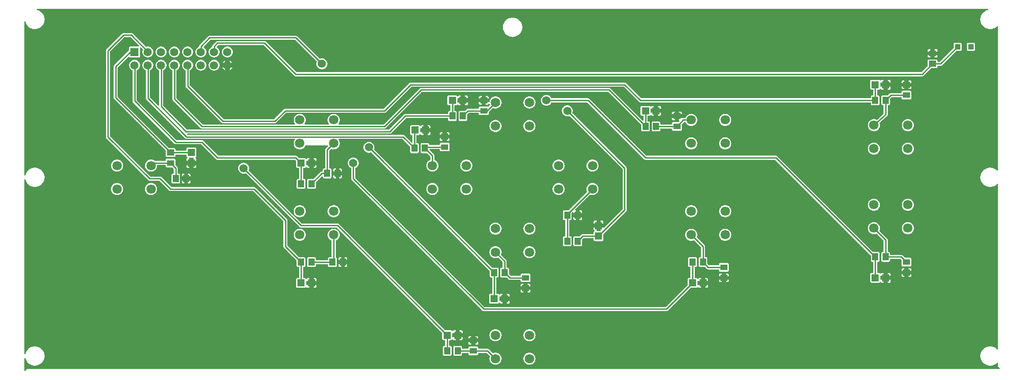
<source format=gbl>
G04 Layer: BottomLayer*
G04 EasyEDA v6.5.38, 2023-12-05 17:56:17*
G04 681b97978217455484aa44bc4d5c6028,9f3f2715377c499da2f37e4e16011465,10*
G04 Gerber Generator version 0.2*
G04 Scale: 100 percent, Rotated: No, Reflected: No *
G04 Dimensions in millimeters *
G04 leading zeros omitted , absolute positions ,4 integer and 5 decimal *
%FSLAX45Y45*%
%MOMM*%

%AMMACRO1*21,1,$1,$2,0,0,$3*%
%ADD10C,0.2540*%
%ADD11R,1.3500X1.4100*%
%ADD12MACRO1,1.35X1.41X0.0000*%
%ADD13MACRO1,1.35X1.41X90.0000*%
%ADD14MACRO1,1.377X1.1325X90.0000*%
%ADD15R,1.3770X1.1325*%
%ADD16MACRO1,1.377X1.1325X0.0000*%
%ADD17MACRO1,1.377X1.1325X-90.0000*%
%ADD18MACRO1,1.035X1.0325X0.0000*%
%ADD19C,1.8000*%
%ADD20C,1.5748*%
%ADD21MACRO1,1.5748X1.5748X0.0000*%
%ADD22C,0.0151*%

%LPD*%
G36*
X210159Y5914339D02*
G01*
X206248Y5915152D01*
X202996Y5917336D01*
X200761Y5920638D01*
X199999Y5924499D01*
X199999Y6154928D01*
X200863Y6159042D01*
X203250Y6162395D01*
X206857Y6164529D01*
X210972Y6165088D01*
X214985Y6163919D01*
X218135Y6161227D01*
X220014Y6157518D01*
X223367Y6144564D01*
X229870Y6126988D01*
X238099Y6110122D01*
X248056Y6094222D01*
X259537Y6079388D01*
X272440Y6065774D01*
X286664Y6053582D01*
X302056Y6042863D01*
X318465Y6033770D01*
X335686Y6026353D01*
X353568Y6020765D01*
X371957Y6016955D01*
X390601Y6015075D01*
X409397Y6015075D01*
X428040Y6016955D01*
X446430Y6020765D01*
X464312Y6026353D01*
X481533Y6033770D01*
X497941Y6042863D01*
X513334Y6053582D01*
X527558Y6065774D01*
X540461Y6079388D01*
X551942Y6094222D01*
X561898Y6110122D01*
X570128Y6126988D01*
X576630Y6144564D01*
X581355Y6162700D01*
X584200Y6181242D01*
X585165Y6199987D01*
X584200Y6218732D01*
X581355Y6237274D01*
X576630Y6255410D01*
X570128Y6272987D01*
X561898Y6289852D01*
X551942Y6305753D01*
X540461Y6320586D01*
X527558Y6334201D01*
X513334Y6346393D01*
X497941Y6357112D01*
X481533Y6366205D01*
X464312Y6373622D01*
X446430Y6379210D01*
X428040Y6383020D01*
X409397Y6384899D01*
X390601Y6384899D01*
X371957Y6383020D01*
X353568Y6379210D01*
X335686Y6373622D01*
X318465Y6366205D01*
X302056Y6357112D01*
X286664Y6346393D01*
X272440Y6334201D01*
X259537Y6320586D01*
X248056Y6305753D01*
X238099Y6289852D01*
X229870Y6272987D01*
X223367Y6255410D01*
X220014Y6242456D01*
X218135Y6238748D01*
X214985Y6236055D01*
X210972Y6234887D01*
X206857Y6235446D01*
X203250Y6237579D01*
X200863Y6240932D01*
X199999Y6245047D01*
X199999Y9579965D01*
X200863Y9584029D01*
X203250Y9587433D01*
X206857Y9589566D01*
X210972Y9590074D01*
X214985Y9588906D01*
X218135Y9586214D01*
X220014Y9582505D01*
X223367Y9569551D01*
X229870Y9551974D01*
X238099Y9535109D01*
X248056Y9519208D01*
X259537Y9504375D01*
X272440Y9490811D01*
X286664Y9478568D01*
X302056Y9467850D01*
X318465Y9458756D01*
X335686Y9451340D01*
X353568Y9445752D01*
X371957Y9441992D01*
X390601Y9440062D01*
X409397Y9440062D01*
X428040Y9441992D01*
X446430Y9445752D01*
X464312Y9451340D01*
X481533Y9458756D01*
X497941Y9467850D01*
X513334Y9478568D01*
X527558Y9490811D01*
X540461Y9504375D01*
X551942Y9519208D01*
X561898Y9535109D01*
X570128Y9551974D01*
X576630Y9569551D01*
X581355Y9587687D01*
X584200Y9606229D01*
X585165Y9624974D01*
X584200Y9643719D01*
X581355Y9662261D01*
X576630Y9680397D01*
X570128Y9697974D01*
X561898Y9714839D01*
X551942Y9730740D01*
X540461Y9745573D01*
X527558Y9759188D01*
X513334Y9771380D01*
X497941Y9782098D01*
X481533Y9791192D01*
X464312Y9798608D01*
X446430Y9804196D01*
X428040Y9808006D01*
X409397Y9809886D01*
X390601Y9809886D01*
X371957Y9808006D01*
X353568Y9804196D01*
X335686Y9798608D01*
X318465Y9791192D01*
X302056Y9782098D01*
X286664Y9771380D01*
X272440Y9759188D01*
X259537Y9745573D01*
X248056Y9730740D01*
X238099Y9714839D01*
X229870Y9697974D01*
X223367Y9680397D01*
X220014Y9667443D01*
X218135Y9663734D01*
X214985Y9661042D01*
X210972Y9659874D01*
X206857Y9660432D01*
X203250Y9662566D01*
X200863Y9665919D01*
X199999Y9670034D01*
X199999Y12604953D01*
X200863Y12609017D01*
X203250Y12612420D01*
X206857Y12614554D01*
X210972Y12615062D01*
X214985Y12613894D01*
X218135Y12611201D01*
X220014Y12607493D01*
X223367Y12594539D01*
X229870Y12576962D01*
X238099Y12560147D01*
X248056Y12544196D01*
X259537Y12529362D01*
X272440Y12515799D01*
X286664Y12503556D01*
X302056Y12492837D01*
X318465Y12483744D01*
X335686Y12476378D01*
X353568Y12470739D01*
X371957Y12466980D01*
X390601Y12465050D01*
X409397Y12465050D01*
X428040Y12466980D01*
X446430Y12470739D01*
X464312Y12476378D01*
X481533Y12483744D01*
X497941Y12492837D01*
X513334Y12503556D01*
X527558Y12515799D01*
X540461Y12529362D01*
X551942Y12544196D01*
X561898Y12560147D01*
X570128Y12576962D01*
X576630Y12594539D01*
X581355Y12612725D01*
X584200Y12631267D01*
X585165Y12649962D01*
X584200Y12668707D01*
X581355Y12687249D01*
X576630Y12705384D01*
X570128Y12723012D01*
X561898Y12739827D01*
X551942Y12755727D01*
X540461Y12770561D01*
X527558Y12784175D01*
X513334Y12796367D01*
X497941Y12807086D01*
X481533Y12816179D01*
X464312Y12823596D01*
X446430Y12829184D01*
X443230Y12829844D01*
X439369Y12831572D01*
X436524Y12834670D01*
X435152Y12838734D01*
X435609Y12842900D01*
X437692Y12846608D01*
X441147Y12849098D01*
X445262Y12849961D01*
X18654674Y12849961D01*
X18658840Y12849098D01*
X18662243Y12846608D01*
X18664377Y12842900D01*
X18664783Y12838734D01*
X18663462Y12834670D01*
X18660618Y12831572D01*
X18656706Y12829844D01*
X18653556Y12829184D01*
X18635675Y12823596D01*
X18618403Y12816179D01*
X18602045Y12807086D01*
X18586653Y12796367D01*
X18572378Y12784175D01*
X18559475Y12770561D01*
X18547994Y12755727D01*
X18538088Y12739827D01*
X18529808Y12723012D01*
X18523305Y12705384D01*
X18518632Y12687249D01*
X18515787Y12668707D01*
X18514822Y12649962D01*
X18515787Y12631267D01*
X18518632Y12612725D01*
X18523305Y12594539D01*
X18529808Y12576962D01*
X18538088Y12560147D01*
X18547994Y12544196D01*
X18559475Y12529362D01*
X18572378Y12515799D01*
X18586653Y12503556D01*
X18602045Y12492837D01*
X18618403Y12483744D01*
X18635675Y12476378D01*
X18653556Y12470739D01*
X18671946Y12466980D01*
X18690590Y12465050D01*
X18709335Y12465050D01*
X18727978Y12466980D01*
X18746368Y12470739D01*
X18764250Y12476378D01*
X18781522Y12483744D01*
X18797879Y12492837D01*
X18813272Y12503556D01*
X18827546Y12515799D01*
X18832423Y12520930D01*
X18835725Y12523266D01*
X18839637Y12524130D01*
X18843548Y12523368D01*
X18846901Y12521184D01*
X18849187Y12517882D01*
X18849949Y12513970D01*
X18849949Y9761016D01*
X18849187Y9757054D01*
X18846901Y9753752D01*
X18843548Y9751568D01*
X18839637Y9750856D01*
X18835725Y9751720D01*
X18832423Y9754006D01*
X18827546Y9759188D01*
X18813272Y9771380D01*
X18797879Y9782098D01*
X18781522Y9791192D01*
X18764250Y9798608D01*
X18746368Y9804196D01*
X18727978Y9808006D01*
X18709335Y9809886D01*
X18690590Y9809886D01*
X18671946Y9808006D01*
X18653556Y9804196D01*
X18635675Y9798608D01*
X18618403Y9791192D01*
X18602045Y9782098D01*
X18586653Y9771380D01*
X18572378Y9759188D01*
X18559475Y9745573D01*
X18547994Y9730740D01*
X18538088Y9714839D01*
X18529808Y9697974D01*
X18523305Y9680397D01*
X18518632Y9662261D01*
X18515787Y9643719D01*
X18514822Y9624974D01*
X18515787Y9606229D01*
X18518632Y9587687D01*
X18523305Y9569551D01*
X18529808Y9551974D01*
X18538088Y9535109D01*
X18547994Y9519208D01*
X18559475Y9504375D01*
X18572378Y9490811D01*
X18586653Y9478568D01*
X18602045Y9467850D01*
X18618403Y9458756D01*
X18635675Y9451340D01*
X18653556Y9445752D01*
X18671946Y9441992D01*
X18690590Y9440062D01*
X18709335Y9440062D01*
X18727978Y9441992D01*
X18746368Y9445752D01*
X18764250Y9451340D01*
X18781522Y9458756D01*
X18797879Y9467850D01*
X18813272Y9478568D01*
X18827546Y9490811D01*
X18832423Y9495942D01*
X18835725Y9498279D01*
X18839637Y9499142D01*
X18843548Y9498380D01*
X18846901Y9496196D01*
X18849187Y9492894D01*
X18849949Y9488982D01*
X18849949Y6336030D01*
X18849187Y6332067D01*
X18846901Y6328765D01*
X18843548Y6326581D01*
X18839637Y6325870D01*
X18835725Y6326682D01*
X18832423Y6329019D01*
X18827546Y6334201D01*
X18813272Y6346393D01*
X18797879Y6357112D01*
X18781522Y6366205D01*
X18764250Y6373622D01*
X18746368Y6379210D01*
X18727978Y6383020D01*
X18709335Y6384899D01*
X18690590Y6384899D01*
X18671946Y6383020D01*
X18653556Y6379210D01*
X18635675Y6373622D01*
X18618403Y6366205D01*
X18602045Y6357112D01*
X18586653Y6346393D01*
X18572378Y6334201D01*
X18559475Y6320586D01*
X18547994Y6305753D01*
X18538088Y6289852D01*
X18529808Y6272987D01*
X18523305Y6255410D01*
X18518632Y6237274D01*
X18515787Y6218732D01*
X18514822Y6199987D01*
X18515787Y6181242D01*
X18518632Y6162700D01*
X18523305Y6144564D01*
X18529808Y6126988D01*
X18538088Y6110122D01*
X18547994Y6094222D01*
X18559475Y6079388D01*
X18572378Y6065774D01*
X18586653Y6053582D01*
X18602045Y6042863D01*
X18618403Y6033770D01*
X18635675Y6026353D01*
X18653556Y6020765D01*
X18671946Y6016955D01*
X18690590Y6015075D01*
X18709335Y6015075D01*
X18727978Y6016955D01*
X18746368Y6020765D01*
X18764250Y6026353D01*
X18781522Y6033770D01*
X18797879Y6042863D01*
X18813272Y6053582D01*
X18827546Y6065774D01*
X18832423Y6070955D01*
X18835725Y6073292D01*
X18839637Y6074105D01*
X18843548Y6073394D01*
X18846901Y6071209D01*
X18849187Y6067907D01*
X18849949Y6063945D01*
X18849949Y6001004D01*
X18850660Y5999276D01*
X18882614Y5967323D01*
X18884798Y5964021D01*
X18885611Y5960160D01*
X18884798Y5956249D01*
X18882614Y5952947D01*
X18879312Y5950762D01*
X18875451Y5950000D01*
X251002Y5950000D01*
X249275Y5949289D01*
X217322Y5917336D01*
X214071Y5915152D01*
G37*

%LPC*%
G36*
X9867849Y6034278D02*
G01*
X9882378Y6034278D01*
X9896805Y6036106D01*
X9910927Y6039713D01*
X9924440Y6045098D01*
X9937191Y6052108D01*
X9948976Y6060643D01*
X9959594Y6070600D01*
X9968839Y6081826D01*
X9976662Y6094120D01*
X9982860Y6107277D01*
X9987330Y6121146D01*
X9990074Y6135420D01*
X9990988Y6149949D01*
X9990074Y6164478D01*
X9987330Y6178753D01*
X9982860Y6192621D01*
X9976662Y6205778D01*
X9968839Y6218072D01*
X9959594Y6229248D01*
X9948976Y6239256D01*
X9937191Y6247790D01*
X9924440Y6254800D01*
X9910927Y6260134D01*
X9896805Y6263792D01*
X9882378Y6265621D01*
X9867849Y6265621D01*
X9853371Y6263792D01*
X9839299Y6260134D01*
X9825736Y6254800D01*
X9812985Y6247790D01*
X9801250Y6239256D01*
X9790633Y6229248D01*
X9781336Y6218072D01*
X9773564Y6205778D01*
X9767366Y6192621D01*
X9762845Y6178753D01*
X9760102Y6164478D01*
X9759188Y6149949D01*
X9760102Y6135420D01*
X9762845Y6121146D01*
X9767366Y6107277D01*
X9773564Y6094120D01*
X9781336Y6081826D01*
X9790633Y6070600D01*
X9801250Y6060643D01*
X9812985Y6052108D01*
X9825736Y6045098D01*
X9839299Y6039713D01*
X9853371Y6036106D01*
G37*
G36*
X9217609Y6034278D02*
G01*
X9232138Y6034278D01*
X9246565Y6036106D01*
X9260687Y6039713D01*
X9274200Y6045098D01*
X9286951Y6052108D01*
X9298736Y6060643D01*
X9309354Y6070600D01*
X9318599Y6081826D01*
X9326422Y6094120D01*
X9332620Y6107277D01*
X9337090Y6121146D01*
X9339834Y6135420D01*
X9340748Y6149949D01*
X9339834Y6164478D01*
X9337090Y6178753D01*
X9332620Y6192621D01*
X9326422Y6205778D01*
X9318599Y6218072D01*
X9309354Y6229248D01*
X9298736Y6239256D01*
X9286951Y6247790D01*
X9274200Y6254800D01*
X9260687Y6260134D01*
X9246565Y6263792D01*
X9232138Y6265621D01*
X9217609Y6265621D01*
X9203131Y6263792D01*
X9189059Y6260134D01*
X9181084Y6256985D01*
X9177223Y6256274D01*
X9173413Y6257086D01*
X9170162Y6259271D01*
X9102496Y6326936D01*
X9096248Y6332067D01*
X9089593Y6335623D01*
X9082328Y6337808D01*
X9074302Y6338570D01*
X8904884Y6338570D01*
X8901023Y6339382D01*
X8897721Y6341567D01*
X8895537Y6344869D01*
X8894724Y6348730D01*
X8894724Y6356045D01*
X8894013Y6362344D01*
X8892133Y6367830D01*
X8889034Y6372707D01*
X8884970Y6376822D01*
X8880043Y6379870D01*
X8874607Y6381800D01*
X8868257Y6382512D01*
X8731707Y6382512D01*
X8725357Y6381800D01*
X8719921Y6379870D01*
X8714994Y6376822D01*
X8710930Y6372707D01*
X8707831Y6367830D01*
X8705951Y6362344D01*
X8705240Y6356045D01*
X8705240Y6348730D01*
X8704427Y6344869D01*
X8702243Y6341567D01*
X8698941Y6339382D01*
X8695080Y6338570D01*
X8592667Y6338570D01*
X8588806Y6339382D01*
X8585504Y6341567D01*
X8583320Y6344869D01*
X8582507Y6348730D01*
X8582507Y6368288D01*
X8581796Y6374587D01*
X8579916Y6380073D01*
X8576818Y6384950D01*
X8572703Y6389065D01*
X8567826Y6392113D01*
X8562390Y6394043D01*
X8556040Y6394754D01*
X8443925Y6394754D01*
X8437626Y6394043D01*
X8432139Y6392113D01*
X8427262Y6389065D01*
X8423148Y6384950D01*
X8420100Y6380073D01*
X8418169Y6374587D01*
X8417458Y6368288D01*
X8417458Y6231686D01*
X8418169Y6225387D01*
X8420100Y6219901D01*
X8423148Y6215024D01*
X8427262Y6210909D01*
X8432139Y6207861D01*
X8437626Y6205931D01*
X8443925Y6205220D01*
X8556040Y6205220D01*
X8562390Y6205931D01*
X8567826Y6207861D01*
X8572703Y6210909D01*
X8576818Y6215024D01*
X8579916Y6219901D01*
X8581796Y6225387D01*
X8582507Y6231686D01*
X8582507Y6251194D01*
X8583320Y6255105D01*
X8585504Y6258407D01*
X8588806Y6260592D01*
X8592667Y6261354D01*
X8695080Y6261354D01*
X8698941Y6260592D01*
X8702243Y6258407D01*
X8704427Y6255105D01*
X8705240Y6251194D01*
X8705240Y6243929D01*
X8705951Y6237579D01*
X8707831Y6232144D01*
X8710930Y6227267D01*
X8714994Y6223152D01*
X8719921Y6220053D01*
X8725357Y6218174D01*
X8731707Y6217462D01*
X8868257Y6217462D01*
X8874607Y6218174D01*
X8880043Y6220053D01*
X8884970Y6223152D01*
X8889034Y6227267D01*
X8892133Y6232144D01*
X8894013Y6237579D01*
X8894724Y6243929D01*
X8894724Y6251194D01*
X8895537Y6255105D01*
X8897721Y6258407D01*
X8901023Y6260592D01*
X8904884Y6261354D01*
X9054642Y6261354D01*
X9058503Y6260592D01*
X9061805Y6258407D01*
X9115399Y6204762D01*
X9117685Y6201359D01*
X9118396Y6197295D01*
X9117126Y6192621D01*
X9112605Y6178753D01*
X9109862Y6164478D01*
X9108948Y6149949D01*
X9109862Y6135420D01*
X9112605Y6121146D01*
X9117126Y6107277D01*
X9123324Y6094120D01*
X9131096Y6081826D01*
X9140393Y6070600D01*
X9151010Y6060643D01*
X9162745Y6052108D01*
X9175496Y6045098D01*
X9189059Y6039713D01*
X9203131Y6036106D01*
G37*
G36*
X8243925Y6205220D02*
G01*
X8356041Y6205220D01*
X8362340Y6205931D01*
X8367826Y6207861D01*
X8372703Y6210909D01*
X8376818Y6215024D01*
X8379866Y6219901D01*
X8381796Y6225387D01*
X8382508Y6231686D01*
X8382508Y6368288D01*
X8381796Y6374587D01*
X8379866Y6380073D01*
X8376818Y6384950D01*
X8372703Y6389065D01*
X8367826Y6392113D01*
X8362340Y6394043D01*
X8356041Y6394754D01*
X8348776Y6394754D01*
X8344865Y6395516D01*
X8341563Y6397701D01*
X8339378Y6401003D01*
X8338616Y6404914D01*
X8338616Y6496405D01*
X8339378Y6500317D01*
X8341563Y6503619D01*
X8344865Y6505803D01*
X8348776Y6506565D01*
X8369909Y6506565D01*
X8376208Y6507276D01*
X8381695Y6509207D01*
X8386572Y6512306D01*
X8390686Y6516370D01*
X8394192Y6520434D01*
X8397951Y6522008D01*
X8402015Y6522008D01*
X8405774Y6520434D01*
X8409279Y6516370D01*
X8413394Y6512306D01*
X8418271Y6509207D01*
X8423757Y6507276D01*
X8430056Y6506565D01*
X8458403Y6506565D01*
X8458403Y6559905D01*
X8406536Y6559905D01*
X8402675Y6560667D01*
X8399373Y6562852D01*
X8397138Y6566153D01*
X8396376Y6570065D01*
X8396376Y6629908D01*
X8397138Y6633819D01*
X8399373Y6637121D01*
X8402675Y6639306D01*
X8406536Y6640068D01*
X8458403Y6640068D01*
X8458403Y6693408D01*
X8430056Y6693408D01*
X8423757Y6692696D01*
X8418271Y6690766D01*
X8413394Y6687667D01*
X8409279Y6683603D01*
X8405774Y6679539D01*
X8402015Y6677964D01*
X8397951Y6677964D01*
X8394192Y6679539D01*
X8390686Y6683603D01*
X8386572Y6687667D01*
X8381695Y6690766D01*
X8376208Y6692696D01*
X8369909Y6693408D01*
X8265312Y6693408D01*
X8261400Y6694170D01*
X8258098Y6696354D01*
X6227521Y8726932D01*
X6221323Y8732062D01*
X6214618Y8735618D01*
X6207404Y8737803D01*
X6199378Y8738616D01*
X5520334Y8738616D01*
X5516422Y8739378D01*
X5513120Y8741613D01*
X4500676Y9754057D01*
X4498543Y9757156D01*
X4497679Y9760813D01*
X4498238Y9764522D01*
X4501083Y9773005D01*
X4503775Y9786416D01*
X4504690Y9800082D01*
X4503775Y9813747D01*
X4501083Y9827158D01*
X4496714Y9840112D01*
X4490669Y9852406D01*
X4483049Y9863785D01*
X4474006Y9874046D01*
X4463745Y9883089D01*
X4452366Y9890709D01*
X4440072Y9896754D01*
X4427118Y9901123D01*
X4413707Y9903815D01*
X4400042Y9904730D01*
X4386376Y9903815D01*
X4372965Y9901123D01*
X4360011Y9896754D01*
X4347718Y9890709D01*
X4336338Y9883089D01*
X4326077Y9874046D01*
X4317034Y9863785D01*
X4309414Y9852406D01*
X4303369Y9840112D01*
X4299000Y9827158D01*
X4296308Y9813747D01*
X4295394Y9800082D01*
X4296308Y9786416D01*
X4299000Y9773005D01*
X4303369Y9760051D01*
X4309414Y9747758D01*
X4317034Y9736378D01*
X4326077Y9726117D01*
X4336338Y9717074D01*
X4347718Y9709454D01*
X4360011Y9703409D01*
X4372965Y9699040D01*
X4386376Y9696348D01*
X4400042Y9695434D01*
X4413707Y9696348D01*
X4427118Y9699040D01*
X4435602Y9701885D01*
X4439310Y9702444D01*
X4442968Y9701580D01*
X4446066Y9699447D01*
X5472480Y8673084D01*
X5478678Y8667953D01*
X5485384Y8664397D01*
X5492597Y8662212D01*
X5500624Y8661400D01*
X6179667Y8661400D01*
X6183579Y8660638D01*
X6186881Y8658402D01*
X8200593Y6644690D01*
X8202777Y6641388D01*
X8203590Y6637528D01*
X8203590Y6533032D01*
X8204301Y6526733D01*
X8206181Y6521297D01*
X8209280Y6516370D01*
X8213344Y6512306D01*
X8218271Y6509207D01*
X8223707Y6507276D01*
X8230057Y6506565D01*
X8251240Y6506565D01*
X8255101Y6505803D01*
X8258403Y6503619D01*
X8260588Y6500317D01*
X8261400Y6496405D01*
X8261400Y6404914D01*
X8260588Y6401003D01*
X8258403Y6397701D01*
X8255101Y6395516D01*
X8251240Y6394754D01*
X8243925Y6394754D01*
X8237575Y6394043D01*
X8232140Y6392113D01*
X8227263Y6389065D01*
X8223148Y6384950D01*
X8220049Y6380073D01*
X8218170Y6374587D01*
X8217458Y6368288D01*
X8217458Y6231686D01*
X8218170Y6225387D01*
X8220049Y6219901D01*
X8223148Y6215024D01*
X8227263Y6210909D01*
X8232140Y6207861D01*
X8237575Y6205931D01*
G37*
G36*
X8731707Y6417462D02*
G01*
X8759190Y6417462D01*
X8759190Y6465316D01*
X8705240Y6465316D01*
X8705240Y6443929D01*
X8705951Y6437630D01*
X8707831Y6432143D01*
X8710930Y6427266D01*
X8714994Y6423152D01*
X8719921Y6420104D01*
X8725357Y6418173D01*
G37*
G36*
X8840774Y6417462D02*
G01*
X8868257Y6417462D01*
X8874607Y6418173D01*
X8880043Y6420104D01*
X8884970Y6423152D01*
X8889034Y6427266D01*
X8892133Y6432143D01*
X8894013Y6437630D01*
X8894724Y6443929D01*
X8894724Y6465316D01*
X8840774Y6465316D01*
G37*
G36*
X9217609Y6484366D02*
G01*
X9232138Y6484366D01*
X9246565Y6486194D01*
X9260687Y6489801D01*
X9274200Y6495186D01*
X9286951Y6502196D01*
X9298736Y6510731D01*
X9309354Y6520688D01*
X9318599Y6531914D01*
X9326422Y6544208D01*
X9332620Y6557365D01*
X9337090Y6571234D01*
X9339834Y6585508D01*
X9340748Y6600037D01*
X9339834Y6614566D01*
X9337090Y6628841D01*
X9332620Y6642709D01*
X9326422Y6655866D01*
X9318599Y6668160D01*
X9309354Y6679336D01*
X9298736Y6689344D01*
X9286951Y6697878D01*
X9274200Y6704888D01*
X9260687Y6710222D01*
X9246565Y6713880D01*
X9232138Y6715709D01*
X9217609Y6715709D01*
X9203131Y6713880D01*
X9189059Y6710222D01*
X9175496Y6704888D01*
X9162745Y6697878D01*
X9151010Y6689344D01*
X9140393Y6679336D01*
X9131096Y6668160D01*
X9123324Y6655866D01*
X9117126Y6642709D01*
X9112605Y6628841D01*
X9109862Y6614566D01*
X9108948Y6600037D01*
X9109862Y6585508D01*
X9112605Y6571234D01*
X9117126Y6557365D01*
X9123324Y6544208D01*
X9131096Y6531914D01*
X9140393Y6520688D01*
X9151010Y6510731D01*
X9162745Y6502196D01*
X9175496Y6495186D01*
X9189059Y6489801D01*
X9203131Y6486194D01*
G37*
G36*
X9867849Y6484366D02*
G01*
X9882378Y6484366D01*
X9896805Y6486194D01*
X9910927Y6489801D01*
X9924440Y6495186D01*
X9937191Y6502196D01*
X9948976Y6510731D01*
X9959594Y6520688D01*
X9968839Y6531914D01*
X9976662Y6544208D01*
X9982860Y6557365D01*
X9987330Y6571234D01*
X9990074Y6585508D01*
X9990988Y6600037D01*
X9990074Y6614566D01*
X9987330Y6628841D01*
X9982860Y6642709D01*
X9976662Y6655866D01*
X9968839Y6668160D01*
X9959594Y6679336D01*
X9948976Y6689344D01*
X9937191Y6697878D01*
X9924440Y6704888D01*
X9910927Y6710222D01*
X9896805Y6713880D01*
X9882378Y6715709D01*
X9867849Y6715709D01*
X9853371Y6713880D01*
X9839299Y6710222D01*
X9825736Y6704888D01*
X9812985Y6697878D01*
X9801250Y6689344D01*
X9790633Y6679336D01*
X9781336Y6668160D01*
X9773564Y6655866D01*
X9767366Y6642709D01*
X9762845Y6628841D01*
X9760102Y6614566D01*
X9759188Y6600037D01*
X9760102Y6585508D01*
X9762845Y6571234D01*
X9767366Y6557365D01*
X9773564Y6544208D01*
X9781336Y6531914D01*
X9790633Y6520688D01*
X9801250Y6510731D01*
X9812985Y6502196D01*
X9825736Y6495186D01*
X9839299Y6489801D01*
X9853371Y6486194D01*
G37*
G36*
X8541562Y6506565D02*
G01*
X8569909Y6506565D01*
X8576259Y6507276D01*
X8581694Y6509207D01*
X8586622Y6512306D01*
X8590686Y6516370D01*
X8593785Y6521297D01*
X8595664Y6526733D01*
X8596376Y6533032D01*
X8596376Y6559905D01*
X8541562Y6559905D01*
G37*
G36*
X8705240Y6534657D02*
G01*
X8759190Y6534657D01*
X8759190Y6582511D01*
X8731707Y6582511D01*
X8725357Y6581800D01*
X8719921Y6579920D01*
X8714994Y6576822D01*
X8710930Y6572707D01*
X8707831Y6567830D01*
X8705951Y6562394D01*
X8705240Y6556044D01*
G37*
G36*
X8840774Y6534657D02*
G01*
X8894724Y6534657D01*
X8894724Y6556044D01*
X8894013Y6562394D01*
X8892133Y6567830D01*
X8889034Y6572707D01*
X8884970Y6576822D01*
X8880043Y6579920D01*
X8874607Y6581800D01*
X8868257Y6582511D01*
X8840774Y6582511D01*
G37*
G36*
X8541562Y6640068D02*
G01*
X8596376Y6640068D01*
X8596376Y6666941D01*
X8595664Y6673240D01*
X8593785Y6678675D01*
X8590686Y6683603D01*
X8586622Y6687667D01*
X8581694Y6690766D01*
X8576259Y6692696D01*
X8569909Y6693408D01*
X8541562Y6693408D01*
G37*
G36*
X9000490Y7061352D02*
G01*
X12499492Y7061352D01*
X12507518Y7062165D01*
X12514732Y7064349D01*
X12521387Y7067905D01*
X12527635Y7073036D01*
X12958165Y7503617D01*
X12961467Y7505801D01*
X12965379Y7506563D01*
X13069925Y7506563D01*
X13076224Y7507274D01*
X13081660Y7509205D01*
X13086588Y7512303D01*
X13090652Y7516368D01*
X13094208Y7520431D01*
X13097916Y7522006D01*
X13102031Y7522006D01*
X13105739Y7520431D01*
X13109295Y7516368D01*
X13113359Y7512303D01*
X13118287Y7509205D01*
X13123722Y7507274D01*
X13130022Y7506563D01*
X13158368Y7506563D01*
X13158368Y7559903D01*
X13106552Y7559903D01*
X13102640Y7560665D01*
X13099338Y7562850D01*
X13097154Y7566152D01*
X13096392Y7570063D01*
X13096392Y7629906D01*
X13097154Y7633817D01*
X13099338Y7637119D01*
X13102640Y7639303D01*
X13106552Y7640066D01*
X13158368Y7640066D01*
X13158368Y7693406D01*
X13130022Y7693406D01*
X13123722Y7692694D01*
X13118287Y7690764D01*
X13113359Y7687665D01*
X13109295Y7683601D01*
X13105739Y7679537D01*
X13102031Y7677962D01*
X13097916Y7677962D01*
X13094208Y7679537D01*
X13090652Y7683601D01*
X13086588Y7687665D01*
X13081660Y7690764D01*
X13076224Y7692694D01*
X13069925Y7693406D01*
X13048742Y7693406D01*
X13044830Y7694168D01*
X13041579Y7696352D01*
X13039344Y7699654D01*
X13038582Y7703566D01*
X13038582Y7895081D01*
X13039344Y7898942D01*
X13041579Y7902244D01*
X13044830Y7904429D01*
X13048742Y7905242D01*
X13056006Y7905242D01*
X13062356Y7905953D01*
X13067792Y7907832D01*
X13072719Y7910931D01*
X13076783Y7914995D01*
X13079882Y7919923D01*
X13081812Y7925358D01*
X13082524Y7931708D01*
X13082524Y8068259D01*
X13081812Y8074609D01*
X13079882Y8080044D01*
X13076783Y8084972D01*
X13072719Y8089036D01*
X13067792Y8092135D01*
X13062356Y8094014D01*
X13056006Y8094725D01*
X12943890Y8094725D01*
X12937591Y8094014D01*
X12932105Y8092135D01*
X12927228Y8089036D01*
X12923113Y8084972D01*
X12920065Y8080044D01*
X12918135Y8074609D01*
X12917424Y8068259D01*
X12917424Y7931708D01*
X12918135Y7925358D01*
X12920065Y7919923D01*
X12923113Y7914995D01*
X12927228Y7910931D01*
X12932105Y7907832D01*
X12937591Y7905953D01*
X12943890Y7905242D01*
X12951206Y7905242D01*
X12955117Y7904429D01*
X12958368Y7902244D01*
X12960604Y7898942D01*
X12961366Y7895081D01*
X12961366Y7703566D01*
X12960604Y7699654D01*
X12958368Y7696352D01*
X12955117Y7694168D01*
X12951206Y7693406D01*
X12930022Y7693406D01*
X12923723Y7692694D01*
X12918236Y7690764D01*
X12913360Y7687665D01*
X12909245Y7683601D01*
X12906197Y7678674D01*
X12904266Y7673238D01*
X12903555Y7666939D01*
X12903555Y7562392D01*
X12902793Y7558481D01*
X12900609Y7555179D01*
X12486944Y7141565D01*
X12483642Y7139381D01*
X12479782Y7138568D01*
X9020200Y7138568D01*
X9016288Y7139381D01*
X9012986Y7141565D01*
X6541566Y9612985D01*
X6539382Y9616287D01*
X6538620Y9620199D01*
X6538620Y9796272D01*
X6539280Y9799980D01*
X6541262Y9803180D01*
X6544259Y9805416D01*
X6552285Y9809378D01*
X6563664Y9816998D01*
X6573977Y9825990D01*
X6582968Y9836302D01*
X6590588Y9847681D01*
X6596634Y9859924D01*
X6601053Y9872878D01*
X6603695Y9886340D01*
X6604609Y9899954D01*
X6603695Y9913620D01*
X6601053Y9927082D01*
X6596634Y9940036D01*
X6590588Y9952278D01*
X6582968Y9963658D01*
X6573977Y9973970D01*
X6563664Y9982962D01*
X6552285Y9990582D01*
X6540042Y9996627D01*
X6527088Y10001046D01*
X6513626Y10003688D01*
X6500012Y10004602D01*
X6486347Y10003688D01*
X6472885Y10001046D01*
X6459931Y9996627D01*
X6447688Y9990582D01*
X6436309Y9982962D01*
X6425996Y9973970D01*
X6417005Y9963658D01*
X6409385Y9952278D01*
X6403340Y9940036D01*
X6398920Y9927082D01*
X6396278Y9913620D01*
X6395364Y9899954D01*
X6396278Y9886340D01*
X6398920Y9872878D01*
X6403340Y9859924D01*
X6409385Y9847681D01*
X6417005Y9836302D01*
X6425996Y9825990D01*
X6436309Y9816998D01*
X6447688Y9809378D01*
X6455714Y9805416D01*
X6458712Y9803180D01*
X6460693Y9799980D01*
X6461404Y9796272D01*
X6461404Y9600488D01*
X6462166Y9592462D01*
X6464350Y9585248D01*
X6467906Y9578543D01*
X6473037Y9572345D01*
X8972346Y7073036D01*
X8978544Y7067905D01*
X8985250Y7064349D01*
X8992463Y7062165D01*
G37*
G36*
X9441586Y7206589D02*
G01*
X9469932Y7206589D01*
X9476232Y7207300D01*
X9481718Y7209180D01*
X9486595Y7212279D01*
X9490710Y7216394D01*
X9493758Y7221270D01*
X9495688Y7226757D01*
X9496399Y7233056D01*
X9496399Y7259878D01*
X9441586Y7259878D01*
G37*
G36*
X9130030Y7206589D02*
G01*
X9269933Y7206589D01*
X9276232Y7207300D01*
X9281668Y7209180D01*
X9286595Y7212279D01*
X9290659Y7216394D01*
X9294215Y7220407D01*
X9297924Y7222032D01*
X9302038Y7222032D01*
X9305747Y7220407D01*
X9309303Y7216394D01*
X9313367Y7212279D01*
X9318294Y7209180D01*
X9323730Y7207300D01*
X9330029Y7206589D01*
X9358376Y7206589D01*
X9358376Y7259878D01*
X9306560Y7259878D01*
X9302648Y7260640D01*
X9299346Y7262875D01*
X9297162Y7266178D01*
X9296400Y7270038D01*
X9296400Y7329931D01*
X9297162Y7333792D01*
X9299346Y7337094D01*
X9302648Y7339330D01*
X9306560Y7340092D01*
X9358376Y7340092D01*
X9358376Y7393381D01*
X9330029Y7393381D01*
X9323730Y7392670D01*
X9318294Y7390790D01*
X9313367Y7387691D01*
X9309303Y7383576D01*
X9305747Y7379563D01*
X9302038Y7377938D01*
X9297924Y7377938D01*
X9294215Y7379563D01*
X9290659Y7383576D01*
X9286595Y7387691D01*
X9281668Y7390790D01*
X9276232Y7392670D01*
X9269933Y7393381D01*
X9248749Y7393381D01*
X9244838Y7394143D01*
X9241586Y7396378D01*
X9239351Y7399680D01*
X9238589Y7403541D01*
X9238589Y7695082D01*
X9239351Y7698943D01*
X9241586Y7702245D01*
X9244838Y7704429D01*
X9248749Y7705242D01*
X9256014Y7705242D01*
X9262364Y7705953D01*
X9267799Y7707833D01*
X9272727Y7710931D01*
X9276791Y7714996D01*
X9279890Y7719923D01*
X9281820Y7725359D01*
X9282531Y7731709D01*
X9282531Y7868259D01*
X9281820Y7874609D01*
X9279890Y7880045D01*
X9276791Y7884972D01*
X9272727Y7889036D01*
X9267799Y7892135D01*
X9262364Y7894015D01*
X9256014Y7894726D01*
X9164015Y7894726D01*
X9160154Y7895539D01*
X9156852Y7897723D01*
X6900621Y10153954D01*
X6898487Y10157053D01*
X6897624Y10160711D01*
X6898182Y10164419D01*
X6901027Y10172903D01*
X6903720Y10186314D01*
X6904634Y10199979D01*
X6903720Y10213644D01*
X6901027Y10227056D01*
X6896658Y10240010D01*
X6890613Y10252303D01*
X6882993Y10263682D01*
X6873951Y10273944D01*
X6863689Y10282986D01*
X6852310Y10290606D01*
X6840016Y10296652D01*
X6827062Y10301020D01*
X6813651Y10303713D01*
X6799986Y10304627D01*
X6786321Y10303713D01*
X6772909Y10301020D01*
X6759956Y10296652D01*
X6747662Y10290606D01*
X6736283Y10282986D01*
X6726021Y10273944D01*
X6716979Y10263682D01*
X6709359Y10252303D01*
X6703314Y10240010D01*
X6698945Y10227056D01*
X6696252Y10213644D01*
X6695338Y10199979D01*
X6696252Y10186314D01*
X6698945Y10172903D01*
X6703314Y10159949D01*
X6709359Y10147655D01*
X6716979Y10136276D01*
X6726021Y10126014D01*
X6736283Y10116972D01*
X6747662Y10109352D01*
X6759956Y10103307D01*
X6772909Y10098938D01*
X6786321Y10096246D01*
X6799986Y10095331D01*
X6813651Y10096246D01*
X6827062Y10098938D01*
X6835546Y10101783D01*
X6839254Y10102342D01*
X6842912Y10101478D01*
X6846011Y10099344D01*
X9114485Y7830921D01*
X9116669Y7827619D01*
X9117431Y7823708D01*
X9117431Y7731709D01*
X9118142Y7725359D01*
X9120073Y7719923D01*
X9123121Y7714996D01*
X9127236Y7710931D01*
X9132112Y7707833D01*
X9137599Y7705953D01*
X9143898Y7705242D01*
X9151213Y7705242D01*
X9155125Y7704429D01*
X9158376Y7702245D01*
X9160611Y7698943D01*
X9161373Y7695082D01*
X9161373Y7403541D01*
X9160611Y7399680D01*
X9158376Y7396378D01*
X9155125Y7394143D01*
X9151213Y7393381D01*
X9130030Y7393381D01*
X9123730Y7392670D01*
X9118244Y7390790D01*
X9113367Y7387691D01*
X9109252Y7383576D01*
X9106204Y7378700D01*
X9104274Y7373213D01*
X9103563Y7366914D01*
X9103563Y7233056D01*
X9104274Y7226757D01*
X9106204Y7221270D01*
X9109252Y7216394D01*
X9113367Y7212279D01*
X9118244Y7209180D01*
X9123730Y7207300D01*
G37*
G36*
X9441586Y7340092D02*
G01*
X9496399Y7340092D01*
X9496399Y7366914D01*
X9495688Y7373213D01*
X9493758Y7378700D01*
X9490710Y7383576D01*
X9486595Y7387691D01*
X9481718Y7390790D01*
X9476232Y7392670D01*
X9469932Y7393381D01*
X9441586Y7393381D01*
G37*
G36*
X9731705Y7417460D02*
G01*
X9759188Y7417460D01*
X9759188Y7465314D01*
X9705238Y7465314D01*
X9705238Y7443927D01*
X9705949Y7437577D01*
X9707829Y7432141D01*
X9710928Y7427264D01*
X9714992Y7423150D01*
X9719919Y7420051D01*
X9725355Y7418171D01*
G37*
G36*
X9840772Y7417460D02*
G01*
X9868255Y7417460D01*
X9874605Y7418171D01*
X9880041Y7420051D01*
X9884968Y7423150D01*
X9889032Y7427264D01*
X9892131Y7432141D01*
X9894011Y7437577D01*
X9894722Y7443927D01*
X9894722Y7465314D01*
X9840772Y7465314D01*
G37*
G36*
X5741568Y7506563D02*
G01*
X5769914Y7506563D01*
X5776264Y7507274D01*
X5781700Y7509205D01*
X5786628Y7512303D01*
X5790692Y7516368D01*
X5793790Y7521295D01*
X5795670Y7526731D01*
X5796381Y7533030D01*
X5796381Y7559903D01*
X5741568Y7559903D01*
G37*
G36*
X13241578Y7506563D02*
G01*
X13269925Y7506563D01*
X13276224Y7507274D01*
X13281710Y7509205D01*
X13286587Y7512303D01*
X13290702Y7516368D01*
X13293750Y7521295D01*
X13295680Y7526731D01*
X13296392Y7533030D01*
X13296392Y7559903D01*
X13241578Y7559903D01*
G37*
G36*
X5430062Y7506563D02*
G01*
X5569915Y7506563D01*
X5576214Y7507274D01*
X5581700Y7509205D01*
X5586577Y7512303D01*
X5590692Y7516368D01*
X5594197Y7520431D01*
X5597956Y7522006D01*
X5602020Y7522006D01*
X5605780Y7520431D01*
X5609285Y7516368D01*
X5613400Y7512303D01*
X5618276Y7509205D01*
X5623763Y7507274D01*
X5630062Y7506563D01*
X5658408Y7506563D01*
X5658408Y7559903D01*
X5606542Y7559903D01*
X5602681Y7560665D01*
X5599379Y7562850D01*
X5597144Y7566152D01*
X5596382Y7570063D01*
X5596382Y7629906D01*
X5597144Y7633817D01*
X5599379Y7637119D01*
X5602681Y7639303D01*
X5606542Y7640066D01*
X5658408Y7640066D01*
X5658408Y7693406D01*
X5630062Y7693406D01*
X5623763Y7692694D01*
X5618276Y7690764D01*
X5613400Y7687665D01*
X5609285Y7683601D01*
X5605780Y7679537D01*
X5602020Y7677962D01*
X5597956Y7677962D01*
X5594197Y7679537D01*
X5590692Y7683601D01*
X5586577Y7687665D01*
X5581700Y7690764D01*
X5576214Y7692694D01*
X5569915Y7693406D01*
X5548782Y7693406D01*
X5544870Y7694168D01*
X5541568Y7696352D01*
X5539384Y7699654D01*
X5538622Y7703566D01*
X5538622Y7895081D01*
X5539384Y7898942D01*
X5541568Y7902244D01*
X5544870Y7904429D01*
X5548782Y7905242D01*
X5556046Y7905242D01*
X5562346Y7905953D01*
X5567832Y7907832D01*
X5572709Y7910931D01*
X5576824Y7914995D01*
X5579872Y7919923D01*
X5581802Y7925358D01*
X5582513Y7931708D01*
X5582513Y8068259D01*
X5581802Y8074609D01*
X5579872Y8080044D01*
X5576824Y8084972D01*
X5572709Y8089036D01*
X5567832Y8092135D01*
X5562346Y8094014D01*
X5556046Y8094725D01*
X5464098Y8094725D01*
X5460238Y8095538D01*
X5456936Y8097723D01*
X5241493Y8312962D01*
X5239258Y8316264D01*
X5238496Y8320176D01*
X5238496Y8799576D01*
X5237683Y8807602D01*
X5235498Y8814816D01*
X5231942Y8821521D01*
X5226812Y8827719D01*
X4627575Y9426956D01*
X4621377Y9432086D01*
X4614672Y9435642D01*
X4607458Y9437827D01*
X4599432Y9438640D01*
X3020212Y9438640D01*
X3016300Y9439402D01*
X3012998Y9441637D01*
X2827731Y9626854D01*
X2821533Y9631984D01*
X2814828Y9635540D01*
X2807614Y9637725D01*
X2799588Y9638538D01*
X2620162Y9638538D01*
X2616250Y9639300D01*
X2612948Y9641535D01*
X1841703Y10412780D01*
X1839468Y10416082D01*
X1838706Y10419994D01*
X1838706Y12029795D01*
X1839468Y12033707D01*
X1841703Y12037009D01*
X2113076Y12308382D01*
X2116378Y12310618D01*
X2120290Y12311380D01*
X2229713Y12311380D01*
X2233625Y12310618D01*
X2236927Y12308382D01*
X2396337Y12148972D01*
X2398572Y12145670D01*
X2399334Y12141758D01*
X2398572Y12137898D01*
X2396337Y12134596D01*
X2393035Y12132411D01*
X2389174Y12131598D01*
X2232812Y12131598D01*
X2226513Y12130887D01*
X2221026Y12129008D01*
X2216150Y12125909D01*
X2212035Y12121845D01*
X2208987Y12116917D01*
X2207056Y12111482D01*
X2206345Y12105132D01*
X2206345Y12064339D01*
X2205380Y12059970D01*
X2202637Y12056465D01*
X2199436Y12053874D01*
X1923034Y11777726D01*
X1917903Y11771477D01*
X1914347Y11764822D01*
X1912162Y11757558D01*
X1911350Y11749582D01*
X1911350Y11150600D01*
X1912162Y11142573D01*
X1914347Y11135360D01*
X1917903Y11128654D01*
X1923034Y11122456D01*
X2902254Y10143185D01*
X2904439Y10139883D01*
X2905252Y10136022D01*
X2905252Y10043922D01*
X2905963Y10037622D01*
X2907842Y10032136D01*
X2910941Y10027259D01*
X2915005Y10023144D01*
X2919933Y10020096D01*
X2925368Y10018166D01*
X2931718Y10017455D01*
X3068269Y10017455D01*
X3074619Y10018166D01*
X3080054Y10020096D01*
X3084982Y10023144D01*
X3089046Y10027259D01*
X3092145Y10032136D01*
X3094024Y10037622D01*
X3094736Y10043922D01*
X3094736Y10051186D01*
X3095548Y10055098D01*
X3097733Y10058400D01*
X3101035Y10060584D01*
X3104896Y10061346D01*
X3296412Y10061346D01*
X3300323Y10060584D01*
X3303625Y10058400D01*
X3305810Y10055098D01*
X3306572Y10051186D01*
X3306572Y10030053D01*
X3307283Y10023754D01*
X3309213Y10018268D01*
X3312312Y10013391D01*
X3316376Y10009276D01*
X3320440Y10005771D01*
X3322015Y10002012D01*
X3322015Y9997948D01*
X3320440Y9994188D01*
X3316376Y9990683D01*
X3312312Y9986568D01*
X3309213Y9981692D01*
X3307283Y9976205D01*
X3306572Y9969906D01*
X3306572Y9941560D01*
X3359912Y9941560D01*
X3359912Y9993426D01*
X3360674Y9997287D01*
X3362858Y10000589D01*
X3366160Y10002824D01*
X3370072Y10003586D01*
X3429914Y10003586D01*
X3433826Y10002824D01*
X3437128Y10000589D01*
X3439312Y9997287D01*
X3440074Y9993426D01*
X3440074Y9941560D01*
X3493414Y9941560D01*
X3493414Y9969906D01*
X3492703Y9976205D01*
X3490772Y9981692D01*
X3487674Y9986568D01*
X3483610Y9990683D01*
X3479546Y9994188D01*
X3477971Y9997948D01*
X3477971Y10002012D01*
X3479546Y10005771D01*
X3483610Y10009276D01*
X3487674Y10013391D01*
X3490772Y10018268D01*
X3492703Y10023754D01*
X3493414Y10030053D01*
X3493414Y10169906D01*
X3492703Y10176256D01*
X3490772Y10181691D01*
X3487674Y10186619D01*
X3483610Y10190683D01*
X3478682Y10193782D01*
X3473246Y10195661D01*
X3466947Y10196372D01*
X3333038Y10196372D01*
X3326739Y10195661D01*
X3321304Y10193782D01*
X3316376Y10190683D01*
X3312312Y10186619D01*
X3309213Y10181691D01*
X3307283Y10176256D01*
X3306572Y10169906D01*
X3306572Y10148722D01*
X3305810Y10144861D01*
X3303625Y10141559D01*
X3300323Y10139375D01*
X3296412Y10138562D01*
X3104896Y10138562D01*
X3101035Y10139375D01*
X3097733Y10141559D01*
X3095548Y10144861D01*
X3094736Y10148722D01*
X3094736Y10156037D01*
X3094024Y10162387D01*
X3092145Y10167823D01*
X3089046Y10172700D01*
X3084982Y10176814D01*
X3080054Y10179913D01*
X3074619Y10181793D01*
X3068269Y10182504D01*
X2976321Y10182504D01*
X2972460Y10183317D01*
X2969158Y10185501D01*
X1991563Y11163096D01*
X1989328Y11166398D01*
X1988566Y11170310D01*
X1988566Y11729821D01*
X1989328Y11733733D01*
X1991563Y11737035D01*
X2193290Y11938609D01*
X2196287Y11940641D01*
X2199792Y11941556D01*
X2203399Y11941149D01*
X2206650Y11939473D01*
X2209088Y11936831D01*
X2212035Y11932107D01*
X2216150Y11928043D01*
X2221026Y11924944D01*
X2226513Y11923064D01*
X2232812Y11922302D01*
X2389174Y11922302D01*
X2395474Y11923064D01*
X2400960Y11924944D01*
X2405837Y11928043D01*
X2409952Y11932107D01*
X2413000Y11937034D01*
X2414930Y11942470D01*
X2415641Y11948820D01*
X2415641Y12105132D01*
X2416403Y12109043D01*
X2418638Y12112345D01*
X2421890Y12114530D01*
X2425801Y12115292D01*
X2429713Y12114530D01*
X2432964Y12112345D01*
X2466492Y12078817D01*
X2468778Y12075363D01*
X2469438Y12071197D01*
X2468321Y12067032D01*
X2463952Y12054078D01*
X2461260Y12040616D01*
X2460345Y12026950D01*
X2461260Y12013336D01*
X2463952Y11999874D01*
X2468321Y11986920D01*
X2474366Y11974677D01*
X2481986Y11963298D01*
X2491028Y11952986D01*
X2501290Y11943994D01*
X2512669Y11936374D01*
X2524963Y11930329D01*
X2537917Y11925909D01*
X2551328Y11923268D01*
X2564993Y11922353D01*
X2578658Y11923268D01*
X2592070Y11925909D01*
X2605024Y11930329D01*
X2617317Y11936374D01*
X2628696Y11943994D01*
X2638958Y11952986D01*
X2648000Y11963298D01*
X2655620Y11974677D01*
X2661666Y11986920D01*
X2666034Y11999874D01*
X2668727Y12013336D01*
X2669641Y12026950D01*
X2668727Y12040616D01*
X2666034Y12054078D01*
X2661666Y12067032D01*
X2655620Y12079274D01*
X2648000Y12090654D01*
X2638958Y12100966D01*
X2628696Y12109958D01*
X2617317Y12117578D01*
X2605024Y12123623D01*
X2592070Y12128042D01*
X2578658Y12130684D01*
X2564993Y12131598D01*
X2551328Y12130684D01*
X2537917Y12128042D01*
X2535377Y12127179D01*
X2531668Y12126620D01*
X2528011Y12127484D01*
X2524912Y12129617D01*
X2277567Y12376912D01*
X2271369Y12382042D01*
X2264664Y12385598D01*
X2257450Y12387783D01*
X2249424Y12388596D01*
X2100580Y12388596D01*
X2092553Y12387783D01*
X2085339Y12385598D01*
X2078634Y12382042D01*
X2072436Y12376912D01*
X1773174Y12077649D01*
X1768043Y12071451D01*
X1764487Y12064746D01*
X1762302Y12057532D01*
X1761489Y12049506D01*
X1761489Y10400284D01*
X1762302Y10392257D01*
X1764487Y10385044D01*
X1768043Y10378338D01*
X1773174Y10372140D01*
X2572308Y9573006D01*
X2578506Y9567875D01*
X2585212Y9564319D01*
X2592425Y9562134D01*
X2600452Y9561322D01*
X2779877Y9561322D01*
X2783789Y9560560D01*
X2787091Y9558324D01*
X2972358Y9373108D01*
X2978556Y9367977D01*
X2985262Y9364421D01*
X2992475Y9362236D01*
X3000502Y9361424D01*
X4579721Y9361424D01*
X4583633Y9360662D01*
X4586935Y9358426D01*
X5158282Y8787079D01*
X5160518Y8783777D01*
X5161280Y8779865D01*
X5161280Y8300466D01*
X5162092Y8292439D01*
X5164277Y8285225D01*
X5167833Y8278520D01*
X5172964Y8272322D01*
X5414467Y8030972D01*
X5416651Y8027670D01*
X5417464Y8023809D01*
X5417464Y7931708D01*
X5418175Y7925358D01*
X5420055Y7919923D01*
X5423154Y7914995D01*
X5427268Y7910931D01*
X5432145Y7907832D01*
X5437581Y7905953D01*
X5443931Y7905242D01*
X5451246Y7905242D01*
X5455107Y7904429D01*
X5458409Y7902244D01*
X5460593Y7898942D01*
X5461406Y7895081D01*
X5461406Y7703566D01*
X5460593Y7699654D01*
X5458409Y7696352D01*
X5455107Y7694168D01*
X5451246Y7693406D01*
X5430062Y7693406D01*
X5423712Y7692694D01*
X5418277Y7690764D01*
X5413349Y7687665D01*
X5409285Y7683601D01*
X5406186Y7678674D01*
X5404307Y7673238D01*
X5403596Y7666939D01*
X5403596Y7533030D01*
X5404307Y7526731D01*
X5406186Y7521295D01*
X5409285Y7516368D01*
X5413349Y7512303D01*
X5418277Y7509205D01*
X5423712Y7507274D01*
G37*
G36*
X9705238Y7534656D02*
G01*
X9759188Y7534656D01*
X9759188Y7582509D01*
X9731705Y7582509D01*
X9725355Y7581798D01*
X9719919Y7579868D01*
X9714992Y7576820D01*
X9710928Y7572705D01*
X9707829Y7567828D01*
X9705949Y7562342D01*
X9705238Y7556042D01*
G37*
G36*
X9840772Y7534656D02*
G01*
X9894722Y7534656D01*
X9894722Y7556042D01*
X9894011Y7562342D01*
X9892131Y7567828D01*
X9889032Y7572705D01*
X9884968Y7576820D01*
X9880041Y7579868D01*
X9874605Y7581798D01*
X9868255Y7582509D01*
X9840772Y7582509D01*
G37*
G36*
X16741546Y7606588D02*
G01*
X16769892Y7606588D01*
X16776242Y7607300D01*
X16781678Y7609179D01*
X16786606Y7612278D01*
X16790670Y7616393D01*
X16793768Y7621270D01*
X16795648Y7626756D01*
X16796359Y7633055D01*
X16796359Y7659878D01*
X16741546Y7659878D01*
G37*
G36*
X16430040Y7606588D02*
G01*
X16569893Y7606588D01*
X16576192Y7607300D01*
X16581678Y7609179D01*
X16586555Y7612278D01*
X16590670Y7616393D01*
X16594175Y7620406D01*
X16597934Y7622031D01*
X16601998Y7622031D01*
X16605757Y7620406D01*
X16609263Y7616393D01*
X16613378Y7612278D01*
X16618254Y7609179D01*
X16623741Y7607300D01*
X16630040Y7606588D01*
X16658386Y7606588D01*
X16658386Y7659878D01*
X16606519Y7659878D01*
X16602659Y7660640D01*
X16599357Y7662875D01*
X16597122Y7666177D01*
X16596360Y7670038D01*
X16596360Y7729931D01*
X16597122Y7733792D01*
X16599357Y7737094D01*
X16602659Y7739329D01*
X16606519Y7740091D01*
X16658386Y7740091D01*
X16658386Y7793380D01*
X16630040Y7793380D01*
X16623741Y7792669D01*
X16618254Y7790789D01*
X16613378Y7787690D01*
X16609263Y7783575D01*
X16605757Y7779562D01*
X16601998Y7777937D01*
X16597934Y7777937D01*
X16594175Y7779562D01*
X16590670Y7783575D01*
X16586555Y7787690D01*
X16581678Y7790789D01*
X16576192Y7792669D01*
X16569893Y7793380D01*
X16548760Y7793380D01*
X16544848Y7794142D01*
X16541546Y7796377D01*
X16539362Y7799679D01*
X16538600Y7803540D01*
X16538600Y7995056D01*
X16539362Y7998968D01*
X16541546Y8002270D01*
X16544848Y8004454D01*
X16548760Y8005216D01*
X16556024Y8005216D01*
X16562324Y8005927D01*
X16567810Y8007858D01*
X16572687Y8010906D01*
X16576801Y8015020D01*
X16579850Y8019897D01*
X16581780Y8025384D01*
X16582491Y8031683D01*
X16582491Y8168284D01*
X16581780Y8174583D01*
X16579850Y8180070D01*
X16576801Y8184946D01*
X16572687Y8189061D01*
X16567810Y8192109D01*
X16562324Y8194040D01*
X16556024Y8194751D01*
X16464026Y8194751D01*
X16460114Y8195513D01*
X16456812Y8197697D01*
X14627606Y10026904D01*
X14621408Y10032034D01*
X14614702Y10035590D01*
X14607489Y10037775D01*
X14599462Y10038588D01*
X12120168Y10038588D01*
X12116308Y10039350D01*
X12113006Y10041585D01*
X11027613Y11126927D01*
X11021415Y11132058D01*
X11014710Y11135614D01*
X11007496Y11137798D01*
X10999470Y11138560D01*
X10303662Y11138560D01*
X10300004Y11139271D01*
X10296804Y11141252D01*
X10294569Y11144250D01*
X10290606Y11152276D01*
X10282986Y11163655D01*
X10273944Y11173968D01*
X10263682Y11182959D01*
X10252303Y11190579D01*
X10240010Y11196624D01*
X10227056Y11201044D01*
X10213644Y11203686D01*
X10199979Y11204600D01*
X10186314Y11203686D01*
X10172903Y11201044D01*
X10159949Y11196624D01*
X10147655Y11190579D01*
X10136276Y11182959D01*
X10126014Y11173968D01*
X10116972Y11163655D01*
X10109352Y11152276D01*
X10103307Y11140033D01*
X10098938Y11127079D01*
X10096246Y11113617D01*
X10095331Y11099952D01*
X10096246Y11086338D01*
X10098938Y11072876D01*
X10103307Y11059922D01*
X10109352Y11047679D01*
X10116972Y11036300D01*
X10126014Y11025987D01*
X10136276Y11016996D01*
X10147655Y11009376D01*
X10159949Y11003330D01*
X10172903Y10998911D01*
X10186314Y10996269D01*
X10199979Y10995355D01*
X10213644Y10996269D01*
X10227056Y10998911D01*
X10240010Y11003330D01*
X10252303Y11009376D01*
X10263682Y11016996D01*
X10273944Y11025987D01*
X10282986Y11036300D01*
X10290606Y11047679D01*
X10294569Y11055705D01*
X10296804Y11058702D01*
X10300004Y11060684D01*
X10303662Y11061344D01*
X10979759Y11061344D01*
X10983671Y11060582D01*
X10986973Y11058398D01*
X12072315Y9973056D01*
X12078563Y9967925D01*
X12085218Y9964369D01*
X12092432Y9962184D01*
X12100458Y9961372D01*
X14579752Y9961372D01*
X14583663Y9960610D01*
X14586966Y9958374D01*
X16414445Y8130895D01*
X16416629Y8127593D01*
X16417442Y8123732D01*
X16417442Y8031683D01*
X16418153Y8025384D01*
X16420033Y8019897D01*
X16423132Y8015020D01*
X16427246Y8010906D01*
X16432123Y8007858D01*
X16437559Y8005927D01*
X16443909Y8005216D01*
X16451224Y8005216D01*
X16455085Y8004454D01*
X16458387Y8002270D01*
X16460571Y7998968D01*
X16461384Y7995056D01*
X16461384Y7803540D01*
X16460571Y7799679D01*
X16458387Y7796377D01*
X16455085Y7794142D01*
X16451224Y7793380D01*
X16430040Y7793380D01*
X16423690Y7792669D01*
X16418255Y7790789D01*
X16413327Y7787690D01*
X16409263Y7783575D01*
X16406164Y7778699D01*
X16404285Y7773212D01*
X16403574Y7766913D01*
X16403574Y7633055D01*
X16404285Y7626756D01*
X16406164Y7621270D01*
X16409263Y7616393D01*
X16413327Y7612278D01*
X16418255Y7609179D01*
X16423690Y7607300D01*
G37*
G36*
X13640765Y7617459D02*
G01*
X13668248Y7617459D01*
X13674598Y7618171D01*
X13680033Y7620050D01*
X13684961Y7623149D01*
X13689025Y7627264D01*
X13692124Y7632141D01*
X13694003Y7637576D01*
X13694714Y7643926D01*
X13694714Y7665313D01*
X13640765Y7665313D01*
G37*
G36*
X13531697Y7617459D02*
G01*
X13559180Y7617459D01*
X13559180Y7665313D01*
X13505230Y7665313D01*
X13505230Y7643926D01*
X13505942Y7637576D01*
X13507821Y7632141D01*
X13510920Y7627264D01*
X13514984Y7623149D01*
X13519912Y7620050D01*
X13525347Y7618171D01*
G37*
G36*
X9731705Y7617459D02*
G01*
X9868255Y7617459D01*
X9874605Y7618171D01*
X9880041Y7620101D01*
X9884968Y7623149D01*
X9889032Y7627264D01*
X9892131Y7632141D01*
X9894011Y7637627D01*
X9894722Y7643926D01*
X9894722Y7756042D01*
X9894011Y7762392D01*
X9892131Y7767828D01*
X9889032Y7772704D01*
X9884968Y7776819D01*
X9880041Y7779918D01*
X9874605Y7781798D01*
X9868255Y7782509D01*
X9731705Y7782509D01*
X9725355Y7781798D01*
X9719919Y7779918D01*
X9714992Y7776819D01*
X9710928Y7772704D01*
X9707829Y7767828D01*
X9705949Y7762392D01*
X9705238Y7756042D01*
X9705238Y7748727D01*
X9704425Y7744866D01*
X9702241Y7741564D01*
X9698939Y7739380D01*
X9695078Y7738567D01*
X9520174Y7738567D01*
X9516313Y7739380D01*
X9513011Y7741564D01*
X9485477Y7769047D01*
X9483293Y7772349D01*
X9482531Y7776260D01*
X9482531Y7868259D01*
X9481820Y7874609D01*
X9479889Y7880045D01*
X9476841Y7884972D01*
X9472726Y7889036D01*
X9467850Y7892135D01*
X9462363Y7894015D01*
X9456064Y7894726D01*
X9448749Y7894726D01*
X9444837Y7895539D01*
X9441586Y7897723D01*
X9439351Y7901025D01*
X9438589Y7904886D01*
X9438589Y8015833D01*
X9437776Y8023859D01*
X9435592Y8031073D01*
X9432036Y8037728D01*
X9426905Y8043976D01*
X9334296Y8136585D01*
X9332061Y8140039D01*
X9331350Y8144103D01*
X9332620Y8148777D01*
X9337090Y8162594D01*
X9339834Y8176920D01*
X9340748Y8191449D01*
X9339834Y8205978D01*
X9337090Y8220252D01*
X9332620Y8234121D01*
X9326422Y8247278D01*
X9318599Y8259572D01*
X9309354Y8270748D01*
X9298736Y8280755D01*
X9286951Y8289290D01*
X9274200Y8296300D01*
X9260687Y8301634D01*
X9246565Y8305292D01*
X9232138Y8307120D01*
X9217609Y8307120D01*
X9203131Y8305292D01*
X9189059Y8301634D01*
X9175496Y8296300D01*
X9162745Y8289290D01*
X9151010Y8280755D01*
X9140393Y8270748D01*
X9131096Y8259572D01*
X9123324Y8247278D01*
X9117126Y8234121D01*
X9112605Y8220252D01*
X9109862Y8205978D01*
X9108948Y8191449D01*
X9109862Y8176920D01*
X9112605Y8162594D01*
X9117126Y8148777D01*
X9123324Y8135620D01*
X9131096Y8123326D01*
X9140393Y8112099D01*
X9151010Y8102142D01*
X9162745Y8093608D01*
X9175496Y8086598D01*
X9189059Y8081213D01*
X9203131Y8077606D01*
X9217609Y8075777D01*
X9232138Y8075777D01*
X9246565Y8077606D01*
X9260687Y8081213D01*
X9268663Y8084362D01*
X9272524Y8085074D01*
X9276334Y8084312D01*
X9279585Y8082127D01*
X9358376Y8003286D01*
X9360611Y7999984D01*
X9361373Y7996123D01*
X9361373Y7904886D01*
X9360611Y7901025D01*
X9358376Y7897723D01*
X9355124Y7895539D01*
X9351213Y7894726D01*
X9343948Y7894726D01*
X9337598Y7894015D01*
X9332163Y7892135D01*
X9327235Y7889036D01*
X9323171Y7884972D01*
X9320072Y7880045D01*
X9318142Y7874609D01*
X9317431Y7868259D01*
X9317431Y7731709D01*
X9318142Y7725359D01*
X9320072Y7719923D01*
X9323171Y7714996D01*
X9327235Y7710931D01*
X9332163Y7707833D01*
X9337598Y7705953D01*
X9343948Y7705242D01*
X9435947Y7705242D01*
X9439808Y7704429D01*
X9443110Y7702245D01*
X9472320Y7673035D01*
X9478568Y7667904D01*
X9485223Y7664348D01*
X9492437Y7662164D01*
X9500463Y7661351D01*
X9695078Y7661351D01*
X9698939Y7660589D01*
X9702241Y7658404D01*
X9704425Y7655102D01*
X9705238Y7651191D01*
X9705238Y7643926D01*
X9705949Y7637627D01*
X9707829Y7632141D01*
X9710928Y7627264D01*
X9714992Y7623149D01*
X9719919Y7620101D01*
X9725355Y7618171D01*
G37*
G36*
X13241578Y7640066D02*
G01*
X13296392Y7640066D01*
X13296392Y7666939D01*
X13295680Y7673238D01*
X13293750Y7678674D01*
X13290702Y7683601D01*
X13286587Y7687665D01*
X13281710Y7690764D01*
X13276224Y7692694D01*
X13269925Y7693406D01*
X13241578Y7693406D01*
G37*
G36*
X5741568Y7640066D02*
G01*
X5796381Y7640066D01*
X5796381Y7666939D01*
X5795670Y7673238D01*
X5793790Y7678674D01*
X5790692Y7683601D01*
X5786628Y7687665D01*
X5781700Y7690764D01*
X5776264Y7692694D01*
X5769914Y7693406D01*
X5741568Y7693406D01*
G37*
G36*
X17031665Y7717434D02*
G01*
X17059198Y7717434D01*
X17059198Y7765338D01*
X17005198Y7765338D01*
X17005198Y7743901D01*
X17005909Y7737602D01*
X17007840Y7732115D01*
X17010888Y7727238D01*
X17015002Y7723124D01*
X17019879Y7720075D01*
X17025366Y7718145D01*
G37*
G36*
X17140732Y7717434D02*
G01*
X17168266Y7717434D01*
X17174565Y7718145D01*
X17180052Y7720075D01*
X17184928Y7723124D01*
X17189043Y7727238D01*
X17192091Y7732115D01*
X17194022Y7737602D01*
X17194733Y7743901D01*
X17194733Y7765338D01*
X17140732Y7765338D01*
G37*
G36*
X13640765Y7734655D02*
G01*
X13694714Y7734655D01*
X13694714Y7756042D01*
X13694003Y7762341D01*
X13692124Y7767828D01*
X13689025Y7772704D01*
X13684961Y7776819D01*
X13680033Y7779867D01*
X13674598Y7781798D01*
X13668248Y7782509D01*
X13640765Y7782509D01*
G37*
G36*
X13505230Y7734655D02*
G01*
X13559180Y7734655D01*
X13559180Y7782509D01*
X13531697Y7782509D01*
X13525347Y7781798D01*
X13519912Y7779867D01*
X13514984Y7776819D01*
X13510920Y7772704D01*
X13507821Y7767828D01*
X13505942Y7762341D01*
X13505230Y7756042D01*
G37*
G36*
X16741546Y7740091D02*
G01*
X16796359Y7740091D01*
X16796359Y7766913D01*
X16795648Y7773212D01*
X16793768Y7778699D01*
X16790670Y7783575D01*
X16786606Y7787690D01*
X16781678Y7790789D01*
X16776242Y7792669D01*
X16769892Y7793380D01*
X16741546Y7793380D01*
G37*
G36*
X13531697Y7817459D02*
G01*
X13668248Y7817459D01*
X13674598Y7818170D01*
X13680033Y7820101D01*
X13684961Y7823149D01*
X13689025Y7827264D01*
X13692124Y7832140D01*
X13694003Y7837627D01*
X13694714Y7843926D01*
X13694714Y7956042D01*
X13694003Y7962392D01*
X13692124Y7967827D01*
X13689025Y7972704D01*
X13684961Y7976819D01*
X13680033Y7979918D01*
X13674598Y7981797D01*
X13668248Y7982508D01*
X13531697Y7982508D01*
X13525347Y7981797D01*
X13519912Y7979918D01*
X13514984Y7976819D01*
X13510920Y7972704D01*
X13507821Y7967827D01*
X13505942Y7962392D01*
X13505230Y7956042D01*
X13505230Y7948726D01*
X13504418Y7944866D01*
X13502233Y7941564D01*
X13498931Y7939379D01*
X13495070Y7938566D01*
X13320166Y7938566D01*
X13316305Y7939379D01*
X13313003Y7941564D01*
X13285469Y7969046D01*
X13283285Y7972348D01*
X13282523Y7976260D01*
X13282523Y8068259D01*
X13281812Y8074609D01*
X13279882Y8080044D01*
X13276834Y8084972D01*
X13272719Y8089036D01*
X13267842Y8092135D01*
X13262356Y8094014D01*
X13256056Y8094725D01*
X13248741Y8094725D01*
X13244830Y8095538D01*
X13241578Y8097723D01*
X13239343Y8101025D01*
X13238581Y8104886D01*
X13238581Y8299297D01*
X13237768Y8307324D01*
X13235584Y8314588D01*
X13232028Y8321243D01*
X13226897Y8327491D01*
X13084302Y8470087D01*
X13082015Y8473541D01*
X13081304Y8477605D01*
X13082625Y8482279D01*
X13087096Y8496096D01*
X13089839Y8510422D01*
X13090753Y8524951D01*
X13089839Y8539480D01*
X13087096Y8553754D01*
X13082625Y8567623D01*
X13076428Y8580780D01*
X13068604Y8593074D01*
X13059308Y8604250D01*
X13048742Y8614206D01*
X13036956Y8622792D01*
X13024205Y8629802D01*
X13010642Y8635136D01*
X12996570Y8638794D01*
X12982143Y8640622D01*
X12967563Y8640622D01*
X12953136Y8638794D01*
X12939064Y8635136D01*
X12925501Y8629802D01*
X12912750Y8622792D01*
X12900964Y8614206D01*
X12890398Y8604250D01*
X12881102Y8593074D01*
X12873278Y8580780D01*
X12867081Y8567623D01*
X12862610Y8553754D01*
X12859867Y8539480D01*
X12858953Y8524951D01*
X12859867Y8510422D01*
X12862610Y8496096D01*
X12867081Y8482279D01*
X12873278Y8469122D01*
X12881102Y8456828D01*
X12890398Y8445601D01*
X12900964Y8435644D01*
X12912750Y8427110D01*
X12925501Y8420100D01*
X12939064Y8414715D01*
X12953136Y8411108D01*
X12967563Y8409279D01*
X12982143Y8409279D01*
X12996570Y8411108D01*
X13010642Y8414715D01*
X13018668Y8417864D01*
X13022478Y8418576D01*
X13026339Y8417814D01*
X13029590Y8415629D01*
X13158368Y8286800D01*
X13160603Y8283498D01*
X13161365Y8279638D01*
X13161365Y8104886D01*
X13160603Y8101025D01*
X13158368Y8097723D01*
X13155117Y8095538D01*
X13151205Y8094725D01*
X13143941Y8094725D01*
X13137591Y8094014D01*
X13132155Y8092135D01*
X13127228Y8089036D01*
X13123163Y8084972D01*
X13120065Y8080044D01*
X13118134Y8074609D01*
X13117423Y8068259D01*
X13117423Y7931708D01*
X13118134Y7925358D01*
X13120065Y7919923D01*
X13123163Y7914995D01*
X13127228Y7910931D01*
X13132155Y7907832D01*
X13137591Y7905953D01*
X13143941Y7905242D01*
X13235940Y7905242D01*
X13239800Y7904429D01*
X13243102Y7902244D01*
X13272312Y7873034D01*
X13278561Y7867903D01*
X13285216Y7864348D01*
X13292429Y7862163D01*
X13300456Y7861350D01*
X13495070Y7861350D01*
X13498931Y7860588D01*
X13502233Y7858404D01*
X13504418Y7855102D01*
X13505230Y7851190D01*
X13505230Y7843926D01*
X13505942Y7837627D01*
X13507821Y7832140D01*
X13510920Y7827264D01*
X13514984Y7823149D01*
X13519912Y7820101D01*
X13525347Y7818170D01*
G37*
G36*
X17005198Y7834630D02*
G01*
X17059198Y7834630D01*
X17059198Y7882534D01*
X17031665Y7882534D01*
X17025366Y7881823D01*
X17019879Y7879892D01*
X17015002Y7876794D01*
X17010888Y7872730D01*
X17007840Y7867802D01*
X17005909Y7862366D01*
X17005198Y7856016D01*
G37*
G36*
X17140732Y7834630D02*
G01*
X17194733Y7834630D01*
X17194733Y7856016D01*
X17194022Y7862366D01*
X17192091Y7867802D01*
X17189043Y7872730D01*
X17184928Y7876794D01*
X17180052Y7879892D01*
X17174565Y7881823D01*
X17168266Y7882534D01*
X17140732Y7882534D01*
G37*
G36*
X6243929Y7905242D02*
G01*
X6265316Y7905242D01*
X6265316Y7959191D01*
X6217462Y7959191D01*
X6217462Y7931708D01*
X6218174Y7925358D01*
X6220104Y7919923D01*
X6223152Y7914995D01*
X6227267Y7910931D01*
X6232144Y7907832D01*
X6237630Y7905953D01*
G37*
G36*
X6334658Y7905242D02*
G01*
X6356045Y7905242D01*
X6362395Y7905953D01*
X6367830Y7907832D01*
X6372707Y7910931D01*
X6376822Y7914995D01*
X6379921Y7919923D01*
X6381800Y7925358D01*
X6382512Y7931708D01*
X6382512Y7959191D01*
X6334658Y7959191D01*
G37*
G36*
X5643930Y7905242D02*
G01*
X5756046Y7905242D01*
X5762396Y7905953D01*
X5767832Y7907832D01*
X5772708Y7910931D01*
X5776823Y7914995D01*
X5779922Y7919923D01*
X5781802Y7925358D01*
X5782513Y7931708D01*
X5782513Y7951216D01*
X5783326Y7955127D01*
X5785510Y7958378D01*
X5788812Y7960614D01*
X5792673Y7961375D01*
X6007303Y7961375D01*
X6011164Y7960614D01*
X6014466Y7958378D01*
X6016650Y7955127D01*
X6017463Y7951216D01*
X6017463Y7931708D01*
X6018174Y7925358D01*
X6020054Y7919923D01*
X6023152Y7914995D01*
X6027267Y7910931D01*
X6032144Y7907832D01*
X6037580Y7905953D01*
X6043930Y7905242D01*
X6156045Y7905242D01*
X6162344Y7905953D01*
X6167831Y7907832D01*
X6172708Y7910931D01*
X6176822Y7914995D01*
X6179870Y7919923D01*
X6181801Y7925358D01*
X6182512Y7931708D01*
X6182512Y8068259D01*
X6181801Y8074609D01*
X6179870Y8080044D01*
X6176822Y8084972D01*
X6172708Y8089036D01*
X6168491Y8091728D01*
X6165951Y8093964D01*
X6164275Y8096961D01*
X6163716Y8100314D01*
X6163716Y8408924D01*
X6164529Y8412886D01*
X6166764Y8416188D01*
X6170117Y8418372D01*
X6174435Y8420100D01*
X6187186Y8427110D01*
X6198971Y8435644D01*
X6209588Y8445601D01*
X6218885Y8456828D01*
X6226657Y8469122D01*
X6232855Y8482279D01*
X6237376Y8496096D01*
X6240068Y8510422D01*
X6240983Y8524951D01*
X6240068Y8539480D01*
X6237376Y8553754D01*
X6232855Y8567623D01*
X6226657Y8580780D01*
X6218885Y8593074D01*
X6209588Y8604250D01*
X6198971Y8614206D01*
X6187186Y8622792D01*
X6174435Y8629802D01*
X6160922Y8635136D01*
X6146800Y8638794D01*
X6132372Y8640622D01*
X6117844Y8640622D01*
X6103416Y8638794D01*
X6089294Y8635136D01*
X6075781Y8629802D01*
X6063030Y8622792D01*
X6051245Y8614206D01*
X6040628Y8604250D01*
X6031331Y8593074D01*
X6023559Y8580780D01*
X6017361Y8567623D01*
X6012840Y8553754D01*
X6010148Y8539480D01*
X6009233Y8524951D01*
X6010148Y8510422D01*
X6012840Y8496096D01*
X6017361Y8482279D01*
X6023559Y8469122D01*
X6031331Y8456828D01*
X6040628Y8445601D01*
X6051245Y8435644D01*
X6063030Y8427110D01*
X6075781Y8420100D01*
X6080099Y8418372D01*
X6083452Y8416188D01*
X6085687Y8412886D01*
X6086500Y8408924D01*
X6086500Y8104886D01*
X6085738Y8101025D01*
X6083503Y8097723D01*
X6080252Y8095538D01*
X6076340Y8094725D01*
X6043930Y8094725D01*
X6037580Y8094014D01*
X6032144Y8092135D01*
X6027267Y8089036D01*
X6023152Y8084972D01*
X6020054Y8080044D01*
X6018174Y8074609D01*
X6017463Y8068259D01*
X6017463Y8048752D01*
X6016650Y8044840D01*
X6014466Y8041589D01*
X6011164Y8039353D01*
X6007303Y8038592D01*
X5792673Y8038592D01*
X5788812Y8039353D01*
X5785510Y8041589D01*
X5783326Y8044840D01*
X5782513Y8048752D01*
X5782513Y8068259D01*
X5781802Y8074609D01*
X5779922Y8080044D01*
X5776823Y8084972D01*
X5772708Y8089036D01*
X5767832Y8092135D01*
X5762396Y8094014D01*
X5756046Y8094725D01*
X5643930Y8094725D01*
X5637631Y8094014D01*
X5632145Y8092135D01*
X5627268Y8089036D01*
X5623153Y8084972D01*
X5620105Y8080044D01*
X5618175Y8074609D01*
X5617464Y8068259D01*
X5617464Y7931708D01*
X5618175Y7925358D01*
X5620105Y7919923D01*
X5623153Y7914995D01*
X5627268Y7910931D01*
X5632145Y7907832D01*
X5637631Y7905953D01*
G37*
G36*
X17031665Y7917434D02*
G01*
X17168266Y7917434D01*
X17174565Y7918145D01*
X17180052Y7920075D01*
X17184928Y7923174D01*
X17189043Y7927238D01*
X17192091Y7932166D01*
X17194022Y7937601D01*
X17194733Y7943951D01*
X17194733Y8056067D01*
X17194022Y8062366D01*
X17192091Y8067852D01*
X17189043Y8072729D01*
X17184928Y8076844D01*
X17180052Y8079892D01*
X17174565Y8081822D01*
X17168266Y8082534D01*
X17076216Y8082534D01*
X17072356Y8083296D01*
X17069054Y8085480D01*
X17027601Y8126933D01*
X17021403Y8132064D01*
X17014698Y8135620D01*
X17007484Y8137804D01*
X16999458Y8138566D01*
X16792651Y8138566D01*
X16788790Y8139379D01*
X16785488Y8141563D01*
X16783304Y8144865D01*
X16782491Y8148726D01*
X16782491Y8168284D01*
X16781780Y8174583D01*
X16779900Y8180070D01*
X16776801Y8184946D01*
X16772686Y8189061D01*
X16767810Y8192109D01*
X16762374Y8194040D01*
X16756024Y8194751D01*
X16748760Y8194751D01*
X16744848Y8195513D01*
X16741546Y8197697D01*
X16739362Y8200999D01*
X16738600Y8204911D01*
X16738600Y8424316D01*
X16737787Y8432342D01*
X16735602Y8439556D01*
X16732046Y8446262D01*
X16726916Y8452459D01*
X16584269Y8595106D01*
X16582034Y8598560D01*
X16581323Y8602624D01*
X16582593Y8607298D01*
X16587114Y8621115D01*
X16589806Y8635390D01*
X16590721Y8649919D01*
X16589806Y8664448D01*
X16587114Y8678773D01*
X16582593Y8692591D01*
X16576395Y8705748D01*
X16568623Y8718042D01*
X16559326Y8729268D01*
X16548709Y8739225D01*
X16536924Y8747760D01*
X16524173Y8754770D01*
X16510660Y8760155D01*
X16496538Y8763762D01*
X16482110Y8765590D01*
X16467582Y8765590D01*
X16453154Y8763762D01*
X16439032Y8760155D01*
X16425519Y8754770D01*
X16412768Y8747760D01*
X16400983Y8739225D01*
X16390366Y8729268D01*
X16381069Y8718042D01*
X16373297Y8705748D01*
X16367099Y8692591D01*
X16362578Y8678773D01*
X16359886Y8664448D01*
X16358971Y8649919D01*
X16359886Y8635390D01*
X16362578Y8621115D01*
X16367099Y8607298D01*
X16373297Y8594090D01*
X16381069Y8581796D01*
X16390366Y8570620D01*
X16400983Y8560663D01*
X16412768Y8552078D01*
X16425519Y8545068D01*
X16439032Y8539734D01*
X16453154Y8536127D01*
X16467582Y8534298D01*
X16482110Y8534298D01*
X16496538Y8536127D01*
X16510660Y8539734D01*
X16518636Y8542883D01*
X16522496Y8543594D01*
X16526306Y8542782D01*
X16529557Y8540597D01*
X16658386Y8411819D01*
X16660571Y8408517D01*
X16661384Y8404606D01*
X16661384Y8204911D01*
X16660571Y8200999D01*
X16658386Y8197697D01*
X16655084Y8195513D01*
X16651224Y8194751D01*
X16643908Y8194751D01*
X16637609Y8194040D01*
X16632123Y8192109D01*
X16627246Y8189061D01*
X16623131Y8184946D01*
X16620083Y8180070D01*
X16618153Y8174583D01*
X16617442Y8168284D01*
X16617442Y8031683D01*
X16618153Y8025384D01*
X16620083Y8019897D01*
X16623131Y8015020D01*
X16627246Y8010906D01*
X16632123Y8007858D01*
X16637609Y8005927D01*
X16643908Y8005216D01*
X16756024Y8005216D01*
X16762374Y8005927D01*
X16767810Y8007858D01*
X16772686Y8010906D01*
X16776801Y8015020D01*
X16779900Y8019897D01*
X16781780Y8025384D01*
X16782491Y8031683D01*
X16782491Y8051190D01*
X16783304Y8055102D01*
X16785488Y8058403D01*
X16788790Y8060588D01*
X16792651Y8061350D01*
X16979747Y8061350D01*
X16983659Y8060588D01*
X16986961Y8058403D01*
X17002252Y8043113D01*
X17004436Y8039811D01*
X17005198Y8035950D01*
X17005198Y7943951D01*
X17005909Y7937601D01*
X17007840Y7932166D01*
X17010888Y7927238D01*
X17015002Y7923174D01*
X17019879Y7920075D01*
X17025366Y7918145D01*
G37*
G36*
X6217462Y8040776D02*
G01*
X6265316Y8040776D01*
X6265316Y8094725D01*
X6243929Y8094725D01*
X6237630Y8094014D01*
X6232144Y8092135D01*
X6227267Y8089036D01*
X6223152Y8084972D01*
X6220104Y8080044D01*
X6218174Y8074609D01*
X6217462Y8068259D01*
G37*
G36*
X6334658Y8040776D02*
G01*
X6382512Y8040776D01*
X6382512Y8068259D01*
X6381800Y8074609D01*
X6379921Y8080044D01*
X6376822Y8084972D01*
X6372707Y8089036D01*
X6367830Y8092135D01*
X6362395Y8094014D01*
X6356045Y8094725D01*
X6334658Y8094725D01*
G37*
G36*
X9867849Y8075777D02*
G01*
X9882378Y8075777D01*
X9896805Y8077606D01*
X9910927Y8081213D01*
X9924440Y8086598D01*
X9937191Y8093608D01*
X9948976Y8102142D01*
X9959594Y8112099D01*
X9968839Y8123326D01*
X9976662Y8135620D01*
X9982860Y8148777D01*
X9987330Y8162594D01*
X9990074Y8176920D01*
X9990988Y8191449D01*
X9990074Y8205978D01*
X9987330Y8220252D01*
X9982860Y8234121D01*
X9976662Y8247278D01*
X9968839Y8259572D01*
X9959594Y8270748D01*
X9948976Y8280755D01*
X9937191Y8289290D01*
X9924440Y8296300D01*
X9910927Y8301634D01*
X9896805Y8305292D01*
X9882378Y8307120D01*
X9867849Y8307120D01*
X9853371Y8305292D01*
X9839299Y8301634D01*
X9825736Y8296300D01*
X9812985Y8289290D01*
X9801250Y8280755D01*
X9790633Y8270748D01*
X9781336Y8259572D01*
X9773564Y8247278D01*
X9767366Y8234121D01*
X9762845Y8220252D01*
X9760102Y8205978D01*
X9759188Y8191449D01*
X9760102Y8176920D01*
X9762845Y8162594D01*
X9767366Y8148777D01*
X9773564Y8135620D01*
X9781336Y8123326D01*
X9790633Y8112099D01*
X9801250Y8102142D01*
X9812985Y8093608D01*
X9825736Y8086598D01*
X9839299Y8081213D01*
X9853371Y8077606D01*
G37*
G36*
X10543895Y8305241D02*
G01*
X10656011Y8305241D01*
X10662361Y8305952D01*
X10667796Y8307831D01*
X10672724Y8310930D01*
X10676788Y8314994D01*
X10679887Y8319922D01*
X10681817Y8325358D01*
X10682528Y8331708D01*
X10682528Y8468258D01*
X10681817Y8474608D01*
X10679887Y8480044D01*
X10676788Y8484971D01*
X10672724Y8489035D01*
X10667796Y8492134D01*
X10662361Y8494014D01*
X10656011Y8494725D01*
X10648746Y8494725D01*
X10644835Y8495538D01*
X10641584Y8497722D01*
X10639348Y8501024D01*
X10638586Y8504885D01*
X10638586Y8795054D01*
X10639348Y8798966D01*
X10641584Y8802268D01*
X10644835Y8804452D01*
X10648746Y8805214D01*
X10656011Y8805214D01*
X10662361Y8805926D01*
X10667796Y8807856D01*
X10672724Y8810904D01*
X10676788Y8815019D01*
X10679887Y8819896D01*
X10681817Y8825382D01*
X10682528Y8831681D01*
X10682528Y8940038D01*
X10683290Y8943949D01*
X10685475Y8947200D01*
X10700105Y8961831D01*
X10703407Y8964066D01*
X10707268Y8964828D01*
X10711180Y8964066D01*
X10714482Y8961831D01*
X10716666Y8958529D01*
X10717428Y8954668D01*
X10717428Y8940749D01*
X10765332Y8940749D01*
X10765332Y8994749D01*
X10757509Y8994749D01*
X10753648Y8995511D01*
X10750346Y8997696D01*
X10748162Y9000998D01*
X10747349Y9004909D01*
X10748162Y9008770D01*
X10750346Y9012072D01*
X11028883Y9290608D01*
X11032134Y9292793D01*
X11035944Y9293606D01*
X11039805Y9292894D01*
X11047780Y9289694D01*
X11061903Y9286087D01*
X11076330Y9284258D01*
X11090859Y9284258D01*
X11105337Y9286087D01*
X11119408Y9289694D01*
X11132921Y9295079D01*
X11145672Y9302089D01*
X11157458Y9310624D01*
X11168075Y9320580D01*
X11177371Y9331807D01*
X11185144Y9344101D01*
X11191341Y9357258D01*
X11195862Y9371126D01*
X11198555Y9385401D01*
X11199469Y9399930D01*
X11198555Y9414459D01*
X11195862Y9428734D01*
X11191341Y9442602D01*
X11185144Y9455759D01*
X11177371Y9468053D01*
X11168075Y9479280D01*
X11157458Y9489236D01*
X11145672Y9497771D01*
X11132921Y9504781D01*
X11119408Y9510166D01*
X11105337Y9513773D01*
X11090859Y9515602D01*
X11076330Y9515602D01*
X11061903Y9513773D01*
X11047780Y9510166D01*
X11034268Y9504781D01*
X11021517Y9497771D01*
X11009731Y9489236D01*
X10999114Y9479280D01*
X10989818Y9468053D01*
X10982045Y9455759D01*
X10975848Y9442602D01*
X10971326Y9428734D01*
X10968634Y9414459D01*
X10967720Y9399930D01*
X10968634Y9385401D01*
X10971326Y9371126D01*
X10975848Y9357258D01*
X10977118Y9352584D01*
X10976406Y9348520D01*
X10974171Y9345117D01*
X10626801Y8997696D01*
X10623499Y8995511D01*
X10619587Y8994749D01*
X10543895Y8994749D01*
X10537596Y8994038D01*
X10532110Y8992108D01*
X10527233Y8989060D01*
X10523118Y8984945D01*
X10520070Y8980068D01*
X10518140Y8974582D01*
X10517428Y8968282D01*
X10517428Y8831681D01*
X10518140Y8825382D01*
X10520070Y8819896D01*
X10523118Y8815019D01*
X10527233Y8810904D01*
X10532110Y8807856D01*
X10537596Y8805926D01*
X10543895Y8805214D01*
X10551210Y8805214D01*
X10555122Y8804452D01*
X10558373Y8802268D01*
X10560608Y8798966D01*
X10561370Y8795054D01*
X10561370Y8504885D01*
X10560608Y8501024D01*
X10558373Y8497722D01*
X10555122Y8495538D01*
X10551210Y8494725D01*
X10543895Y8494725D01*
X10537596Y8494014D01*
X10532110Y8492134D01*
X10527233Y8489035D01*
X10523118Y8484971D01*
X10520070Y8480044D01*
X10518140Y8474608D01*
X10517428Y8468258D01*
X10517428Y8331708D01*
X10518140Y8325358D01*
X10520070Y8319922D01*
X10523118Y8314994D01*
X10527233Y8310930D01*
X10532110Y8307831D01*
X10537596Y8305952D01*
G37*
G36*
X10743946Y8305241D02*
G01*
X10856061Y8305241D01*
X10862360Y8305952D01*
X10867847Y8307831D01*
X10872724Y8310930D01*
X10876838Y8314994D01*
X10879886Y8319922D01*
X10881817Y8325358D01*
X10882528Y8331708D01*
X10882528Y8423706D01*
X10883290Y8427618D01*
X10885474Y8430920D01*
X10913008Y8458403D01*
X10916310Y8460587D01*
X10920171Y8461349D01*
X11096396Y8461349D01*
X11100308Y8460587D01*
X11103610Y8458403D01*
X11105794Y8455101D01*
X11106556Y8451189D01*
X11106556Y8430056D01*
X11107267Y8423706D01*
X11109198Y8418271D01*
X11112296Y8413343D01*
X11116360Y8409279D01*
X11121288Y8406180D01*
X11126724Y8404301D01*
X11133023Y8403590D01*
X11266932Y8403590D01*
X11273231Y8404301D01*
X11278666Y8406180D01*
X11283594Y8409279D01*
X11287658Y8413343D01*
X11290757Y8418271D01*
X11292687Y8423706D01*
X11293398Y8430056D01*
X11293398Y8534603D01*
X11294160Y8538464D01*
X11296345Y8541766D01*
X11726926Y8972346D01*
X11732056Y8978544D01*
X11735612Y8985250D01*
X11737797Y8992463D01*
X11738559Y9000490D01*
X11738559Y9799472D01*
X11737797Y9807498D01*
X11735612Y9814712D01*
X11732056Y9821418D01*
X11726926Y9827615D01*
X10700613Y10853978D01*
X10698480Y10857026D01*
X10697616Y10860684D01*
X10698175Y10864392D01*
X10701020Y10872876D01*
X10703712Y10886338D01*
X10704626Y10899952D01*
X10703712Y10913618D01*
X10701020Y10927080D01*
X10696651Y10940034D01*
X10690606Y10952276D01*
X10682986Y10963656D01*
X10673943Y10973968D01*
X10663682Y10982960D01*
X10652302Y10990580D01*
X10640009Y10996625D01*
X10627055Y11001044D01*
X10613644Y11003686D01*
X10599978Y11004600D01*
X10586313Y11003686D01*
X10572902Y11001044D01*
X10559948Y10996625D01*
X10547654Y10990580D01*
X10536275Y10982960D01*
X10526014Y10973968D01*
X10516971Y10963656D01*
X10509351Y10952276D01*
X10503306Y10940034D01*
X10498937Y10927080D01*
X10496245Y10913618D01*
X10495330Y10899952D01*
X10496245Y10886338D01*
X10498937Y10872876D01*
X10503306Y10859922D01*
X10509351Y10847679D01*
X10516971Y10836300D01*
X10526014Y10825988D01*
X10536275Y10816996D01*
X10547654Y10809376D01*
X10559948Y10803331D01*
X10572902Y10798911D01*
X10586313Y10796270D01*
X10599978Y10795355D01*
X10613644Y10796270D01*
X10627055Y10798911D01*
X10635538Y10801807D01*
X10639247Y10802315D01*
X10642904Y10801451D01*
X10646003Y10799368D01*
X11658396Y9786975D01*
X11660581Y9783673D01*
X11661343Y9779762D01*
X11661343Y9020200D01*
X11660581Y9016288D01*
X11658396Y9012986D01*
X11306759Y8661349D01*
X11303457Y8659164D01*
X11299545Y8658402D01*
X11240058Y8658402D01*
X11240058Y8606536D01*
X11239296Y8602675D01*
X11237112Y8599373D01*
X11233810Y8597138D01*
X11229898Y8596376D01*
X11170056Y8596376D01*
X11166144Y8597138D01*
X11162842Y8599373D01*
X11160658Y8602675D01*
X11159896Y8606536D01*
X11159896Y8658402D01*
X11106556Y8658402D01*
X11106556Y8630056D01*
X11107267Y8623757D01*
X11109198Y8618270D01*
X11112296Y8613394D01*
X11116360Y8609279D01*
X11120424Y8605774D01*
X11121999Y8602014D01*
X11121999Y8597950D01*
X11120424Y8594191D01*
X11116360Y8590686D01*
X11112296Y8586571D01*
X11109198Y8581694D01*
X11107267Y8576208D01*
X11106556Y8569909D01*
X11106556Y8548725D01*
X11105794Y8544864D01*
X11103610Y8541562D01*
X11100308Y8539378D01*
X11096396Y8538565D01*
X10900460Y8538565D01*
X10892434Y8537803D01*
X10885220Y8535619D01*
X10878566Y8532063D01*
X10872317Y8526932D01*
X10843107Y8497722D01*
X10839805Y8495538D01*
X10835944Y8494725D01*
X10743946Y8494725D01*
X10737596Y8494014D01*
X10732160Y8492134D01*
X10727232Y8489035D01*
X10723168Y8484971D01*
X10720070Y8480044D01*
X10718139Y8474608D01*
X10717428Y8468258D01*
X10717428Y8331708D01*
X10718139Y8325358D01*
X10720070Y8319922D01*
X10723168Y8314994D01*
X10727232Y8310930D01*
X10732160Y8307831D01*
X10737596Y8305952D01*
G37*
G36*
X5467604Y8409279D02*
G01*
X5482132Y8409279D01*
X5496560Y8411108D01*
X5510682Y8414715D01*
X5524195Y8420100D01*
X5536946Y8427110D01*
X5548731Y8435644D01*
X5559348Y8445601D01*
X5568645Y8456828D01*
X5576417Y8469122D01*
X5582615Y8482279D01*
X5587136Y8496096D01*
X5589828Y8510422D01*
X5590743Y8524951D01*
X5589828Y8539480D01*
X5587136Y8553754D01*
X5582615Y8567623D01*
X5576417Y8580780D01*
X5568645Y8593074D01*
X5559348Y8604250D01*
X5548731Y8614206D01*
X5536946Y8622792D01*
X5524195Y8629802D01*
X5510682Y8635136D01*
X5496560Y8638794D01*
X5482132Y8640622D01*
X5467604Y8640622D01*
X5453176Y8638794D01*
X5439054Y8635136D01*
X5425541Y8629802D01*
X5412790Y8622792D01*
X5401005Y8614206D01*
X5390388Y8604250D01*
X5381091Y8593074D01*
X5373319Y8580780D01*
X5367121Y8567623D01*
X5362600Y8553754D01*
X5359908Y8539480D01*
X5358993Y8524951D01*
X5359908Y8510422D01*
X5362600Y8496096D01*
X5367121Y8482279D01*
X5373319Y8469122D01*
X5381091Y8456828D01*
X5390388Y8445601D01*
X5401005Y8435644D01*
X5412790Y8427110D01*
X5425541Y8420100D01*
X5439054Y8414715D01*
X5453176Y8411108D01*
G37*
G36*
X13617803Y8409279D02*
G01*
X13632383Y8409279D01*
X13646810Y8411108D01*
X13660882Y8414715D01*
X13674445Y8420100D01*
X13687196Y8427110D01*
X13698982Y8435644D01*
X13709548Y8445601D01*
X13718844Y8456828D01*
X13726668Y8469122D01*
X13732865Y8482279D01*
X13737336Y8496096D01*
X13740079Y8510422D01*
X13740993Y8524951D01*
X13740079Y8539480D01*
X13737336Y8553754D01*
X13732865Y8567623D01*
X13726668Y8580780D01*
X13718844Y8593074D01*
X13709548Y8604250D01*
X13698982Y8614206D01*
X13687196Y8622792D01*
X13674445Y8629802D01*
X13660882Y8635136D01*
X13646810Y8638794D01*
X13632383Y8640622D01*
X13617803Y8640622D01*
X13603376Y8638794D01*
X13589304Y8635136D01*
X13575741Y8629802D01*
X13562990Y8622792D01*
X13551204Y8614206D01*
X13540638Y8604250D01*
X13531342Y8593074D01*
X13523518Y8580780D01*
X13517321Y8567623D01*
X13512850Y8553754D01*
X13510107Y8539480D01*
X13509193Y8524951D01*
X13510107Y8510422D01*
X13512850Y8496096D01*
X13517321Y8482279D01*
X13523518Y8469122D01*
X13531342Y8456828D01*
X13540638Y8445601D01*
X13551204Y8435644D01*
X13562990Y8427110D01*
X13575741Y8420100D01*
X13589304Y8414715D01*
X13603376Y8411108D01*
G37*
G36*
X9867849Y8525865D02*
G01*
X9882378Y8525865D01*
X9896805Y8527694D01*
X9910927Y8531301D01*
X9924440Y8536686D01*
X9937191Y8543696D01*
X9948976Y8552230D01*
X9959594Y8562187D01*
X9968839Y8573414D01*
X9976662Y8585708D01*
X9982860Y8598865D01*
X9987330Y8612682D01*
X9990074Y8627008D01*
X9990988Y8641537D01*
X9990074Y8656066D01*
X9987330Y8670340D01*
X9982860Y8684209D01*
X9976662Y8697366D01*
X9968839Y8709660D01*
X9959594Y8720836D01*
X9948976Y8730843D01*
X9937191Y8739378D01*
X9924440Y8746388D01*
X9910927Y8751722D01*
X9896805Y8755380D01*
X9882378Y8757208D01*
X9867849Y8757208D01*
X9853371Y8755380D01*
X9839299Y8751722D01*
X9825736Y8746388D01*
X9812985Y8739378D01*
X9801250Y8730843D01*
X9790633Y8720836D01*
X9781336Y8709660D01*
X9773564Y8697366D01*
X9767366Y8684209D01*
X9762845Y8670340D01*
X9760102Y8656066D01*
X9759188Y8641537D01*
X9760102Y8627008D01*
X9762845Y8612682D01*
X9767366Y8598865D01*
X9773564Y8585708D01*
X9781336Y8573414D01*
X9790633Y8562187D01*
X9801250Y8552230D01*
X9812985Y8543696D01*
X9825736Y8536686D01*
X9839299Y8531301D01*
X9853371Y8527694D01*
G37*
G36*
X9217609Y8525865D02*
G01*
X9232138Y8525865D01*
X9246565Y8527694D01*
X9260687Y8531301D01*
X9274200Y8536686D01*
X9286951Y8543696D01*
X9298736Y8552230D01*
X9309354Y8562187D01*
X9318599Y8573414D01*
X9326422Y8585708D01*
X9332620Y8598865D01*
X9337090Y8612682D01*
X9339834Y8627008D01*
X9340748Y8641537D01*
X9339834Y8656066D01*
X9337090Y8670340D01*
X9332620Y8684209D01*
X9326422Y8697366D01*
X9318599Y8709660D01*
X9309354Y8720836D01*
X9298736Y8730843D01*
X9286951Y8739378D01*
X9274200Y8746388D01*
X9260687Y8751722D01*
X9246565Y8755380D01*
X9232138Y8757208D01*
X9217609Y8757208D01*
X9203131Y8755380D01*
X9189059Y8751722D01*
X9175496Y8746388D01*
X9162745Y8739378D01*
X9151010Y8730843D01*
X9140393Y8720836D01*
X9131096Y8709660D01*
X9123324Y8697366D01*
X9117126Y8684209D01*
X9112605Y8670340D01*
X9109862Y8656066D01*
X9108948Y8641537D01*
X9109862Y8627008D01*
X9112605Y8612682D01*
X9117126Y8598865D01*
X9123324Y8585708D01*
X9131096Y8573414D01*
X9140393Y8562187D01*
X9151010Y8552230D01*
X9162745Y8543696D01*
X9175496Y8536686D01*
X9189059Y8531301D01*
X9203131Y8527694D01*
G37*
G36*
X17117822Y8534298D02*
G01*
X17132350Y8534298D01*
X17146778Y8536127D01*
X17160900Y8539734D01*
X17174413Y8545068D01*
X17187164Y8552078D01*
X17198949Y8560663D01*
X17209566Y8570620D01*
X17218863Y8581796D01*
X17226635Y8594090D01*
X17232833Y8607298D01*
X17237354Y8621115D01*
X17240046Y8635390D01*
X17240961Y8649919D01*
X17240046Y8664448D01*
X17237354Y8678773D01*
X17232833Y8692591D01*
X17226635Y8705748D01*
X17218863Y8718042D01*
X17209566Y8729268D01*
X17198949Y8739225D01*
X17187164Y8747760D01*
X17174413Y8754770D01*
X17160900Y8760155D01*
X17146778Y8763762D01*
X17132350Y8765590D01*
X17117822Y8765590D01*
X17103394Y8763762D01*
X17089272Y8760155D01*
X17075759Y8754770D01*
X17063008Y8747760D01*
X17051223Y8739225D01*
X17040606Y8729268D01*
X17031309Y8718042D01*
X17023537Y8705748D01*
X17017339Y8692591D01*
X17012818Y8678773D01*
X17010126Y8664448D01*
X17009211Y8649919D01*
X17010126Y8635390D01*
X17012818Y8621115D01*
X17017339Y8607298D01*
X17023537Y8594090D01*
X17031309Y8581796D01*
X17040606Y8570620D01*
X17051223Y8560663D01*
X17063008Y8552078D01*
X17075759Y8545068D01*
X17089272Y8539734D01*
X17103394Y8536127D01*
G37*
G36*
X11240058Y8741562D02*
G01*
X11293398Y8741562D01*
X11293398Y8769908D01*
X11292687Y8776258D01*
X11290757Y8781694D01*
X11287658Y8786622D01*
X11283594Y8790686D01*
X11278666Y8793784D01*
X11273231Y8795664D01*
X11266932Y8796375D01*
X11240058Y8796375D01*
G37*
G36*
X11106556Y8741562D02*
G01*
X11159896Y8741562D01*
X11159896Y8796375D01*
X11133023Y8796375D01*
X11126724Y8795664D01*
X11121288Y8793784D01*
X11116360Y8790686D01*
X11112296Y8786622D01*
X11109198Y8781694D01*
X11107267Y8776258D01*
X11106556Y8769908D01*
G37*
G36*
X10743946Y8805214D02*
G01*
X10765332Y8805214D01*
X10765332Y8859215D01*
X10717428Y8859215D01*
X10717428Y8831681D01*
X10718139Y8825382D01*
X10720070Y8819896D01*
X10723168Y8815019D01*
X10727232Y8810904D01*
X10732160Y8807856D01*
X10737596Y8805926D01*
G37*
G36*
X10834624Y8805214D02*
G01*
X10856061Y8805214D01*
X10862360Y8805926D01*
X10867847Y8807856D01*
X10872724Y8810904D01*
X10876838Y8815019D01*
X10879886Y8819896D01*
X10881817Y8825382D01*
X10882528Y8831681D01*
X10882528Y8859215D01*
X10834624Y8859215D01*
G37*
G36*
X12967563Y8859367D02*
G01*
X12982143Y8859367D01*
X12996570Y8861196D01*
X13010642Y8864803D01*
X13024205Y8870188D01*
X13036956Y8877198D01*
X13048742Y8885732D01*
X13059308Y8895689D01*
X13068604Y8906916D01*
X13076428Y8919210D01*
X13082625Y8932367D01*
X13087096Y8946184D01*
X13089839Y8960510D01*
X13090753Y8975039D01*
X13089839Y8989568D01*
X13087096Y9003842D01*
X13082625Y9017711D01*
X13076428Y9030868D01*
X13068604Y9043162D01*
X13059308Y9054338D01*
X13048742Y9064294D01*
X13036956Y9072880D01*
X13024205Y9079890D01*
X13010642Y9085224D01*
X12996570Y9088882D01*
X12982143Y9090710D01*
X12967563Y9090710D01*
X12953136Y9088882D01*
X12939064Y9085224D01*
X12925501Y9079890D01*
X12912750Y9072880D01*
X12900964Y9064294D01*
X12890398Y9054338D01*
X12881102Y9043162D01*
X12873278Y9030868D01*
X12867081Y9017711D01*
X12862610Y9003842D01*
X12859867Y8989568D01*
X12858953Y8975039D01*
X12859867Y8960510D01*
X12862610Y8946184D01*
X12867081Y8932367D01*
X12873278Y8919210D01*
X12881102Y8906916D01*
X12890398Y8895689D01*
X12900964Y8885732D01*
X12912750Y8877198D01*
X12925501Y8870188D01*
X12939064Y8864803D01*
X12953136Y8861196D01*
G37*
G36*
X6117844Y8859367D02*
G01*
X6132372Y8859367D01*
X6146800Y8861196D01*
X6160922Y8864803D01*
X6174435Y8870188D01*
X6187186Y8877198D01*
X6198971Y8885732D01*
X6209588Y8895689D01*
X6218885Y8906916D01*
X6226657Y8919210D01*
X6232855Y8932367D01*
X6237376Y8946184D01*
X6240068Y8960510D01*
X6240983Y8975039D01*
X6240068Y8989568D01*
X6237376Y9003842D01*
X6232855Y9017711D01*
X6226657Y9030868D01*
X6218885Y9043162D01*
X6209588Y9054338D01*
X6198971Y9064294D01*
X6187186Y9072880D01*
X6174435Y9079890D01*
X6160922Y9085224D01*
X6146800Y9088882D01*
X6132372Y9090710D01*
X6117844Y9090710D01*
X6103416Y9088882D01*
X6089294Y9085224D01*
X6075781Y9079890D01*
X6063030Y9072880D01*
X6051245Y9064294D01*
X6040628Y9054338D01*
X6031331Y9043162D01*
X6023559Y9030868D01*
X6017361Y9017711D01*
X6012840Y9003842D01*
X6010148Y8989568D01*
X6009233Y8975039D01*
X6010148Y8960510D01*
X6012840Y8946184D01*
X6017361Y8932367D01*
X6023559Y8919210D01*
X6031331Y8906916D01*
X6040628Y8895689D01*
X6051245Y8885732D01*
X6063030Y8877198D01*
X6075781Y8870188D01*
X6089294Y8864803D01*
X6103416Y8861196D01*
G37*
G36*
X5467604Y8859367D02*
G01*
X5482132Y8859367D01*
X5496560Y8861196D01*
X5510682Y8864803D01*
X5524195Y8870188D01*
X5536946Y8877198D01*
X5548731Y8885732D01*
X5559348Y8895689D01*
X5568645Y8906916D01*
X5576417Y8919210D01*
X5582615Y8932367D01*
X5587136Y8946184D01*
X5589828Y8960510D01*
X5590743Y8975039D01*
X5589828Y8989568D01*
X5587136Y9003842D01*
X5582615Y9017711D01*
X5576417Y9030868D01*
X5568645Y9043162D01*
X5559348Y9054338D01*
X5548731Y9064294D01*
X5536946Y9072880D01*
X5524195Y9079890D01*
X5510682Y9085224D01*
X5496560Y9088882D01*
X5482132Y9090710D01*
X5467604Y9090710D01*
X5453176Y9088882D01*
X5439054Y9085224D01*
X5425541Y9079890D01*
X5412790Y9072880D01*
X5401005Y9064294D01*
X5390388Y9054338D01*
X5381091Y9043162D01*
X5373319Y9030868D01*
X5367121Y9017711D01*
X5362600Y9003842D01*
X5359908Y8989568D01*
X5358993Y8975039D01*
X5359908Y8960510D01*
X5362600Y8946184D01*
X5367121Y8932367D01*
X5373319Y8919210D01*
X5381091Y8906916D01*
X5390388Y8895689D01*
X5401005Y8885732D01*
X5412790Y8877198D01*
X5425541Y8870188D01*
X5439054Y8864803D01*
X5453176Y8861196D01*
G37*
G36*
X13617803Y8859367D02*
G01*
X13632383Y8859367D01*
X13646810Y8861196D01*
X13660882Y8864803D01*
X13674445Y8870188D01*
X13687196Y8877198D01*
X13698982Y8885732D01*
X13709548Y8895689D01*
X13718844Y8906916D01*
X13726668Y8919210D01*
X13732865Y8932367D01*
X13737336Y8946184D01*
X13740079Y8960510D01*
X13740993Y8975039D01*
X13740079Y8989568D01*
X13737336Y9003842D01*
X13732865Y9017711D01*
X13726668Y9030868D01*
X13718844Y9043162D01*
X13709548Y9054338D01*
X13698982Y9064294D01*
X13687196Y9072880D01*
X13674445Y9079890D01*
X13660882Y9085224D01*
X13646810Y9088882D01*
X13632383Y9090710D01*
X13617803Y9090710D01*
X13603376Y9088882D01*
X13589304Y9085224D01*
X13575741Y9079890D01*
X13562990Y9072880D01*
X13551204Y9064294D01*
X13540638Y9054338D01*
X13531342Y9043162D01*
X13523518Y9030868D01*
X13517321Y9017711D01*
X13512850Y9003842D01*
X13510107Y8989568D01*
X13509193Y8975039D01*
X13510107Y8960510D01*
X13512850Y8946184D01*
X13517321Y8932367D01*
X13523518Y8919210D01*
X13531342Y8906916D01*
X13540638Y8895689D01*
X13551204Y8885732D01*
X13562990Y8877198D01*
X13575741Y8870188D01*
X13589304Y8864803D01*
X13603376Y8861196D01*
G37*
G36*
X10834624Y8940749D02*
G01*
X10882528Y8940749D01*
X10882528Y8968282D01*
X10881817Y8974582D01*
X10879886Y8980068D01*
X10876838Y8984945D01*
X10872724Y8989060D01*
X10867847Y8992108D01*
X10862360Y8994038D01*
X10856061Y8994749D01*
X10834624Y8994749D01*
G37*
G36*
X17117822Y8984386D02*
G01*
X17132350Y8984386D01*
X17146778Y8986215D01*
X17160900Y8989822D01*
X17174413Y8995156D01*
X17187164Y9002166D01*
X17198949Y9010751D01*
X17209566Y9020708D01*
X17218863Y9031884D01*
X17226635Y9044178D01*
X17232833Y9057386D01*
X17237354Y9071203D01*
X17240046Y9085478D01*
X17240961Y9100007D01*
X17240046Y9114536D01*
X17237354Y9128861D01*
X17232833Y9142679D01*
X17226635Y9155836D01*
X17218863Y9168130D01*
X17209566Y9179356D01*
X17198949Y9189313D01*
X17187164Y9197848D01*
X17174413Y9204858D01*
X17160900Y9210243D01*
X17146778Y9213850D01*
X17132350Y9215678D01*
X17117822Y9215678D01*
X17103394Y9213850D01*
X17089272Y9210243D01*
X17075759Y9204858D01*
X17063008Y9197848D01*
X17051223Y9189313D01*
X17040606Y9179356D01*
X17031309Y9168130D01*
X17023537Y9155836D01*
X17017339Y9142679D01*
X17012818Y9128861D01*
X17010126Y9114536D01*
X17009211Y9100007D01*
X17010126Y9085478D01*
X17012818Y9071203D01*
X17017339Y9057386D01*
X17023537Y9044178D01*
X17031309Y9031884D01*
X17040606Y9020708D01*
X17051223Y9010751D01*
X17063008Y9002166D01*
X17075759Y8995156D01*
X17089272Y8989822D01*
X17103394Y8986215D01*
G37*
G36*
X16467582Y8984386D02*
G01*
X16482110Y8984386D01*
X16496538Y8986215D01*
X16510660Y8989822D01*
X16524173Y8995156D01*
X16536924Y9002166D01*
X16548709Y9010751D01*
X16559326Y9020708D01*
X16568623Y9031884D01*
X16576395Y9044178D01*
X16582593Y9057386D01*
X16587114Y9071203D01*
X16589806Y9085478D01*
X16590721Y9100007D01*
X16589806Y9114536D01*
X16587114Y9128861D01*
X16582593Y9142679D01*
X16576395Y9155836D01*
X16568623Y9168130D01*
X16559326Y9179356D01*
X16548709Y9189313D01*
X16536924Y9197848D01*
X16524173Y9204858D01*
X16510660Y9210243D01*
X16496538Y9213850D01*
X16482110Y9215678D01*
X16467582Y9215678D01*
X16453154Y9213850D01*
X16439032Y9210243D01*
X16425519Y9204858D01*
X16412768Y9197848D01*
X16400983Y9189313D01*
X16390366Y9179356D01*
X16381069Y9168130D01*
X16373297Y9155836D01*
X16367099Y9142679D01*
X16362578Y9128861D01*
X16359886Y9114536D01*
X16358971Y9100007D01*
X16359886Y9085478D01*
X16362578Y9071203D01*
X16367099Y9057386D01*
X16373297Y9044178D01*
X16381069Y9031884D01*
X16390366Y9020708D01*
X16400983Y9010751D01*
X16412768Y9002166D01*
X16425519Y8995156D01*
X16439032Y8989822D01*
X16453154Y8986215D01*
G37*
G36*
X1967585Y9284258D02*
G01*
X1982165Y9284258D01*
X1996592Y9286087D01*
X2010664Y9289694D01*
X2024227Y9295079D01*
X2036978Y9302089D01*
X2048764Y9310624D01*
X2059330Y9320580D01*
X2068626Y9331807D01*
X2076450Y9344101D01*
X2082647Y9357258D01*
X2087118Y9371126D01*
X2089861Y9385401D01*
X2090775Y9399930D01*
X2089861Y9414459D01*
X2087118Y9428734D01*
X2082647Y9442602D01*
X2076450Y9455759D01*
X2068626Y9468053D01*
X2059330Y9479280D01*
X2048764Y9489236D01*
X2036978Y9497771D01*
X2024227Y9504781D01*
X2010664Y9510166D01*
X1996592Y9513773D01*
X1982165Y9515602D01*
X1967585Y9515602D01*
X1953158Y9513773D01*
X1939086Y9510166D01*
X1925523Y9504781D01*
X1912772Y9497771D01*
X1900986Y9489236D01*
X1890420Y9479280D01*
X1881124Y9468053D01*
X1873300Y9455759D01*
X1867103Y9442602D01*
X1862632Y9428734D01*
X1859889Y9414459D01*
X1858975Y9399930D01*
X1859889Y9385401D01*
X1862632Y9371126D01*
X1867103Y9357258D01*
X1873300Y9344101D01*
X1881124Y9331807D01*
X1890420Y9320580D01*
X1900986Y9310624D01*
X1912772Y9302089D01*
X1925523Y9295079D01*
X1939086Y9289694D01*
X1953158Y9286087D01*
G37*
G36*
X8659317Y9284258D02*
G01*
X8673896Y9284258D01*
X8688324Y9286087D01*
X8702395Y9289694D01*
X8715959Y9295079D01*
X8728710Y9302089D01*
X8740495Y9310624D01*
X8751062Y9320580D01*
X8760358Y9331807D01*
X8768181Y9344101D01*
X8774379Y9357258D01*
X8778849Y9371126D01*
X8781592Y9385401D01*
X8782507Y9399930D01*
X8781592Y9414459D01*
X8778849Y9428734D01*
X8774379Y9442602D01*
X8768181Y9455759D01*
X8760358Y9468053D01*
X8751062Y9479280D01*
X8740495Y9489236D01*
X8728710Y9497771D01*
X8715959Y9504781D01*
X8702395Y9510166D01*
X8688324Y9513773D01*
X8673896Y9515602D01*
X8659317Y9515602D01*
X8644890Y9513773D01*
X8630818Y9510166D01*
X8617254Y9504781D01*
X8604504Y9497771D01*
X8592718Y9489236D01*
X8582101Y9479280D01*
X8572855Y9468053D01*
X8565032Y9455759D01*
X8558834Y9442602D01*
X8554364Y9428734D01*
X8551621Y9414459D01*
X8550706Y9399930D01*
X8551621Y9385401D01*
X8554364Y9371126D01*
X8558834Y9357258D01*
X8565032Y9344101D01*
X8572855Y9331807D01*
X8582101Y9320580D01*
X8592718Y9310624D01*
X8604504Y9302089D01*
X8617254Y9295079D01*
X8630818Y9289694D01*
X8644890Y9286087D01*
G37*
G36*
X10426090Y9284258D02*
G01*
X10440619Y9284258D01*
X10455097Y9286087D01*
X10469168Y9289694D01*
X10482681Y9295079D01*
X10495432Y9302089D01*
X10507218Y9310624D01*
X10517835Y9320580D01*
X10527131Y9331807D01*
X10534904Y9344101D01*
X10541101Y9357258D01*
X10545622Y9371126D01*
X10548315Y9385401D01*
X10549229Y9399930D01*
X10548315Y9414459D01*
X10545622Y9428734D01*
X10541101Y9442602D01*
X10534904Y9455759D01*
X10527131Y9468053D01*
X10517835Y9479280D01*
X10507218Y9489236D01*
X10495432Y9497771D01*
X10482681Y9504781D01*
X10469168Y9510166D01*
X10455097Y9513773D01*
X10440619Y9515602D01*
X10426090Y9515602D01*
X10411663Y9513773D01*
X10397540Y9510166D01*
X10384028Y9504781D01*
X10371277Y9497771D01*
X10359491Y9489236D01*
X10348874Y9479280D01*
X10339578Y9468053D01*
X10331805Y9455759D01*
X10325608Y9442602D01*
X10321086Y9428734D01*
X10318394Y9414459D01*
X10317480Y9399930D01*
X10318394Y9385401D01*
X10321086Y9371126D01*
X10325608Y9357258D01*
X10331805Y9344101D01*
X10339578Y9331807D01*
X10348874Y9320580D01*
X10359491Y9310624D01*
X10371277Y9302089D01*
X10384028Y9295079D01*
X10397540Y9289694D01*
X10411663Y9286087D01*
G37*
G36*
X2617825Y9284258D02*
G01*
X2632405Y9284258D01*
X2646832Y9286087D01*
X2660904Y9289694D01*
X2674467Y9295079D01*
X2687218Y9302089D01*
X2699004Y9310624D01*
X2709570Y9320580D01*
X2718866Y9331807D01*
X2726690Y9344101D01*
X2732887Y9357258D01*
X2737358Y9371126D01*
X2740101Y9385401D01*
X2741015Y9399930D01*
X2740101Y9414459D01*
X2737358Y9428734D01*
X2732887Y9442602D01*
X2726690Y9455759D01*
X2718866Y9468053D01*
X2709570Y9479280D01*
X2699004Y9489236D01*
X2687218Y9497771D01*
X2674467Y9504781D01*
X2660904Y9510166D01*
X2646832Y9513773D01*
X2632405Y9515602D01*
X2617825Y9515602D01*
X2603398Y9513773D01*
X2589326Y9510166D01*
X2575763Y9504781D01*
X2563012Y9497771D01*
X2551226Y9489236D01*
X2540660Y9479280D01*
X2531364Y9468053D01*
X2523540Y9455759D01*
X2517343Y9442602D01*
X2512872Y9428734D01*
X2510129Y9414459D01*
X2509215Y9399930D01*
X2510129Y9385401D01*
X2512872Y9371126D01*
X2517343Y9357258D01*
X2523540Y9344101D01*
X2531364Y9331807D01*
X2540660Y9320580D01*
X2551226Y9310624D01*
X2563012Y9302089D01*
X2575763Y9295079D01*
X2589326Y9289694D01*
X2603398Y9286087D01*
G37*
G36*
X8009077Y9284258D02*
G01*
X8023656Y9284258D01*
X8038084Y9286087D01*
X8052155Y9289694D01*
X8065719Y9295079D01*
X8078470Y9302089D01*
X8090255Y9310624D01*
X8100822Y9320580D01*
X8110118Y9331807D01*
X8117941Y9344101D01*
X8124139Y9357258D01*
X8128609Y9371126D01*
X8131352Y9385401D01*
X8132267Y9399930D01*
X8131352Y9414459D01*
X8128609Y9428734D01*
X8124139Y9442602D01*
X8117941Y9455759D01*
X8110118Y9468053D01*
X8100822Y9479280D01*
X8090255Y9489236D01*
X8078470Y9497771D01*
X8065719Y9504781D01*
X8052155Y9510166D01*
X8038084Y9513773D01*
X8023656Y9515602D01*
X8009077Y9515602D01*
X7994650Y9513773D01*
X7980578Y9510166D01*
X7967014Y9504781D01*
X7954264Y9497771D01*
X7942478Y9489236D01*
X7931861Y9479280D01*
X7922615Y9468053D01*
X7914792Y9455759D01*
X7908594Y9442602D01*
X7904124Y9428734D01*
X7901381Y9414459D01*
X7900466Y9399930D01*
X7901381Y9385401D01*
X7904124Y9371126D01*
X7908594Y9357258D01*
X7914792Y9344101D01*
X7922615Y9331807D01*
X7931861Y9320580D01*
X7942478Y9310624D01*
X7954264Y9302089D01*
X7967014Y9295079D01*
X7980578Y9289694D01*
X7994650Y9286087D01*
G37*
G36*
X5443931Y9405213D02*
G01*
X5556046Y9405213D01*
X5562346Y9405924D01*
X5567832Y9407855D01*
X5572709Y9410903D01*
X5576824Y9415018D01*
X5579872Y9419894D01*
X5581802Y9425381D01*
X5582513Y9431680D01*
X5582513Y9568281D01*
X5581802Y9574580D01*
X5579872Y9580067D01*
X5576824Y9584944D01*
X5572709Y9589058D01*
X5567832Y9592106D01*
X5562346Y9594037D01*
X5556046Y9594748D01*
X5548782Y9594748D01*
X5544870Y9595510D01*
X5541568Y9597694D01*
X5539384Y9600996D01*
X5538622Y9604908D01*
X5538622Y9796424D01*
X5539384Y9800285D01*
X5541568Y9803587D01*
X5544870Y9805822D01*
X5548782Y9806584D01*
X5569915Y9806584D01*
X5576214Y9807295D01*
X5581700Y9809175D01*
X5586577Y9812274D01*
X5590692Y9816388D01*
X5594197Y9820402D01*
X5597956Y9822027D01*
X5602020Y9822027D01*
X5605780Y9820402D01*
X5609285Y9816388D01*
X5613400Y9812274D01*
X5618276Y9809175D01*
X5623763Y9807295D01*
X5630062Y9806584D01*
X5658408Y9806584D01*
X5658408Y9859873D01*
X5606542Y9859873D01*
X5602681Y9860635D01*
X5599379Y9862870D01*
X5597144Y9866172D01*
X5596382Y9870033D01*
X5596382Y9929926D01*
X5597144Y9933787D01*
X5599379Y9937089D01*
X5602681Y9939324D01*
X5606542Y9940086D01*
X5658408Y9940086D01*
X5658408Y9993376D01*
X5630062Y9993376D01*
X5623763Y9992664D01*
X5618276Y9990785D01*
X5613400Y9987686D01*
X5609285Y9983571D01*
X5605780Y9979558D01*
X5602020Y9977932D01*
X5597956Y9977932D01*
X5594197Y9979558D01*
X5590692Y9983571D01*
X5586577Y9987686D01*
X5581700Y9990785D01*
X5576214Y9992664D01*
X5569915Y9993376D01*
X5465368Y9993376D01*
X5461508Y9994138D01*
X5458206Y9996373D01*
X5427624Y10026904D01*
X5421426Y10032034D01*
X5414772Y10035590D01*
X5407507Y10037775D01*
X5399481Y10038588D01*
X3920185Y10038588D01*
X3916324Y10039350D01*
X3913022Y10041585D01*
X3627628Y10326928D01*
X3621430Y10332059D01*
X3614724Y10335615D01*
X3607511Y10337800D01*
X3599484Y10338562D01*
X3120186Y10338562D01*
X3116326Y10339374D01*
X3113024Y10341559D01*
X2352598Y11101984D01*
X2350363Y11105286D01*
X2349601Y11109198D01*
X2349601Y11669268D01*
X2350312Y11672976D01*
X2352294Y11676176D01*
X2355291Y11678412D01*
X2363317Y11682374D01*
X2374696Y11689994D01*
X2384958Y11698986D01*
X2394000Y11709298D01*
X2401620Y11720677D01*
X2407666Y11732920D01*
X2412034Y11745874D01*
X2414727Y11759336D01*
X2415641Y11772950D01*
X2414727Y11786616D01*
X2412034Y11800078D01*
X2407666Y11813032D01*
X2401620Y11825274D01*
X2394000Y11836654D01*
X2384958Y11846966D01*
X2374696Y11855958D01*
X2363317Y11863578D01*
X2351024Y11869623D01*
X2338070Y11874042D01*
X2324658Y11876684D01*
X2310993Y11877598D01*
X2297328Y11876684D01*
X2283917Y11874042D01*
X2270963Y11869623D01*
X2258669Y11863578D01*
X2247290Y11855958D01*
X2237028Y11846966D01*
X2227986Y11836654D01*
X2220366Y11825274D01*
X2214321Y11813032D01*
X2209952Y11800078D01*
X2207260Y11786616D01*
X2206345Y11772950D01*
X2207260Y11759336D01*
X2209952Y11745874D01*
X2214321Y11732920D01*
X2220366Y11720677D01*
X2227986Y11709298D01*
X2237028Y11698986D01*
X2247290Y11689994D01*
X2258669Y11682374D01*
X2266696Y11678412D01*
X2269693Y11676176D01*
X2271674Y11672976D01*
X2272385Y11669268D01*
X2272385Y11089487D01*
X2273198Y11081461D01*
X2275382Y11074196D01*
X2278938Y11067542D01*
X2284069Y11061344D01*
X3072333Y10273030D01*
X3078581Y10267899D01*
X3085236Y10264343D01*
X3092450Y10262158D01*
X3100476Y10261346D01*
X3579774Y10261346D01*
X3583686Y10260584D01*
X3586987Y10258399D01*
X3872331Y9973056D01*
X3878579Y9967925D01*
X3885234Y9964369D01*
X3892448Y9962184D01*
X3900474Y9961372D01*
X5379770Y9961372D01*
X5383682Y9960610D01*
X5386984Y9958374D01*
X5400598Y9944760D01*
X5402783Y9941458D01*
X5403596Y9937597D01*
X5403596Y9833051D01*
X5404307Y9826752D01*
X5406186Y9821265D01*
X5409285Y9816388D01*
X5413349Y9812274D01*
X5418277Y9809175D01*
X5423712Y9807295D01*
X5430062Y9806584D01*
X5451246Y9806584D01*
X5455107Y9805822D01*
X5458409Y9803587D01*
X5460593Y9800285D01*
X5461406Y9796424D01*
X5461406Y9604908D01*
X5460593Y9600996D01*
X5458409Y9597694D01*
X5455107Y9595510D01*
X5451246Y9594748D01*
X5443931Y9594748D01*
X5437581Y9594037D01*
X5432145Y9592106D01*
X5427268Y9589058D01*
X5423154Y9584944D01*
X5420055Y9580067D01*
X5418175Y9574580D01*
X5417464Y9568281D01*
X5417464Y9431680D01*
X5418175Y9425381D01*
X5420055Y9419894D01*
X5423154Y9415018D01*
X5427268Y9410903D01*
X5432145Y9407855D01*
X5437581Y9405924D01*
G37*
G36*
X5643930Y9405213D02*
G01*
X5756046Y9405213D01*
X5762396Y9405924D01*
X5767832Y9407855D01*
X5772708Y9410903D01*
X5776823Y9415018D01*
X5779922Y9419894D01*
X5781802Y9425381D01*
X5782513Y9431680D01*
X5782513Y9523730D01*
X5783326Y9527590D01*
X5785510Y9530892D01*
X5900115Y9645497D01*
X5903417Y9647682D01*
X5907278Y9648494D01*
X5911189Y9647682D01*
X5914491Y9645497D01*
X5916676Y9642195D01*
X5917438Y9638334D01*
X5917438Y9631680D01*
X5918149Y9625380D01*
X5920079Y9619894D01*
X5923127Y9615017D01*
X5927242Y9610902D01*
X5932119Y9607854D01*
X5937605Y9605924D01*
X5943904Y9605213D01*
X6056020Y9605213D01*
X6062370Y9605924D01*
X6067806Y9607854D01*
X6072733Y9610902D01*
X6076797Y9615017D01*
X6079896Y9619894D01*
X6081826Y9625380D01*
X6082538Y9631680D01*
X6082538Y9768281D01*
X6081826Y9774580D01*
X6079896Y9780066D01*
X6076797Y9784943D01*
X6072733Y9789058D01*
X6067806Y9792106D01*
X6062370Y9794036D01*
X6056020Y9794748D01*
X6048756Y9794748D01*
X6044844Y9795510D01*
X6041593Y9797694D01*
X6039358Y9800996D01*
X6038596Y9804908D01*
X6038596Y10129621D01*
X6039358Y10133482D01*
X6041593Y10136784D01*
X6070396Y10165638D01*
X6073648Y10167823D01*
X6077458Y10168585D01*
X6081318Y10167874D01*
X6089294Y10164724D01*
X6103416Y10161117D01*
X6117844Y10159288D01*
X6132372Y10159288D01*
X6146800Y10161117D01*
X6160922Y10164724D01*
X6174435Y10170058D01*
X6187186Y10177068D01*
X6198971Y10185654D01*
X6209588Y10195610D01*
X6218885Y10206837D01*
X6226657Y10219080D01*
X6232855Y10232288D01*
X6237376Y10246106D01*
X6240068Y10260431D01*
X6240983Y10274909D01*
X6240068Y10289438D01*
X6237376Y10303764D01*
X6232855Y10317581D01*
X6226657Y10330789D01*
X6218885Y10343032D01*
X6217462Y10344759D01*
X6215634Y10348061D01*
X6215176Y10351871D01*
X6216091Y10355529D01*
X6218326Y10358628D01*
X6221577Y10360660D01*
X6225286Y10361371D01*
X7435951Y10361371D01*
X7439812Y10360609D01*
X7443114Y10358374D01*
X7587538Y10213949D01*
X7589774Y10210647D01*
X7590536Y10206786D01*
X7590536Y10114788D01*
X7591247Y10108438D01*
X7593177Y10103002D01*
X7596225Y10098074D01*
X7600340Y10094010D01*
X7605217Y10090912D01*
X7610703Y10088981D01*
X7617002Y10088270D01*
X7729118Y10088270D01*
X7735468Y10088981D01*
X7740903Y10090912D01*
X7745831Y10094010D01*
X7749895Y10098074D01*
X7752994Y10103002D01*
X7754874Y10108438D01*
X7755585Y10114788D01*
X7755585Y10251338D01*
X7754874Y10257637D01*
X7752994Y10263124D01*
X7749895Y10268000D01*
X7745831Y10272115D01*
X7740903Y10275163D01*
X7735468Y10277094D01*
X7729118Y10277805D01*
X7721853Y10277805D01*
X7717942Y10278567D01*
X7714640Y10280802D01*
X7712456Y10284053D01*
X7711694Y10287965D01*
X7711694Y10425277D01*
X7712456Y10429189D01*
X7714640Y10432491D01*
X7717942Y10434675D01*
X7721853Y10435437D01*
X7756550Y10435437D01*
X7762849Y10436148D01*
X7768336Y10438079D01*
X7773212Y10441178D01*
X7777327Y10445242D01*
X7780832Y10449306D01*
X7784592Y10450880D01*
X7788656Y10450880D01*
X7792415Y10449306D01*
X7795920Y10445242D01*
X7800035Y10441178D01*
X7804912Y10438079D01*
X7810398Y10436148D01*
X7816697Y10435437D01*
X7845044Y10435437D01*
X7845044Y10488777D01*
X7793177Y10488777D01*
X7789316Y10489539D01*
X7786014Y10491724D01*
X7783779Y10495026D01*
X7783017Y10498937D01*
X7783017Y10558780D01*
X7783779Y10562691D01*
X7786014Y10565993D01*
X7789316Y10568178D01*
X7793177Y10568940D01*
X7845044Y10568940D01*
X7845044Y10622280D01*
X7816697Y10622280D01*
X7810398Y10621568D01*
X7804912Y10619638D01*
X7800035Y10616539D01*
X7795920Y10612475D01*
X7792415Y10608411D01*
X7788656Y10606836D01*
X7784592Y10606836D01*
X7780832Y10608411D01*
X7777327Y10612475D01*
X7773212Y10616539D01*
X7768336Y10619638D01*
X7762849Y10621568D01*
X7756550Y10622280D01*
X7616698Y10622280D01*
X7610348Y10621568D01*
X7604912Y10619638D01*
X7599984Y10616539D01*
X7595920Y10612475D01*
X7592822Y10607548D01*
X7590942Y10602112D01*
X7590231Y10595813D01*
X7590231Y10461904D01*
X7590942Y10455605D01*
X7592822Y10450169D01*
X7595920Y10445242D01*
X7599984Y10441178D01*
X7604912Y10438079D01*
X7610348Y10436148D01*
X7616698Y10435437D01*
X7624318Y10435437D01*
X7628178Y10434675D01*
X7631480Y10432491D01*
X7633716Y10429189D01*
X7634478Y10425277D01*
X7634478Y10300766D01*
X7633716Y10296906D01*
X7631480Y10293604D01*
X7628178Y10291368D01*
X7624318Y10290606D01*
X7620406Y10291368D01*
X7617104Y10293604D01*
X7483805Y10426903D01*
X7477556Y10432034D01*
X7470902Y10435590D01*
X7463637Y10437774D01*
X7455662Y10438587D01*
X3329178Y10438587D01*
X3325266Y10439349D01*
X3321964Y10441584D01*
X3319526Y10444022D01*
X3317341Y10447324D01*
X3316528Y10451185D01*
X3317341Y10455097D01*
X3319526Y10458399D01*
X3322828Y10460583D01*
X3326688Y10461345D01*
X7199477Y10461345D01*
X7207503Y10462158D01*
X7214717Y10464342D01*
X7221423Y10467898D01*
X7227620Y10473029D01*
X7513015Y10758373D01*
X7516317Y10760608D01*
X7520178Y10761370D01*
X8307273Y10761370D01*
X8311184Y10760608D01*
X8314486Y10758373D01*
X8316671Y10755122D01*
X8317433Y10751210D01*
X8317433Y10731703D01*
X8318144Y10725353D01*
X8320074Y10719917D01*
X8323122Y10714990D01*
X8327237Y10710926D01*
X8332114Y10707827D01*
X8337600Y10705947D01*
X8343900Y10705236D01*
X8456015Y10705236D01*
X8462365Y10705947D01*
X8467801Y10707827D01*
X8472728Y10710926D01*
X8476792Y10714990D01*
X8479891Y10719917D01*
X8481822Y10725353D01*
X8482533Y10731703D01*
X8482533Y10868253D01*
X8481822Y10874603D01*
X8479891Y10880039D01*
X8476792Y10884966D01*
X8472728Y10889030D01*
X8467801Y10892129D01*
X8462365Y10894009D01*
X8456015Y10894720D01*
X8448751Y10894720D01*
X8444839Y10895533D01*
X8441588Y10897717D01*
X8439353Y10901019D01*
X8438591Y10904880D01*
X8438591Y10996422D01*
X8439353Y11000282D01*
X8441588Y11003584D01*
X8444839Y11005820D01*
X8448751Y11006582D01*
X8469934Y11006582D01*
X8476234Y11007293D01*
X8481669Y11009172D01*
X8486597Y11012271D01*
X8490661Y11016386D01*
X8494217Y11020399D01*
X8497925Y11022025D01*
X8502040Y11022025D01*
X8505748Y11020399D01*
X8509304Y11016386D01*
X8513368Y11012271D01*
X8518296Y11009172D01*
X8523732Y11007293D01*
X8530031Y11006582D01*
X8558377Y11006582D01*
X8558377Y11059871D01*
X8506561Y11059871D01*
X8502650Y11060633D01*
X8499348Y11062868D01*
X8497163Y11066170D01*
X8496401Y11070031D01*
X8496401Y11129924D01*
X8497163Y11133785D01*
X8499348Y11137087D01*
X8502650Y11139322D01*
X8506561Y11140084D01*
X8558377Y11140084D01*
X8558377Y11193373D01*
X8530031Y11193373D01*
X8523732Y11192662D01*
X8518296Y11190782D01*
X8513368Y11187684D01*
X8509304Y11183569D01*
X8505748Y11179556D01*
X8502040Y11177930D01*
X8497925Y11177930D01*
X8494217Y11179556D01*
X8490661Y11183569D01*
X8486597Y11187684D01*
X8481669Y11190782D01*
X8476234Y11192662D01*
X8469934Y11193373D01*
X8330031Y11193373D01*
X8323732Y11192662D01*
X8318246Y11190782D01*
X8313369Y11187684D01*
X8309254Y11183569D01*
X8306206Y11178692D01*
X8304275Y11173206D01*
X8303564Y11166906D01*
X8303564Y11033048D01*
X8304275Y11026749D01*
X8306206Y11021263D01*
X8309254Y11016386D01*
X8313369Y11012271D01*
X8318246Y11009172D01*
X8323732Y11007293D01*
X8330031Y11006582D01*
X8351215Y11006582D01*
X8355126Y11005820D01*
X8358378Y11003584D01*
X8360613Y11000282D01*
X8361375Y10996422D01*
X8361375Y10904880D01*
X8360613Y10901019D01*
X8358378Y10897717D01*
X8355126Y10895533D01*
X8351215Y10894720D01*
X8343900Y10894720D01*
X8337600Y10894009D01*
X8332114Y10892129D01*
X8327237Y10889030D01*
X8323122Y10884966D01*
X8320074Y10880039D01*
X8318144Y10874603D01*
X8317433Y10868253D01*
X8317433Y10848746D01*
X8316671Y10844834D01*
X8314486Y10841583D01*
X8311184Y10839348D01*
X8307273Y10838586D01*
X7500467Y10838586D01*
X7492441Y10837773D01*
X7485227Y10835589D01*
X7478572Y10832033D01*
X7472324Y10826902D01*
X7186980Y10541558D01*
X7183678Y10539374D01*
X7179767Y10538561D01*
X3320186Y10538561D01*
X3316325Y10539374D01*
X3313023Y10541558D01*
X2860598Y10993983D01*
X2858363Y10997285D01*
X2857601Y11001197D01*
X2857601Y11669268D01*
X2858312Y11672976D01*
X2860294Y11676176D01*
X2863291Y11678412D01*
X2871317Y11682374D01*
X2882696Y11689994D01*
X2892958Y11698986D01*
X2902000Y11709298D01*
X2909620Y11720677D01*
X2915666Y11732920D01*
X2920034Y11745874D01*
X2922727Y11759336D01*
X2923641Y11772950D01*
X2922727Y11786616D01*
X2920034Y11800078D01*
X2915666Y11813032D01*
X2909620Y11825274D01*
X2902000Y11836654D01*
X2892958Y11846966D01*
X2882696Y11855958D01*
X2871317Y11863578D01*
X2859024Y11869623D01*
X2846070Y11874042D01*
X2832658Y11876684D01*
X2818993Y11877598D01*
X2805328Y11876684D01*
X2791917Y11874042D01*
X2778963Y11869623D01*
X2766669Y11863578D01*
X2755290Y11855958D01*
X2745028Y11846966D01*
X2735986Y11836654D01*
X2728366Y11825274D01*
X2722321Y11813032D01*
X2717952Y11800078D01*
X2715260Y11786616D01*
X2714345Y11772950D01*
X2715260Y11759336D01*
X2717952Y11745874D01*
X2722321Y11732920D01*
X2728366Y11720677D01*
X2735986Y11709298D01*
X2745028Y11698986D01*
X2755290Y11689994D01*
X2766669Y11682374D01*
X2774696Y11678412D01*
X2777693Y11676176D01*
X2779674Y11672976D01*
X2780385Y11669268D01*
X2780385Y11007699D01*
X2779623Y11003788D01*
X2777388Y11000486D01*
X2774137Y10998301D01*
X2770225Y10997539D01*
X2766314Y10998301D01*
X2763062Y11000486D01*
X2606598Y11156950D01*
X2604363Y11160252D01*
X2603601Y11164163D01*
X2603601Y11669268D01*
X2604312Y11672976D01*
X2606294Y11676176D01*
X2609291Y11678412D01*
X2617317Y11682374D01*
X2628696Y11689994D01*
X2638958Y11698986D01*
X2648000Y11709298D01*
X2655620Y11720677D01*
X2661666Y11732920D01*
X2666034Y11745874D01*
X2668727Y11759336D01*
X2669641Y11772950D01*
X2668727Y11786616D01*
X2666034Y11800078D01*
X2661666Y11813032D01*
X2655620Y11825274D01*
X2648000Y11836654D01*
X2638958Y11846966D01*
X2628696Y11855958D01*
X2617317Y11863578D01*
X2605024Y11869623D01*
X2592070Y11874042D01*
X2578658Y11876684D01*
X2564993Y11877598D01*
X2551328Y11876684D01*
X2537917Y11874042D01*
X2524963Y11869623D01*
X2512669Y11863578D01*
X2501290Y11855958D01*
X2491028Y11846966D01*
X2481986Y11836654D01*
X2474366Y11825274D01*
X2468321Y11813032D01*
X2463952Y11800078D01*
X2461260Y11786616D01*
X2460345Y11772950D01*
X2461260Y11759336D01*
X2463952Y11745874D01*
X2468321Y11732920D01*
X2474366Y11720677D01*
X2481986Y11709298D01*
X2491028Y11698986D01*
X2501290Y11689994D01*
X2512669Y11682374D01*
X2520696Y11678412D01*
X2523693Y11676176D01*
X2525674Y11672976D01*
X2526385Y11669268D01*
X2526385Y11144453D01*
X2527198Y11136426D01*
X2529382Y11129213D01*
X2532938Y11122558D01*
X2538069Y11116310D01*
X3281324Y10373055D01*
X3287572Y10367924D01*
X3294227Y10364368D01*
X3301441Y10362184D01*
X3309467Y10361371D01*
X5374690Y10361371D01*
X5378399Y10360660D01*
X5381650Y10358628D01*
X5383885Y10355529D01*
X5384800Y10351871D01*
X5384342Y10348061D01*
X5382514Y10344759D01*
X5381091Y10343032D01*
X5373319Y10330789D01*
X5367121Y10317581D01*
X5362600Y10303764D01*
X5359908Y10289438D01*
X5358993Y10274909D01*
X5359908Y10260431D01*
X5362600Y10246106D01*
X5367121Y10232288D01*
X5373319Y10219080D01*
X5381091Y10206837D01*
X5390388Y10195610D01*
X5401005Y10185654D01*
X5412790Y10177068D01*
X5425541Y10170058D01*
X5439054Y10164724D01*
X5453176Y10161117D01*
X5467604Y10159288D01*
X5482132Y10159288D01*
X5496560Y10161117D01*
X5510682Y10164724D01*
X5524195Y10170058D01*
X5536946Y10177068D01*
X5548731Y10185654D01*
X5559348Y10195610D01*
X5568645Y10206837D01*
X5576417Y10219080D01*
X5581802Y10230510D01*
X5584037Y10233558D01*
X5587238Y10235590D01*
X5590997Y10236301D01*
X6007354Y10236301D01*
X6011265Y10235539D01*
X6014567Y10233355D01*
X6016752Y10230053D01*
X6017514Y10226141D01*
X6016752Y10222280D01*
X6014567Y10218978D01*
X5973064Y10177475D01*
X5967933Y10171226D01*
X5964377Y10164572D01*
X5962192Y10157358D01*
X5961380Y10149332D01*
X5961380Y9804908D01*
X5960618Y9800996D01*
X5958382Y9797694D01*
X5955131Y9795510D01*
X5951220Y9794748D01*
X5943904Y9794748D01*
X5937605Y9794036D01*
X5932119Y9792106D01*
X5927242Y9789058D01*
X5923127Y9784943D01*
X5920079Y9780066D01*
X5918149Y9774580D01*
X5917438Y9768281D01*
X5917438Y9748723D01*
X5916676Y9744862D01*
X5914491Y9741560D01*
X5911189Y9739376D01*
X5907278Y9738563D01*
X5900470Y9738563D01*
X5892444Y9737801D01*
X5885230Y9735616D01*
X5878576Y9732060D01*
X5872327Y9726930D01*
X5743143Y9597694D01*
X5739841Y9595510D01*
X5735929Y9594748D01*
X5643930Y9594748D01*
X5637631Y9594037D01*
X5632145Y9592106D01*
X5627268Y9589058D01*
X5623153Y9584944D01*
X5620105Y9580067D01*
X5618175Y9574580D01*
X5617464Y9568281D01*
X5617464Y9431680D01*
X5618175Y9425381D01*
X5620105Y9419894D01*
X5623153Y9415018D01*
X5627268Y9410903D01*
X5632145Y9407855D01*
X5637631Y9405924D01*
G37*
G36*
X3334664Y9505238D02*
G01*
X3356051Y9505238D01*
X3362401Y9505950D01*
X3367836Y9507829D01*
X3372713Y9510928D01*
X3376828Y9514992D01*
X3379927Y9519920D01*
X3381806Y9525355D01*
X3382518Y9531705D01*
X3382518Y9559188D01*
X3334664Y9559188D01*
G37*
G36*
X3243935Y9505238D02*
G01*
X3265322Y9505238D01*
X3265322Y9559188D01*
X3217468Y9559188D01*
X3217468Y9531705D01*
X3218180Y9525355D01*
X3220110Y9519920D01*
X3223158Y9514992D01*
X3227273Y9510928D01*
X3232150Y9507829D01*
X3237636Y9505950D01*
G37*
G36*
X3043936Y9505238D02*
G01*
X3156051Y9505238D01*
X3162350Y9505950D01*
X3167837Y9507829D01*
X3172714Y9510928D01*
X3176828Y9514992D01*
X3179876Y9519920D01*
X3181807Y9525355D01*
X3182518Y9531705D01*
X3182518Y9668256D01*
X3181807Y9674606D01*
X3179876Y9680041D01*
X3176828Y9684969D01*
X3172714Y9689033D01*
X3167837Y9692132D01*
X3162350Y9694011D01*
X3156051Y9694722D01*
X3148736Y9694722D01*
X3144875Y9695535D01*
X3141573Y9697720D01*
X3139389Y9701022D01*
X3138627Y9704882D01*
X3138627Y9799472D01*
X3137814Y9807498D01*
X3135630Y9814712D01*
X3132074Y9821418D01*
X3126943Y9827615D01*
X3097733Y9856825D01*
X3095548Y9860127D01*
X3094736Y9864039D01*
X3094736Y9956038D01*
X3094024Y9962337D01*
X3092145Y9967823D01*
X3089046Y9972700D01*
X3084982Y9976815D01*
X3080054Y9979863D01*
X3074619Y9981793D01*
X3068269Y9982504D01*
X2931718Y9982504D01*
X2925368Y9981793D01*
X2919933Y9979863D01*
X2915005Y9976815D01*
X2910941Y9972700D01*
X2907842Y9967823D01*
X2905963Y9962337D01*
X2905252Y9956038D01*
X2905252Y9948722D01*
X2904439Y9944862D01*
X2902254Y9941560D01*
X2898952Y9939375D01*
X2895092Y9938562D01*
X2703271Y9938562D01*
X2700172Y9939070D01*
X2697327Y9940544D01*
X2687218Y9947859D01*
X2674467Y9954869D01*
X2660904Y9960254D01*
X2646832Y9963861D01*
X2632405Y9965690D01*
X2617825Y9965690D01*
X2603398Y9963861D01*
X2589326Y9960254D01*
X2575763Y9954869D01*
X2563012Y9947859D01*
X2551226Y9939324D01*
X2540660Y9929368D01*
X2531364Y9918141D01*
X2523540Y9905847D01*
X2517343Y9892690D01*
X2512872Y9878822D01*
X2510129Y9864547D01*
X2509215Y9850018D01*
X2510129Y9835489D01*
X2512872Y9821214D01*
X2517343Y9807346D01*
X2523540Y9794189D01*
X2531364Y9781895D01*
X2540660Y9770719D01*
X2551226Y9760712D01*
X2563012Y9752177D01*
X2575763Y9745167D01*
X2589326Y9739833D01*
X2603398Y9736175D01*
X2617825Y9734346D01*
X2632405Y9734346D01*
X2646832Y9736175D01*
X2660904Y9739833D01*
X2674467Y9745167D01*
X2687218Y9752177D01*
X2699004Y9760712D01*
X2709570Y9770719D01*
X2718866Y9781895D01*
X2726690Y9794189D01*
X2732887Y9807346D01*
X2737358Y9821214D01*
X2740101Y9835489D01*
X2740964Y9850577D01*
X2741574Y9854641D01*
X2743708Y9858146D01*
X2747060Y9860534D01*
X2751124Y9861346D01*
X2895092Y9861346D01*
X2898952Y9860584D01*
X2902254Y9858400D01*
X2904439Y9855098D01*
X2905252Y9851186D01*
X2905252Y9843922D01*
X2905963Y9837572D01*
X2907842Y9832136D01*
X2910941Y9827260D01*
X2915005Y9823145D01*
X2919933Y9820046D01*
X2925368Y9818166D01*
X2931718Y9817455D01*
X3023717Y9817455D01*
X3027629Y9816642D01*
X3030931Y9814458D01*
X3058414Y9786975D01*
X3060598Y9783673D01*
X3061411Y9779762D01*
X3061411Y9704882D01*
X3060598Y9701022D01*
X3058414Y9697720D01*
X3055112Y9695535D01*
X3051251Y9694722D01*
X3043936Y9694722D01*
X3037586Y9694011D01*
X3032150Y9692132D01*
X3027273Y9689033D01*
X3023158Y9684969D01*
X3020060Y9680041D01*
X3018180Y9674606D01*
X3017469Y9668256D01*
X3017469Y9531705D01*
X3018180Y9525355D01*
X3020060Y9519920D01*
X3023158Y9514992D01*
X3027273Y9510928D01*
X3032150Y9507829D01*
X3037586Y9505950D01*
G37*
G36*
X6143955Y9605213D02*
G01*
X6165342Y9605213D01*
X6165342Y9659213D01*
X6117437Y9659213D01*
X6117437Y9631680D01*
X6118148Y9625380D01*
X6120079Y9619894D01*
X6123178Y9615017D01*
X6127242Y9610902D01*
X6132169Y9607854D01*
X6137605Y9605924D01*
G37*
G36*
X6234633Y9605213D02*
G01*
X6256070Y9605213D01*
X6262370Y9605924D01*
X6267856Y9607854D01*
X6272733Y9610902D01*
X6276848Y9615017D01*
X6279896Y9619894D01*
X6281826Y9625380D01*
X6282537Y9631680D01*
X6282537Y9659213D01*
X6234633Y9659213D01*
G37*
G36*
X3334664Y9640773D02*
G01*
X3382518Y9640773D01*
X3382518Y9668256D01*
X3381806Y9674606D01*
X3379927Y9680041D01*
X3376828Y9684969D01*
X3372713Y9689033D01*
X3367836Y9692132D01*
X3362401Y9694011D01*
X3356051Y9694722D01*
X3334664Y9694722D01*
G37*
G36*
X3217468Y9640773D02*
G01*
X3265322Y9640773D01*
X3265322Y9694722D01*
X3243935Y9694722D01*
X3237636Y9694011D01*
X3232150Y9692132D01*
X3227273Y9689033D01*
X3223158Y9684969D01*
X3220110Y9680041D01*
X3218180Y9674606D01*
X3217468Y9668256D01*
G37*
G36*
X1967585Y9734346D02*
G01*
X1982165Y9734346D01*
X1996592Y9736175D01*
X2010664Y9739833D01*
X2024227Y9745167D01*
X2036978Y9752177D01*
X2048764Y9760712D01*
X2059330Y9770719D01*
X2068626Y9781895D01*
X2076450Y9794189D01*
X2082647Y9807346D01*
X2087118Y9821214D01*
X2089861Y9835489D01*
X2090775Y9850018D01*
X2089861Y9864547D01*
X2087118Y9878822D01*
X2082647Y9892690D01*
X2076450Y9905847D01*
X2068626Y9918141D01*
X2059330Y9929368D01*
X2048764Y9939324D01*
X2036978Y9947859D01*
X2024227Y9954869D01*
X2010664Y9960254D01*
X1996592Y9963861D01*
X1982165Y9965690D01*
X1967585Y9965690D01*
X1953158Y9963861D01*
X1939086Y9960254D01*
X1925523Y9954869D01*
X1912772Y9947859D01*
X1900986Y9939324D01*
X1890420Y9929368D01*
X1881124Y9918141D01*
X1873300Y9905847D01*
X1867103Y9892690D01*
X1862632Y9878822D01*
X1859889Y9864547D01*
X1858975Y9850018D01*
X1859889Y9835489D01*
X1862632Y9821214D01*
X1867103Y9807346D01*
X1873300Y9794189D01*
X1881124Y9781895D01*
X1890420Y9770719D01*
X1900986Y9760712D01*
X1912772Y9752177D01*
X1925523Y9745167D01*
X1939086Y9739833D01*
X1953158Y9736175D01*
G37*
G36*
X8659317Y9734346D02*
G01*
X8673896Y9734346D01*
X8688324Y9736175D01*
X8702395Y9739782D01*
X8715959Y9745167D01*
X8728710Y9752177D01*
X8740495Y9760712D01*
X8751062Y9770668D01*
X8760358Y9781895D01*
X8768181Y9794189D01*
X8774379Y9807346D01*
X8778849Y9821214D01*
X8781592Y9835489D01*
X8782507Y9850018D01*
X8781592Y9864547D01*
X8778849Y9878822D01*
X8774379Y9892690D01*
X8768181Y9905847D01*
X8760358Y9918141D01*
X8751062Y9929368D01*
X8740495Y9939324D01*
X8728710Y9947859D01*
X8715959Y9954869D01*
X8702395Y9960254D01*
X8688324Y9963861D01*
X8673896Y9965690D01*
X8659317Y9965690D01*
X8644890Y9963861D01*
X8630818Y9960254D01*
X8617254Y9954869D01*
X8604504Y9947859D01*
X8592718Y9939324D01*
X8582101Y9929368D01*
X8572855Y9918141D01*
X8565032Y9905847D01*
X8558834Y9892690D01*
X8554364Y9878822D01*
X8551621Y9864547D01*
X8550706Y9850018D01*
X8551621Y9835489D01*
X8554364Y9821214D01*
X8558834Y9807346D01*
X8565032Y9794189D01*
X8572855Y9781895D01*
X8582101Y9770668D01*
X8592718Y9760712D01*
X8604504Y9752177D01*
X8617254Y9745167D01*
X8630818Y9739782D01*
X8644890Y9736175D01*
G37*
G36*
X11076330Y9734346D02*
G01*
X11090859Y9734346D01*
X11105337Y9736175D01*
X11119408Y9739833D01*
X11132921Y9745167D01*
X11145672Y9752177D01*
X11157458Y9760712D01*
X11168075Y9770719D01*
X11177371Y9781895D01*
X11185144Y9794189D01*
X11191341Y9807346D01*
X11195862Y9821214D01*
X11198555Y9835489D01*
X11199469Y9850018D01*
X11198555Y9864547D01*
X11195862Y9878822D01*
X11191341Y9892690D01*
X11185144Y9905847D01*
X11177371Y9918141D01*
X11168075Y9929368D01*
X11157458Y9939324D01*
X11145672Y9947859D01*
X11132921Y9954869D01*
X11119408Y9960254D01*
X11105337Y9963861D01*
X11090859Y9965690D01*
X11076330Y9965690D01*
X11061903Y9963861D01*
X11047780Y9960254D01*
X11034268Y9954869D01*
X11021517Y9947859D01*
X11009731Y9939324D01*
X10999114Y9929368D01*
X10989818Y9918141D01*
X10982045Y9905847D01*
X10975848Y9892690D01*
X10971326Y9878822D01*
X10968634Y9864547D01*
X10967720Y9850018D01*
X10968634Y9835489D01*
X10971326Y9821214D01*
X10975848Y9807346D01*
X10982045Y9794189D01*
X10989818Y9781895D01*
X10999114Y9770719D01*
X11009731Y9760712D01*
X11021517Y9752177D01*
X11034268Y9745167D01*
X11047780Y9739833D01*
X11061903Y9736175D01*
G37*
G36*
X10426090Y9734346D02*
G01*
X10440619Y9734346D01*
X10455097Y9736175D01*
X10469168Y9739833D01*
X10482681Y9745167D01*
X10495432Y9752177D01*
X10507218Y9760712D01*
X10517835Y9770719D01*
X10527131Y9781895D01*
X10534904Y9794189D01*
X10541101Y9807346D01*
X10545622Y9821214D01*
X10548315Y9835489D01*
X10549229Y9850018D01*
X10548315Y9864547D01*
X10545622Y9878822D01*
X10541101Y9892690D01*
X10534904Y9905847D01*
X10527131Y9918141D01*
X10517835Y9929368D01*
X10507218Y9939324D01*
X10495432Y9947859D01*
X10482681Y9954869D01*
X10469168Y9960254D01*
X10455097Y9963861D01*
X10440619Y9965690D01*
X10426090Y9965690D01*
X10411663Y9963861D01*
X10397540Y9960254D01*
X10384028Y9954869D01*
X10371277Y9947859D01*
X10359491Y9939324D01*
X10348874Y9929368D01*
X10339578Y9918141D01*
X10331805Y9905847D01*
X10325608Y9892690D01*
X10321086Y9878822D01*
X10318394Y9864547D01*
X10317480Y9850018D01*
X10318394Y9835489D01*
X10321086Y9821214D01*
X10325608Y9807346D01*
X10331805Y9794189D01*
X10339578Y9781895D01*
X10348874Y9770719D01*
X10359491Y9760712D01*
X10371277Y9752177D01*
X10384028Y9745167D01*
X10397540Y9739833D01*
X10411663Y9736175D01*
G37*
G36*
X8009077Y9734346D02*
G01*
X8023656Y9734346D01*
X8038084Y9736175D01*
X8052155Y9739782D01*
X8065719Y9745167D01*
X8078470Y9752177D01*
X8090255Y9760712D01*
X8100822Y9770668D01*
X8110118Y9781895D01*
X8117941Y9794189D01*
X8124139Y9807346D01*
X8128609Y9821214D01*
X8131352Y9835489D01*
X8132267Y9850018D01*
X8131352Y9864547D01*
X8128609Y9878822D01*
X8124139Y9892690D01*
X8117941Y9905847D01*
X8110118Y9918141D01*
X8100822Y9929368D01*
X8090255Y9939324D01*
X8078470Y9947859D01*
X8065719Y9954869D01*
X8061401Y9956596D01*
X8058048Y9958781D01*
X8055762Y9962083D01*
X8055000Y9966045D01*
X8055000Y10039248D01*
X8054187Y10047274D01*
X8052003Y10054488D01*
X8048447Y10061194D01*
X8043316Y10067391D01*
X7961528Y10149230D01*
X7959293Y10152481D01*
X7958531Y10156393D01*
X7959293Y10160304D01*
X7961528Y10163556D01*
X7964830Y10165791D01*
X7968691Y10166553D01*
X8147862Y10166553D01*
X8151723Y10165791D01*
X8155025Y10163556D01*
X8157209Y10160304D01*
X8158022Y10156393D01*
X8158022Y10149078D01*
X8158734Y10142778D01*
X8160613Y10137292D01*
X8163712Y10132415D01*
X8167776Y10128300D01*
X8172703Y10125252D01*
X8178139Y10123322D01*
X8184489Y10122611D01*
X8321040Y10122611D01*
X8327339Y10123322D01*
X8332825Y10125252D01*
X8337702Y10128300D01*
X8341817Y10132415D01*
X8344916Y10137292D01*
X8346795Y10142778D01*
X8347506Y10149078D01*
X8347506Y10261193D01*
X8346795Y10267543D01*
X8344916Y10272979D01*
X8341817Y10277906D01*
X8337702Y10281970D01*
X8332825Y10285069D01*
X8327339Y10286949D01*
X8321040Y10287660D01*
X8184489Y10287660D01*
X8178139Y10286949D01*
X8172703Y10285069D01*
X8167776Y10281970D01*
X8163712Y10277906D01*
X8160613Y10272979D01*
X8158734Y10267543D01*
X8158022Y10261193D01*
X8158022Y10253929D01*
X8157209Y10250017D01*
X8155025Y10246766D01*
X8151723Y10244531D01*
X8147862Y10243769D01*
X7965541Y10243769D01*
X7961934Y10244429D01*
X7958785Y10246360D01*
X7956499Y10249255D01*
X7955432Y10252811D01*
X7954924Y10257637D01*
X7952994Y10263124D01*
X7949895Y10268000D01*
X7945831Y10272115D01*
X7940903Y10275163D01*
X7935468Y10277094D01*
X7929118Y10277805D01*
X7817002Y10277805D01*
X7810703Y10277094D01*
X7805216Y10275163D01*
X7800340Y10272115D01*
X7796225Y10268000D01*
X7793177Y10263124D01*
X7791246Y10257637D01*
X7790535Y10251338D01*
X7790535Y10114788D01*
X7791246Y10108438D01*
X7793177Y10103002D01*
X7796225Y10098074D01*
X7800340Y10094010D01*
X7805216Y10090912D01*
X7810703Y10088981D01*
X7817002Y10088270D01*
X7909001Y10088270D01*
X7912912Y10087508D01*
X7916214Y10085324D01*
X7974787Y10026751D01*
X7976971Y10023449D01*
X7977784Y10019538D01*
X7977784Y9966045D01*
X7976971Y9962083D01*
X7974685Y9958781D01*
X7971332Y9956596D01*
X7967014Y9954869D01*
X7954264Y9947859D01*
X7942478Y9939324D01*
X7931861Y9929368D01*
X7922615Y9918141D01*
X7914792Y9905847D01*
X7908594Y9892690D01*
X7904124Y9878822D01*
X7901381Y9864547D01*
X7900466Y9850018D01*
X7901381Y9835489D01*
X7904124Y9821214D01*
X7908594Y9807346D01*
X7914792Y9794189D01*
X7922615Y9781895D01*
X7931861Y9770668D01*
X7942478Y9760712D01*
X7954264Y9752177D01*
X7967014Y9745167D01*
X7980578Y9739782D01*
X7994650Y9736175D01*
G37*
G36*
X6117437Y9740747D02*
G01*
X6165342Y9740747D01*
X6165342Y9794748D01*
X6143955Y9794748D01*
X6137605Y9794036D01*
X6132169Y9792106D01*
X6127242Y9789058D01*
X6123178Y9784943D01*
X6120079Y9780066D01*
X6118148Y9774580D01*
X6117437Y9768281D01*
G37*
G36*
X6234633Y9740747D02*
G01*
X6282537Y9740747D01*
X6282537Y9768281D01*
X6281826Y9774580D01*
X6279896Y9780066D01*
X6276848Y9784943D01*
X6272733Y9789058D01*
X6267856Y9792106D01*
X6262370Y9794036D01*
X6256070Y9794748D01*
X6234633Y9794748D01*
G37*
G36*
X3333038Y9803587D02*
G01*
X3359912Y9803587D01*
X3359912Y9858400D01*
X3306572Y9858400D01*
X3306572Y9830054D01*
X3307283Y9823704D01*
X3309213Y9818268D01*
X3312312Y9813340D01*
X3316376Y9809276D01*
X3321304Y9806178D01*
X3326739Y9804298D01*
G37*
G36*
X3440074Y9803587D02*
G01*
X3466947Y9803587D01*
X3473246Y9804298D01*
X3478682Y9806178D01*
X3483610Y9809276D01*
X3487674Y9813340D01*
X3490772Y9818268D01*
X3492703Y9823704D01*
X3493414Y9830054D01*
X3493414Y9858400D01*
X3440074Y9858400D01*
G37*
G36*
X5741568Y9806584D02*
G01*
X5769914Y9806584D01*
X5776264Y9807295D01*
X5781700Y9809175D01*
X5786628Y9812274D01*
X5790692Y9816388D01*
X5793790Y9821265D01*
X5795670Y9826752D01*
X5796381Y9833051D01*
X5796381Y9859873D01*
X5741568Y9859873D01*
G37*
G36*
X5741568Y9940086D02*
G01*
X5796381Y9940086D01*
X5796381Y9966909D01*
X5795670Y9973208D01*
X5793790Y9978694D01*
X5790692Y9983571D01*
X5786628Y9987686D01*
X5781700Y9990785D01*
X5776264Y9992664D01*
X5769914Y9993376D01*
X5741568Y9993376D01*
G37*
G36*
X17117822Y10059263D02*
G01*
X17132350Y10059263D01*
X17146778Y10061092D01*
X17160900Y10064699D01*
X17174413Y10070084D01*
X17187164Y10077094D01*
X17198949Y10085628D01*
X17209566Y10095585D01*
X17218863Y10106812D01*
X17226635Y10119106D01*
X17232833Y10132263D01*
X17237354Y10146131D01*
X17240046Y10160406D01*
X17240961Y10174935D01*
X17240046Y10189464D01*
X17237354Y10203738D01*
X17232833Y10217607D01*
X17226635Y10230764D01*
X17218863Y10243058D01*
X17209566Y10254284D01*
X17198949Y10264241D01*
X17187164Y10272776D01*
X17174413Y10279786D01*
X17160900Y10285171D01*
X17146778Y10288778D01*
X17132350Y10290606D01*
X17117822Y10290606D01*
X17103394Y10288778D01*
X17089272Y10285171D01*
X17075759Y10279786D01*
X17063008Y10272776D01*
X17051223Y10264241D01*
X17040606Y10254284D01*
X17031309Y10243058D01*
X17023537Y10230764D01*
X17017339Y10217607D01*
X17012818Y10203738D01*
X17010126Y10189464D01*
X17009211Y10174935D01*
X17010126Y10160406D01*
X17012818Y10146131D01*
X17017339Y10132263D01*
X17023537Y10119106D01*
X17031309Y10106812D01*
X17040606Y10095585D01*
X17051223Y10085628D01*
X17063008Y10077094D01*
X17075759Y10070084D01*
X17089272Y10064699D01*
X17103394Y10061092D01*
G37*
G36*
X16467582Y10059263D02*
G01*
X16482110Y10059263D01*
X16496538Y10061092D01*
X16510660Y10064699D01*
X16524173Y10070084D01*
X16536924Y10077094D01*
X16548709Y10085628D01*
X16559326Y10095585D01*
X16568623Y10106812D01*
X16576395Y10119106D01*
X16582593Y10132263D01*
X16587114Y10146131D01*
X16589806Y10160406D01*
X16590721Y10174935D01*
X16589806Y10189464D01*
X16587114Y10203738D01*
X16582593Y10217607D01*
X16576395Y10230764D01*
X16568623Y10243058D01*
X16559326Y10254284D01*
X16548709Y10264241D01*
X16536924Y10272776D01*
X16524173Y10279786D01*
X16510660Y10285171D01*
X16496538Y10288778D01*
X16482110Y10290606D01*
X16467582Y10290606D01*
X16453154Y10288778D01*
X16439032Y10285171D01*
X16425519Y10279786D01*
X16412768Y10272776D01*
X16400983Y10264241D01*
X16390366Y10254284D01*
X16381069Y10243058D01*
X16373297Y10230764D01*
X16367099Y10217607D01*
X16362578Y10203738D01*
X16359886Y10189464D01*
X16358971Y10174935D01*
X16359886Y10160406D01*
X16362578Y10146131D01*
X16367099Y10132263D01*
X16373297Y10119106D01*
X16381069Y10106812D01*
X16390366Y10095585D01*
X16400983Y10085628D01*
X16412768Y10077094D01*
X16425519Y10070084D01*
X16439032Y10064699D01*
X16453154Y10061092D01*
G37*
G36*
X13617803Y10159288D02*
G01*
X13632383Y10159288D01*
X13646810Y10161117D01*
X13660882Y10164724D01*
X13674445Y10170058D01*
X13687196Y10177068D01*
X13698982Y10185654D01*
X13709548Y10195610D01*
X13718844Y10206837D01*
X13726668Y10219080D01*
X13732865Y10232288D01*
X13737336Y10246106D01*
X13740079Y10260431D01*
X13740993Y10274909D01*
X13740079Y10289438D01*
X13737336Y10303764D01*
X13732865Y10317581D01*
X13726668Y10330789D01*
X13718844Y10343032D01*
X13709548Y10354259D01*
X13698982Y10364216D01*
X13687196Y10372801D01*
X13674445Y10379811D01*
X13660882Y10385145D01*
X13646810Y10388752D01*
X13632383Y10390581D01*
X13617803Y10390581D01*
X13603376Y10388752D01*
X13589304Y10385145D01*
X13575741Y10379811D01*
X13562990Y10372801D01*
X13551204Y10364216D01*
X13540638Y10354259D01*
X13531342Y10343032D01*
X13523518Y10330789D01*
X13517321Y10317581D01*
X13512850Y10303764D01*
X13510107Y10289438D01*
X13509193Y10274909D01*
X13510107Y10260431D01*
X13512850Y10246106D01*
X13517321Y10232288D01*
X13523518Y10219080D01*
X13531342Y10206837D01*
X13540638Y10195610D01*
X13551204Y10185654D01*
X13562990Y10177068D01*
X13575741Y10170058D01*
X13589304Y10164724D01*
X13603376Y10161117D01*
G37*
G36*
X12967563Y10159288D02*
G01*
X12982143Y10159288D01*
X12996570Y10161117D01*
X13010642Y10164724D01*
X13024205Y10170058D01*
X13036956Y10177068D01*
X13048742Y10185654D01*
X13059308Y10195610D01*
X13068604Y10206837D01*
X13076428Y10219080D01*
X13082625Y10232288D01*
X13087096Y10246106D01*
X13089839Y10260431D01*
X13090753Y10274909D01*
X13089839Y10289438D01*
X13087096Y10303764D01*
X13082625Y10317581D01*
X13076428Y10330789D01*
X13068604Y10343032D01*
X13059308Y10354259D01*
X13048742Y10364216D01*
X13036956Y10372801D01*
X13024205Y10379811D01*
X13010642Y10385145D01*
X12996570Y10388752D01*
X12982143Y10390581D01*
X12967563Y10390581D01*
X12953136Y10388752D01*
X12939064Y10385145D01*
X12925501Y10379811D01*
X12912750Y10372801D01*
X12900964Y10364216D01*
X12890398Y10354259D01*
X12881102Y10343032D01*
X12873278Y10330789D01*
X12867081Y10317581D01*
X12862610Y10303764D01*
X12859867Y10289438D01*
X12858953Y10274909D01*
X12859867Y10260431D01*
X12862610Y10246106D01*
X12867081Y10232288D01*
X12873278Y10219080D01*
X12881102Y10206837D01*
X12890398Y10195610D01*
X12900964Y10185654D01*
X12912750Y10177068D01*
X12925501Y10170058D01*
X12939064Y10164724D01*
X12953136Y10161117D01*
G37*
G36*
X8184489Y10322610D02*
G01*
X8211972Y10322610D01*
X8211972Y10370515D01*
X8158022Y10370515D01*
X8158022Y10349077D01*
X8158734Y10342778D01*
X8160613Y10337292D01*
X8163712Y10332415D01*
X8167776Y10328300D01*
X8172703Y10325252D01*
X8178139Y10323322D01*
G37*
G36*
X8293557Y10322610D02*
G01*
X8321040Y10322610D01*
X8327339Y10323322D01*
X8332825Y10325252D01*
X8337702Y10328300D01*
X8341817Y10332415D01*
X8344916Y10337292D01*
X8346795Y10342778D01*
X8347506Y10349077D01*
X8347506Y10370515D01*
X8293557Y10370515D01*
G37*
G36*
X7928203Y10435437D02*
G01*
X7956550Y10435437D01*
X7962900Y10436148D01*
X7968335Y10438079D01*
X7973263Y10441178D01*
X7977327Y10445242D01*
X7980425Y10450169D01*
X7982305Y10455605D01*
X7983016Y10461904D01*
X7983016Y10488777D01*
X7928203Y10488777D01*
G37*
G36*
X8158022Y10439806D02*
G01*
X8211972Y10439806D01*
X8211972Y10487710D01*
X8184489Y10487710D01*
X8178139Y10486999D01*
X8172703Y10485069D01*
X8167776Y10481970D01*
X8163712Y10477906D01*
X8160613Y10472978D01*
X8158734Y10467543D01*
X8158022Y10461193D01*
G37*
G36*
X8293557Y10439806D02*
G01*
X8347506Y10439806D01*
X8347506Y10461193D01*
X8346795Y10467543D01*
X8344916Y10472978D01*
X8341817Y10477906D01*
X8337702Y10481970D01*
X8332825Y10485069D01*
X8327339Y10486999D01*
X8321040Y10487710D01*
X8293557Y10487710D01*
G37*
G36*
X9217609Y10492790D02*
G01*
X9232138Y10492790D01*
X9246565Y10494619D01*
X9260687Y10498226D01*
X9274200Y10503560D01*
X9286951Y10510570D01*
X9298736Y10519156D01*
X9309354Y10529112D01*
X9318599Y10540339D01*
X9326422Y10552582D01*
X9332620Y10565790D01*
X9337090Y10579608D01*
X9339834Y10593933D01*
X9340748Y10608411D01*
X9339834Y10622940D01*
X9337090Y10637266D01*
X9332620Y10651083D01*
X9326422Y10664240D01*
X9318599Y10676534D01*
X9309354Y10687761D01*
X9298736Y10697718D01*
X9286951Y10706303D01*
X9274200Y10713313D01*
X9260687Y10718647D01*
X9246565Y10722254D01*
X9232138Y10724083D01*
X9217609Y10724083D01*
X9203131Y10722254D01*
X9189059Y10718647D01*
X9175496Y10713313D01*
X9162745Y10706303D01*
X9151010Y10697718D01*
X9140393Y10687761D01*
X9131096Y10676534D01*
X9123324Y10664240D01*
X9117126Y10651083D01*
X9112605Y10637266D01*
X9109862Y10622940D01*
X9108948Y10608411D01*
X9109862Y10593933D01*
X9112605Y10579608D01*
X9117126Y10565790D01*
X9123324Y10552582D01*
X9131096Y10540339D01*
X9140393Y10529112D01*
X9151010Y10519156D01*
X9162745Y10510570D01*
X9175496Y10503560D01*
X9189059Y10498226D01*
X9203131Y10494619D01*
G37*
G36*
X9867849Y10492790D02*
G01*
X9882378Y10492790D01*
X9896805Y10494619D01*
X9910927Y10498226D01*
X9924440Y10503560D01*
X9937191Y10510570D01*
X9948976Y10519156D01*
X9959594Y10529112D01*
X9968839Y10540339D01*
X9976662Y10552582D01*
X9982860Y10565790D01*
X9987330Y10579608D01*
X9990074Y10593933D01*
X9990988Y10608411D01*
X9990074Y10622940D01*
X9987330Y10637266D01*
X9982860Y10651083D01*
X9976662Y10664240D01*
X9968839Y10676534D01*
X9959594Y10687761D01*
X9948976Y10697718D01*
X9937191Y10706303D01*
X9924440Y10713313D01*
X9910927Y10718647D01*
X9896805Y10722254D01*
X9882378Y10724083D01*
X9867849Y10724083D01*
X9853371Y10722254D01*
X9839299Y10718647D01*
X9825736Y10713313D01*
X9812985Y10706303D01*
X9801250Y10697718D01*
X9790633Y10687761D01*
X9781336Y10676534D01*
X9773564Y10664240D01*
X9767366Y10651083D01*
X9762845Y10637266D01*
X9760102Y10622940D01*
X9759188Y10608411D01*
X9760102Y10593933D01*
X9762845Y10579608D01*
X9767366Y10565790D01*
X9773564Y10552582D01*
X9781336Y10540339D01*
X9790633Y10529112D01*
X9801250Y10519156D01*
X9812985Y10510570D01*
X9825736Y10503560D01*
X9839299Y10498226D01*
X9853371Y10494619D01*
G37*
G36*
X12243917Y10505236D02*
G01*
X12356033Y10505236D01*
X12362383Y10505948D01*
X12367818Y10507827D01*
X12372695Y10510926D01*
X12376810Y10514990D01*
X12379909Y10519918D01*
X12381788Y10525353D01*
X12382500Y10531703D01*
X12382500Y10551210D01*
X12383312Y10555122D01*
X12385497Y10558373D01*
X12388799Y10560608D01*
X12392660Y10561370D01*
X12595047Y10561370D01*
X12598958Y10560608D01*
X12602260Y10558373D01*
X12604445Y10555122D01*
X12605207Y10551210D01*
X12605207Y10543895D01*
X12605918Y10537596D01*
X12607848Y10532110D01*
X12610896Y10527233D01*
X12615011Y10523118D01*
X12619888Y10520070D01*
X12625374Y10518140D01*
X12631674Y10517428D01*
X12768275Y10517428D01*
X12774574Y10518140D01*
X12780060Y10520070D01*
X12784937Y10523118D01*
X12789052Y10527233D01*
X12792100Y10532110D01*
X12794030Y10537596D01*
X12794742Y10543895D01*
X12794742Y10635945D01*
X12795504Y10639806D01*
X12797688Y10643108D01*
X12838023Y10683443D01*
X12841325Y10685627D01*
X12845237Y10686389D01*
X12858750Y10686389D01*
X12862509Y10685678D01*
X12865709Y10683646D01*
X12867944Y10680598D01*
X12873278Y10669168D01*
X12881102Y10656925D01*
X12890398Y10645698D01*
X12900964Y10635742D01*
X12912750Y10627156D01*
X12925501Y10620146D01*
X12939064Y10614812D01*
X12953136Y10611205D01*
X12967563Y10609376D01*
X12982143Y10609376D01*
X12996570Y10611205D01*
X13010642Y10614812D01*
X13024205Y10620146D01*
X13036956Y10627156D01*
X13048742Y10635742D01*
X13059308Y10645698D01*
X13068604Y10656925D01*
X13076428Y10669168D01*
X13082625Y10682376D01*
X13087096Y10696194D01*
X13089839Y10710519D01*
X13090753Y10724997D01*
X13089839Y10739526D01*
X13087096Y10753852D01*
X13082625Y10767669D01*
X13076428Y10780877D01*
X13068604Y10793120D01*
X13059308Y10804347D01*
X13048742Y10814304D01*
X13036956Y10822889D01*
X13024205Y10829899D01*
X13010642Y10835233D01*
X12996570Y10838840D01*
X12982143Y10840669D01*
X12967563Y10840669D01*
X12953136Y10838840D01*
X12939064Y10835233D01*
X12925501Y10829899D01*
X12912750Y10822889D01*
X12900964Y10814304D01*
X12890398Y10804347D01*
X12881102Y10793120D01*
X12873278Y10780877D01*
X12867944Y10769447D01*
X12865709Y10766399D01*
X12862509Y10764367D01*
X12858750Y10763605D01*
X12825526Y10763605D01*
X12817500Y10762843D01*
X12805664Y10759186D01*
X12801498Y10759694D01*
X12797942Y10761878D01*
X12795554Y10765332D01*
X12740741Y10765332D01*
X12740741Y10717174D01*
X12744602Y10715294D01*
X12747294Y10711992D01*
X12748463Y10707878D01*
X12747802Y10703661D01*
X12745516Y10700105D01*
X12730886Y10685475D01*
X12727584Y10683290D01*
X12723672Y10682528D01*
X12631674Y10682528D01*
X12625374Y10681817D01*
X12619888Y10679887D01*
X12615011Y10676788D01*
X12610896Y10672724D01*
X12607848Y10667796D01*
X12605918Y10662361D01*
X12605207Y10656011D01*
X12605207Y10648746D01*
X12604445Y10644835D01*
X12602260Y10641584D01*
X12598958Y10639348D01*
X12595047Y10638586D01*
X12392660Y10638586D01*
X12388799Y10639348D01*
X12385497Y10641584D01*
X12383312Y10644835D01*
X12382500Y10648746D01*
X12382500Y10668254D01*
X12381788Y10674604D01*
X12379909Y10680039D01*
X12376810Y10684967D01*
X12372695Y10689031D01*
X12367818Y10692130D01*
X12362383Y10694009D01*
X12356033Y10694720D01*
X12243917Y10694720D01*
X12237618Y10694009D01*
X12232132Y10692130D01*
X12227255Y10689031D01*
X12223140Y10684967D01*
X12220092Y10680039D01*
X12218162Y10674604D01*
X12217450Y10668254D01*
X12217450Y10531703D01*
X12218162Y10525353D01*
X12220092Y10519918D01*
X12223140Y10514990D01*
X12227255Y10510926D01*
X12232132Y10507827D01*
X12237618Y10505948D01*
G37*
G36*
X12043918Y10505236D02*
G01*
X12156033Y10505236D01*
X12162332Y10505948D01*
X12167819Y10507827D01*
X12172696Y10510926D01*
X12176810Y10514990D01*
X12179858Y10519918D01*
X12181789Y10525353D01*
X12182500Y10531703D01*
X12182500Y10668254D01*
X12181789Y10674604D01*
X12179858Y10680039D01*
X12176810Y10684967D01*
X12172696Y10689031D01*
X12167819Y10692130D01*
X12162332Y10694009D01*
X12156033Y10694720D01*
X12148769Y10694720D01*
X12144857Y10695533D01*
X12141555Y10697718D01*
X12139371Y10701020D01*
X12138609Y10704880D01*
X12138609Y10796422D01*
X12139371Y10800283D01*
X12141555Y10803585D01*
X12144857Y10805820D01*
X12148769Y10806582D01*
X12169902Y10806582D01*
X12176201Y10807293D01*
X12181687Y10809173D01*
X12186564Y10812272D01*
X12190679Y10816386D01*
X12194184Y10820400D01*
X12197943Y10822025D01*
X12202007Y10822025D01*
X12205766Y10820400D01*
X12209272Y10816386D01*
X12213386Y10812272D01*
X12218263Y10809173D01*
X12223750Y10807293D01*
X12230049Y10806582D01*
X12258395Y10806582D01*
X12258395Y10859871D01*
X12206528Y10859871D01*
X12202668Y10860633D01*
X12199366Y10862868D01*
X12197130Y10866170D01*
X12196368Y10870031D01*
X12196368Y10929924D01*
X12197130Y10933785D01*
X12199366Y10937087D01*
X12202668Y10939322D01*
X12206528Y10940084D01*
X12258395Y10940084D01*
X12258395Y10993374D01*
X12230049Y10993374D01*
X12223750Y10992662D01*
X12218263Y10990783D01*
X12213386Y10987684D01*
X12209272Y10983569D01*
X12205766Y10979556D01*
X12202007Y10977930D01*
X12197943Y10977930D01*
X12194184Y10979556D01*
X12190679Y10983569D01*
X12186564Y10987684D01*
X12181687Y10990783D01*
X12176201Y10992662D01*
X12169902Y10993374D01*
X12030049Y10993374D01*
X12023699Y10992662D01*
X12018264Y10990783D01*
X12013336Y10987684D01*
X12009272Y10983569D01*
X12006173Y10978692D01*
X12004294Y10973206D01*
X12003582Y10966907D01*
X12003582Y10833049D01*
X12004294Y10826750D01*
X12006173Y10821263D01*
X12009272Y10816386D01*
X12013336Y10812272D01*
X12018264Y10809173D01*
X12023699Y10807293D01*
X12030049Y10806582D01*
X12051233Y10806582D01*
X12055094Y10805820D01*
X12058396Y10803585D01*
X12060580Y10800283D01*
X12061393Y10796422D01*
X12061393Y10717733D01*
X12060580Y10713821D01*
X12058396Y10710519D01*
X12055094Y10708335D01*
X12051233Y10707573D01*
X12047321Y10708335D01*
X12044019Y10710519D01*
X11427612Y11326926D01*
X11421414Y11332057D01*
X11414709Y11335613D01*
X11407495Y11337798D01*
X11399469Y11338610D01*
X7800492Y11338610D01*
X7792466Y11337798D01*
X7785201Y11335613D01*
X7778546Y11332057D01*
X7772349Y11326926D01*
X7086955Y10641584D01*
X7083653Y10639348D01*
X7079792Y10638586D01*
X6225286Y10638586D01*
X6221577Y10639298D01*
X6218326Y10641330D01*
X6216091Y10644428D01*
X6215176Y10648086D01*
X6215634Y10651896D01*
X6217462Y10655198D01*
X6218885Y10656925D01*
X6226657Y10669168D01*
X6232855Y10682376D01*
X6237376Y10696194D01*
X6240068Y10710519D01*
X6240983Y10724997D01*
X6240068Y10739526D01*
X6237376Y10753852D01*
X6232855Y10767669D01*
X6226657Y10780877D01*
X6218885Y10793120D01*
X6209588Y10804347D01*
X6198971Y10814304D01*
X6187186Y10822889D01*
X6174435Y10829899D01*
X6160922Y10835233D01*
X6146800Y10838840D01*
X6132372Y10840669D01*
X6117844Y10840669D01*
X6103416Y10838840D01*
X6089294Y10835233D01*
X6075781Y10829899D01*
X6063030Y10822889D01*
X6051245Y10814304D01*
X6040628Y10804347D01*
X6031331Y10793120D01*
X6023559Y10780877D01*
X6017361Y10767669D01*
X6012840Y10753852D01*
X6010148Y10739526D01*
X6009233Y10724997D01*
X6010148Y10710519D01*
X6012840Y10696194D01*
X6017361Y10682376D01*
X6023559Y10669168D01*
X6031331Y10656925D01*
X6032754Y10655198D01*
X6034582Y10651896D01*
X6035040Y10648086D01*
X6034125Y10644428D01*
X6031890Y10641330D01*
X6028639Y10639298D01*
X6024930Y10638586D01*
X5575046Y10638586D01*
X5571337Y10639298D01*
X5568086Y10641330D01*
X5565851Y10644428D01*
X5564936Y10648086D01*
X5565394Y10651896D01*
X5567222Y10655198D01*
X5568645Y10656925D01*
X5576417Y10669168D01*
X5582615Y10682376D01*
X5587136Y10696194D01*
X5589828Y10710519D01*
X5590743Y10724997D01*
X5589828Y10739526D01*
X5587136Y10753852D01*
X5582615Y10767669D01*
X5576417Y10780877D01*
X5568645Y10793120D01*
X5559348Y10804347D01*
X5548731Y10814304D01*
X5536946Y10822889D01*
X5524195Y10829899D01*
X5510682Y10835233D01*
X5496560Y10838840D01*
X5482132Y10840669D01*
X5467604Y10840669D01*
X5453176Y10838840D01*
X5439054Y10835233D01*
X5425541Y10829899D01*
X5412790Y10822889D01*
X5401005Y10814304D01*
X5390388Y10804347D01*
X5381091Y10793120D01*
X5373319Y10780877D01*
X5367121Y10767669D01*
X5362600Y10753852D01*
X5359908Y10739526D01*
X5358993Y10724997D01*
X5359908Y10710519D01*
X5362600Y10696194D01*
X5367121Y10682376D01*
X5373319Y10669168D01*
X5381091Y10656925D01*
X5382514Y10655198D01*
X5384342Y10651896D01*
X5384800Y10648086D01*
X5383885Y10644428D01*
X5381650Y10641330D01*
X5378399Y10639298D01*
X5374690Y10638586D01*
X3620211Y10638586D01*
X3616299Y10639348D01*
X3612997Y10641584D01*
X3114598Y11139982D01*
X3112363Y11143284D01*
X3111601Y11147196D01*
X3111601Y11669268D01*
X3112312Y11672976D01*
X3114294Y11676176D01*
X3117291Y11678412D01*
X3125317Y11682374D01*
X3136696Y11689994D01*
X3146958Y11698986D01*
X3156000Y11709298D01*
X3163620Y11720677D01*
X3169666Y11732920D01*
X3174034Y11745874D01*
X3176727Y11759336D01*
X3177641Y11772950D01*
X3176727Y11786616D01*
X3174034Y11800078D01*
X3169666Y11813032D01*
X3163620Y11825274D01*
X3156000Y11836654D01*
X3146958Y11846966D01*
X3136696Y11855958D01*
X3125317Y11863578D01*
X3113024Y11869623D01*
X3100070Y11874042D01*
X3086658Y11876684D01*
X3072993Y11877598D01*
X3059328Y11876684D01*
X3045917Y11874042D01*
X3032963Y11869623D01*
X3020669Y11863578D01*
X3009290Y11855958D01*
X2999028Y11846966D01*
X2989986Y11836654D01*
X2982366Y11825274D01*
X2976321Y11813032D01*
X2971952Y11800078D01*
X2969260Y11786616D01*
X2968345Y11772950D01*
X2969260Y11759336D01*
X2971952Y11745874D01*
X2976321Y11732920D01*
X2982366Y11720677D01*
X2989986Y11709298D01*
X2999028Y11698986D01*
X3009290Y11689994D01*
X3020669Y11682374D01*
X3028696Y11678412D01*
X3031693Y11676176D01*
X3033674Y11672976D01*
X3034385Y11669268D01*
X3034385Y11127486D01*
X3035198Y11119459D01*
X3037382Y11112195D01*
X3040938Y11105540D01*
X3046069Y11099342D01*
X3572357Y10573054D01*
X3578555Y10567924D01*
X3585210Y10564368D01*
X3592474Y10562183D01*
X3600500Y10561370D01*
X7099503Y10561370D01*
X7107529Y10562183D01*
X7114743Y10564368D01*
X7121398Y10567924D01*
X7127646Y10573054D01*
X7812989Y11258397D01*
X7816291Y11260582D01*
X7820202Y11261394D01*
X11379758Y11261394D01*
X11383670Y11260582D01*
X11386972Y11258397D01*
X12014454Y10630916D01*
X12016638Y10627614D01*
X12017451Y10623702D01*
X12017451Y10531703D01*
X12018162Y10525353D01*
X12020042Y10519918D01*
X12023140Y10514990D01*
X12027255Y10510926D01*
X12032132Y10507827D01*
X12037568Y10505948D01*
G37*
G36*
X17117822Y10509351D02*
G01*
X17132350Y10509351D01*
X17146778Y10511180D01*
X17160900Y10514787D01*
X17174413Y10520172D01*
X17187164Y10527182D01*
X17198949Y10535716D01*
X17209566Y10545673D01*
X17218863Y10556900D01*
X17226635Y10569194D01*
X17232833Y10582351D01*
X17237354Y10596219D01*
X17240046Y10610494D01*
X17240961Y10625023D01*
X17240046Y10639552D01*
X17237354Y10653826D01*
X17232833Y10667695D01*
X17226635Y10680852D01*
X17218863Y10693146D01*
X17209566Y10704372D01*
X17198949Y10714329D01*
X17187164Y10722864D01*
X17174413Y10729874D01*
X17160900Y10735259D01*
X17146778Y10738866D01*
X17132350Y10740694D01*
X17117822Y10740694D01*
X17103394Y10738866D01*
X17089272Y10735259D01*
X17075759Y10729874D01*
X17063008Y10722864D01*
X17051223Y10714329D01*
X17040606Y10704372D01*
X17031309Y10693146D01*
X17023537Y10680852D01*
X17017339Y10667695D01*
X17012818Y10653826D01*
X17010126Y10639552D01*
X17009211Y10625023D01*
X17010126Y10610494D01*
X17012818Y10596219D01*
X17017339Y10582351D01*
X17023537Y10569194D01*
X17031309Y10556900D01*
X17040606Y10545673D01*
X17051223Y10535716D01*
X17063008Y10527182D01*
X17075759Y10520172D01*
X17089272Y10514787D01*
X17103394Y10511180D01*
G37*
G36*
X16467582Y10509351D02*
G01*
X16482110Y10509351D01*
X16496538Y10511180D01*
X16510660Y10514787D01*
X16524173Y10520172D01*
X16536924Y10527182D01*
X16548709Y10535716D01*
X16559326Y10545673D01*
X16568623Y10556900D01*
X16576395Y10569194D01*
X16582593Y10582351D01*
X16587114Y10596219D01*
X16589806Y10610494D01*
X16590721Y10625023D01*
X16589806Y10639552D01*
X16587114Y10653826D01*
X16584269Y10662513D01*
X16583812Y10666374D01*
X16584828Y10670133D01*
X16587216Y10673232D01*
X16727017Y10797692D01*
X16732046Y10803788D01*
X16735602Y10810494D01*
X16737787Y10817707D01*
X16738600Y10825734D01*
X16738600Y10995050D01*
X16739362Y10998962D01*
X16741597Y11002264D01*
X16744848Y11004448D01*
X16748760Y11005210D01*
X16756024Y11005210D01*
X16762374Y11005921D01*
X16767810Y11007852D01*
X16772686Y11010900D01*
X16776801Y11015014D01*
X16779900Y11019891D01*
X16781780Y11025378D01*
X16782491Y11031677D01*
X16782491Y11123726D01*
X16783304Y11127587D01*
X16785488Y11130889D01*
X16812971Y11158372D01*
X16816273Y11160607D01*
X16820184Y11161369D01*
X16995038Y11161369D01*
X16998950Y11160607D01*
X17002252Y11158372D01*
X17004436Y11155121D01*
X17005198Y11151209D01*
X17005198Y11143894D01*
X17005909Y11137595D01*
X17007840Y11132108D01*
X17010888Y11127232D01*
X17015002Y11123117D01*
X17019879Y11120069D01*
X17025366Y11118138D01*
X17031665Y11117427D01*
X17168266Y11117427D01*
X17174565Y11118138D01*
X17180052Y11120069D01*
X17184928Y11123117D01*
X17189043Y11127232D01*
X17192091Y11132108D01*
X17194022Y11137595D01*
X17194733Y11143894D01*
X17194733Y11256010D01*
X17194022Y11262360D01*
X17192091Y11267795D01*
X17189043Y11272723D01*
X17184928Y11276787D01*
X17180052Y11279886D01*
X17174565Y11281816D01*
X17168266Y11282527D01*
X17031665Y11282527D01*
X17025366Y11281816D01*
X17019879Y11279886D01*
X17015002Y11276787D01*
X17010888Y11272723D01*
X17007840Y11267795D01*
X17005909Y11262360D01*
X17005198Y11256010D01*
X17005198Y11248745D01*
X17004436Y11244834D01*
X17002252Y11241582D01*
X16998950Y11239347D01*
X16995038Y11238585D01*
X16800474Y11238585D01*
X16792448Y11237772D01*
X16785234Y11235588D01*
X16778528Y11232032D01*
X16772331Y11226901D01*
X16743121Y11197691D01*
X16739819Y11195507D01*
X16735907Y11194745D01*
X16643908Y11194745D01*
X16637609Y11194034D01*
X16632123Y11192103D01*
X16627246Y11189055D01*
X16623131Y11184940D01*
X16620083Y11180064D01*
X16618153Y11174577D01*
X16617442Y11168278D01*
X16617442Y11031677D01*
X16618153Y11025378D01*
X16620083Y11019891D01*
X16623131Y11015014D01*
X16627246Y11010900D01*
X16632123Y11007852D01*
X16637609Y11005921D01*
X16643908Y11005210D01*
X16651224Y11005210D01*
X16655135Y11004448D01*
X16658386Y11002264D01*
X16660622Y10998962D01*
X16661384Y10995050D01*
X16661384Y10847120D01*
X16660469Y10842955D01*
X16657980Y10839500D01*
X16536060Y10731093D01*
X16532453Y10729010D01*
X16528338Y10728553D01*
X16524173Y10729874D01*
X16510660Y10735259D01*
X16496538Y10738866D01*
X16482110Y10740694D01*
X16467582Y10740694D01*
X16453154Y10738866D01*
X16439032Y10735259D01*
X16425519Y10729874D01*
X16412768Y10722864D01*
X16400983Y10714329D01*
X16390366Y10704372D01*
X16381069Y10693146D01*
X16373297Y10680852D01*
X16367099Y10667695D01*
X16362578Y10653826D01*
X16359886Y10639552D01*
X16358971Y10625023D01*
X16359886Y10610494D01*
X16362578Y10596219D01*
X16367099Y10582351D01*
X16373297Y10569194D01*
X16381069Y10556900D01*
X16390366Y10545673D01*
X16400983Y10535716D01*
X16412768Y10527182D01*
X16425519Y10520172D01*
X16439032Y10514787D01*
X16453154Y10511180D01*
G37*
G36*
X7928203Y10568940D02*
G01*
X7983016Y10568940D01*
X7983016Y10595813D01*
X7982305Y10602112D01*
X7980425Y10607548D01*
X7977327Y10612475D01*
X7973263Y10616539D01*
X7968335Y10619638D01*
X7962900Y10621568D01*
X7956550Y10622280D01*
X7928203Y10622280D01*
G37*
G36*
X13617803Y10609376D02*
G01*
X13632383Y10609376D01*
X13646810Y10611205D01*
X13660882Y10614812D01*
X13674445Y10620146D01*
X13687196Y10627156D01*
X13698982Y10635742D01*
X13709548Y10645698D01*
X13718844Y10656925D01*
X13726668Y10669168D01*
X13732865Y10682376D01*
X13737336Y10696194D01*
X13740079Y10710519D01*
X13740993Y10724997D01*
X13740079Y10739526D01*
X13737336Y10753852D01*
X13732865Y10767669D01*
X13726668Y10780877D01*
X13718844Y10793120D01*
X13709548Y10804347D01*
X13698982Y10814304D01*
X13687196Y10822889D01*
X13674445Y10829899D01*
X13660882Y10835233D01*
X13646810Y10838840D01*
X13632383Y10840669D01*
X13617803Y10840669D01*
X13603376Y10838840D01*
X13589304Y10835233D01*
X13575741Y10829899D01*
X13562990Y10822889D01*
X13551204Y10814304D01*
X13540638Y10804347D01*
X13531342Y10793120D01*
X13523518Y10780877D01*
X13517321Y10767669D01*
X13512850Y10753852D01*
X13510107Y10739526D01*
X13509193Y10724997D01*
X13510107Y10710519D01*
X13512850Y10696194D01*
X13517321Y10682376D01*
X13523518Y10669168D01*
X13531342Y10656925D01*
X13540638Y10645698D01*
X13551204Y10635742D01*
X13562990Y10627156D01*
X13575741Y10620146D01*
X13589304Y10614812D01*
X13603376Y10611205D01*
G37*
G36*
X4000500Y10661345D02*
G01*
X4999482Y10661345D01*
X5007508Y10662158D01*
X5014722Y10664342D01*
X5021376Y10667898D01*
X5027625Y10673029D01*
X5212892Y10858296D01*
X5216194Y10860532D01*
X5220106Y10861294D01*
X7099553Y10861294D01*
X7107580Y10862056D01*
X7114794Y10864291D01*
X7121499Y10867847D01*
X7127697Y10872927D01*
X7612938Y11358422D01*
X7616240Y11360658D01*
X7620152Y11361420D01*
X11679783Y11361420D01*
X11683695Y11360658D01*
X11686997Y11358422D01*
X11972340Y11073130D01*
X11978538Y11067999D01*
X11985193Y11064443D01*
X11992457Y11062258D01*
X12000484Y11061446D01*
X16407282Y11061446D01*
X16411143Y11060684D01*
X16414445Y11058448D01*
X16416629Y11055197D01*
X16417442Y11051286D01*
X16417442Y11031677D01*
X16418153Y11025378D01*
X16420033Y11019891D01*
X16423132Y11015014D01*
X16427246Y11010900D01*
X16432123Y11007852D01*
X16437559Y11005921D01*
X16443909Y11005210D01*
X16556024Y11005210D01*
X16562324Y11005921D01*
X16567810Y11007852D01*
X16572687Y11010900D01*
X16576801Y11015014D01*
X16579850Y11019891D01*
X16581780Y11025378D01*
X16582491Y11031677D01*
X16582491Y11168278D01*
X16581780Y11174577D01*
X16579850Y11180064D01*
X16576801Y11184940D01*
X16572687Y11189055D01*
X16567810Y11192103D01*
X16562324Y11194034D01*
X16556024Y11194745D01*
X16548760Y11194745D01*
X16544848Y11195507D01*
X16541546Y11197691D01*
X16539362Y11200993D01*
X16538600Y11204905D01*
X16538600Y11296396D01*
X16539362Y11300307D01*
X16541546Y11303609D01*
X16544848Y11305794D01*
X16548760Y11306556D01*
X16569893Y11306556D01*
X16576192Y11307267D01*
X16581678Y11309197D01*
X16586555Y11312296D01*
X16590670Y11316360D01*
X16594175Y11320424D01*
X16597934Y11321999D01*
X16601998Y11321999D01*
X16605757Y11320424D01*
X16609263Y11316360D01*
X16613378Y11312296D01*
X16618254Y11309197D01*
X16623741Y11307267D01*
X16630040Y11306556D01*
X16658386Y11306556D01*
X16658386Y11359896D01*
X16606519Y11359896D01*
X16602659Y11360658D01*
X16599357Y11362842D01*
X16597122Y11366144D01*
X16596360Y11370056D01*
X16596360Y11429898D01*
X16597122Y11433810D01*
X16599357Y11437112D01*
X16602659Y11439296D01*
X16606519Y11440058D01*
X16658386Y11440058D01*
X16658386Y11493398D01*
X16630040Y11493398D01*
X16623741Y11492687D01*
X16618254Y11490756D01*
X16613378Y11487658D01*
X16609263Y11483594D01*
X16605757Y11479530D01*
X16601998Y11477955D01*
X16597934Y11477955D01*
X16594175Y11479530D01*
X16590670Y11483594D01*
X16586555Y11487658D01*
X16581678Y11490756D01*
X16576192Y11492687D01*
X16569893Y11493398D01*
X16430040Y11493398D01*
X16423690Y11492687D01*
X16418255Y11490756D01*
X16413327Y11487658D01*
X16409263Y11483594D01*
X16406164Y11478666D01*
X16404285Y11473230D01*
X16403574Y11466931D01*
X16403574Y11333022D01*
X16404285Y11326723D01*
X16406164Y11321288D01*
X16409263Y11316360D01*
X16413327Y11312296D01*
X16418255Y11309197D01*
X16423690Y11307267D01*
X16430040Y11306556D01*
X16451224Y11306556D01*
X16455085Y11305794D01*
X16458387Y11303609D01*
X16460571Y11300307D01*
X16461384Y11296396D01*
X16461384Y11204905D01*
X16460571Y11200993D01*
X16458387Y11197691D01*
X16455085Y11195507D01*
X16451224Y11194745D01*
X16443909Y11194745D01*
X16437559Y11194034D01*
X16432123Y11192103D01*
X16427246Y11189055D01*
X16423132Y11184940D01*
X16420033Y11180064D01*
X16418153Y11174577D01*
X16417442Y11168278D01*
X16417442Y11148822D01*
X16416629Y11144910D01*
X16414445Y11141659D01*
X16411143Y11139424D01*
X16407282Y11138662D01*
X12020194Y11138662D01*
X12016282Y11139424D01*
X12012980Y11141659D01*
X11727637Y11426952D01*
X11721439Y11432082D01*
X11714734Y11435638D01*
X11707520Y11437823D01*
X11699494Y11438636D01*
X7600442Y11438636D01*
X7592415Y11437823D01*
X7585202Y11435638D01*
X7578496Y11432082D01*
X7572298Y11427002D01*
X7087057Y10941507D01*
X7083755Y10939272D01*
X7079843Y10938510D01*
X5200396Y10938510D01*
X5192369Y10937697D01*
X5185156Y10935512D01*
X5178450Y10931956D01*
X5172252Y10926826D01*
X4986934Y10741558D01*
X4983632Y10739374D01*
X4979771Y10738561D01*
X4020210Y10738561D01*
X4016298Y10739374D01*
X4012996Y10741558D01*
X3368598Y11386007D01*
X3366363Y11389309D01*
X3365601Y11393170D01*
X3365601Y11669268D01*
X3366312Y11672976D01*
X3368294Y11676176D01*
X3371291Y11678412D01*
X3379317Y11682374D01*
X3390696Y11689994D01*
X3400958Y11698986D01*
X3410000Y11709298D01*
X3417620Y11720677D01*
X3423665Y11732920D01*
X3428034Y11745874D01*
X3430727Y11759336D01*
X3431641Y11772950D01*
X3430727Y11786616D01*
X3428034Y11800078D01*
X3423665Y11813032D01*
X3417620Y11825274D01*
X3410000Y11836654D01*
X3400958Y11846966D01*
X3390696Y11855958D01*
X3379317Y11863578D01*
X3367024Y11869623D01*
X3354070Y11874042D01*
X3340658Y11876684D01*
X3326993Y11877598D01*
X3313328Y11876684D01*
X3299917Y11874042D01*
X3286963Y11869623D01*
X3274669Y11863578D01*
X3263290Y11855958D01*
X3253028Y11846966D01*
X3243986Y11836654D01*
X3236366Y11825274D01*
X3230321Y11813032D01*
X3225952Y11800078D01*
X3223260Y11786616D01*
X3222345Y11772950D01*
X3223260Y11759336D01*
X3225952Y11745874D01*
X3230321Y11732920D01*
X3236366Y11720677D01*
X3243986Y11709298D01*
X3253028Y11698986D01*
X3263290Y11689994D01*
X3274669Y11682374D01*
X3282696Y11678412D01*
X3285693Y11676176D01*
X3287674Y11672976D01*
X3288385Y11669268D01*
X3288385Y11373459D01*
X3289198Y11365433D01*
X3291382Y11358219D01*
X3294938Y11351564D01*
X3300069Y11345316D01*
X3972356Y10673029D01*
X3978554Y10667898D01*
X3985260Y10664342D01*
X3992473Y10662158D01*
G37*
G36*
X8543950Y10705236D02*
G01*
X8656066Y10705236D01*
X8662365Y10705947D01*
X8667851Y10707827D01*
X8672728Y10710926D01*
X8676843Y10714990D01*
X8679891Y10719917D01*
X8681821Y10725353D01*
X8682532Y10731703D01*
X8682532Y10823702D01*
X8683294Y10827613D01*
X8685479Y10830915D01*
X8713012Y10858398D01*
X8716314Y10860582D01*
X8720175Y10861344D01*
X8895080Y10861344D01*
X8898940Y10860582D01*
X8902242Y10858398D01*
X8904427Y10855096D01*
X8905240Y10851184D01*
X8905240Y10843920D01*
X8905951Y10837570D01*
X8907830Y10832134D01*
X8910929Y10827258D01*
X8914993Y10823143D01*
X8919921Y10820044D01*
X8925356Y10818164D01*
X8931706Y10817453D01*
X9068257Y10817453D01*
X9074607Y10818164D01*
X9080042Y10820044D01*
X9084970Y10823143D01*
X9089034Y10827258D01*
X9092133Y10832134D01*
X9094012Y10837570D01*
X9094724Y10843920D01*
X9094724Y10869574D01*
X9095536Y10873486D01*
X9097721Y10876788D01*
X9170162Y10949228D01*
X9173413Y10951362D01*
X9177223Y10952175D01*
X9181084Y10951464D01*
X9189059Y10948314D01*
X9203131Y10944707D01*
X9217609Y10942878D01*
X9232138Y10942878D01*
X9246565Y10944707D01*
X9260687Y10948314D01*
X9274200Y10953648D01*
X9286951Y10960658D01*
X9298736Y10969244D01*
X9309354Y10979200D01*
X9318599Y10990427D01*
X9326422Y11002670D01*
X9332620Y11015878D01*
X9337090Y11029696D01*
X9339834Y11044021D01*
X9340748Y11058499D01*
X9339834Y11073028D01*
X9337090Y11087354D01*
X9332620Y11101171D01*
X9326422Y11114328D01*
X9318599Y11126622D01*
X9309354Y11137849D01*
X9298736Y11147806D01*
X9286951Y11156391D01*
X9274200Y11163401D01*
X9260687Y11168735D01*
X9246565Y11172342D01*
X9232138Y11174171D01*
X9217609Y11174171D01*
X9203131Y11172342D01*
X9189059Y11168735D01*
X9175496Y11163401D01*
X9162745Y11156391D01*
X9151010Y11147806D01*
X9140393Y11137849D01*
X9131096Y11126622D01*
X9123324Y11114328D01*
X9117126Y11101171D01*
X9112605Y11087354D01*
X9109964Y11073587D01*
X9108744Y11070285D01*
X9106458Y11067643D01*
X9103461Y11065916D01*
X9100007Y11065306D01*
X9040774Y11065306D01*
X9040774Y11017453D01*
X9068257Y11017453D01*
X9074607Y11018164D01*
X9080042Y11020094D01*
X9084970Y11023142D01*
X9089034Y11027257D01*
X9092133Y11032134D01*
X9092590Y11033506D01*
X9094927Y11037265D01*
X9098584Y11039652D01*
X9102953Y11040262D01*
X9107170Y11039043D01*
X9110421Y11036096D01*
X9112148Y11032032D01*
X9112605Y11029696D01*
X9117126Y11015878D01*
X9118396Y11011204D01*
X9117685Y11007140D01*
X9115399Y11003686D01*
X9092895Y10981131D01*
X9090101Y10979200D01*
X9086850Y10978235D01*
X9083446Y10978438D01*
X9074607Y10981791D01*
X9068257Y10982502D01*
X8931706Y10982502D01*
X8925356Y10981791D01*
X8919921Y10979861D01*
X8914993Y10976813D01*
X8910929Y10972698D01*
X8907830Y10967821D01*
X8905951Y10962335D01*
X8905240Y10956036D01*
X8905240Y10948720D01*
X8904427Y10944860D01*
X8902242Y10941558D01*
X8898940Y10939373D01*
X8895080Y10938560D01*
X8700465Y10938560D01*
X8692438Y10937798D01*
X8685225Y10935614D01*
X8678570Y10932058D01*
X8672322Y10926927D01*
X8643112Y10897717D01*
X8639810Y10895533D01*
X8635949Y10894720D01*
X8543950Y10894720D01*
X8537600Y10894009D01*
X8532164Y10892129D01*
X8527237Y10889030D01*
X8523173Y10884966D01*
X8520074Y10880039D01*
X8518144Y10874603D01*
X8517432Y10868253D01*
X8517432Y10731703D01*
X8518144Y10725353D01*
X8520074Y10719917D01*
X8523173Y10714990D01*
X8527237Y10710926D01*
X8532164Y10707827D01*
X8537600Y10705947D01*
G37*
G36*
X12631674Y10717428D02*
G01*
X12659207Y10717428D01*
X12659207Y10765332D01*
X12605207Y10765332D01*
X12605207Y10743946D01*
X12605918Y10737596D01*
X12607848Y10732160D01*
X12610896Y10727232D01*
X12615011Y10723168D01*
X12619888Y10720070D01*
X12625374Y10718139D01*
G37*
G36*
X12341555Y10806582D02*
G01*
X12369901Y10806582D01*
X12376251Y10807293D01*
X12381687Y10809173D01*
X12386614Y10812272D01*
X12390678Y10816386D01*
X12393777Y10821263D01*
X12395657Y10826750D01*
X12396368Y10833049D01*
X12396368Y10859871D01*
X12341555Y10859871D01*
G37*
G36*
X12740741Y10834624D02*
G01*
X12794742Y10834624D01*
X12794742Y10856061D01*
X12794030Y10862360D01*
X12792100Y10867847D01*
X12789052Y10872724D01*
X12784937Y10876838D01*
X12780060Y10879886D01*
X12774574Y10881817D01*
X12768275Y10882528D01*
X12740741Y10882528D01*
G37*
G36*
X12605207Y10834624D02*
G01*
X12659207Y10834624D01*
X12659207Y10882528D01*
X12631674Y10882528D01*
X12625374Y10881817D01*
X12619888Y10879886D01*
X12615011Y10876838D01*
X12610896Y10872724D01*
X12607848Y10867847D01*
X12605918Y10862360D01*
X12605207Y10856061D01*
G37*
G36*
X12341555Y10940084D02*
G01*
X12396368Y10940084D01*
X12396368Y10966907D01*
X12395657Y10973206D01*
X12393777Y10978692D01*
X12390678Y10983569D01*
X12386614Y10987684D01*
X12381687Y10990783D01*
X12376251Y10992662D01*
X12369901Y10993374D01*
X12341555Y10993374D01*
G37*
G36*
X9867849Y10942878D02*
G01*
X9882378Y10942878D01*
X9896805Y10944707D01*
X9910927Y10948314D01*
X9924440Y10953648D01*
X9937191Y10960658D01*
X9948976Y10969244D01*
X9959594Y10979200D01*
X9968839Y10990427D01*
X9976662Y11002670D01*
X9982860Y11015878D01*
X9987330Y11029696D01*
X9990074Y11044021D01*
X9990988Y11058499D01*
X9990074Y11073028D01*
X9987330Y11087354D01*
X9982860Y11101171D01*
X9976662Y11114328D01*
X9968839Y11126622D01*
X9959594Y11137849D01*
X9948976Y11147806D01*
X9937191Y11156391D01*
X9924440Y11163401D01*
X9910927Y11168735D01*
X9896805Y11172342D01*
X9882378Y11174171D01*
X9867849Y11174171D01*
X9853371Y11172342D01*
X9839299Y11168735D01*
X9825736Y11163401D01*
X9812985Y11156391D01*
X9801250Y11147806D01*
X9790633Y11137849D01*
X9781336Y11126622D01*
X9773564Y11114328D01*
X9767366Y11101171D01*
X9762845Y11087354D01*
X9760102Y11073028D01*
X9759188Y11058499D01*
X9760102Y11044021D01*
X9762845Y11029696D01*
X9767366Y11015878D01*
X9773564Y11002670D01*
X9781336Y10990427D01*
X9790633Y10979200D01*
X9801250Y10969244D01*
X9812985Y10960658D01*
X9825736Y10953648D01*
X9839299Y10948314D01*
X9853371Y10944707D01*
G37*
G36*
X8641588Y11006582D02*
G01*
X8669934Y11006582D01*
X8676233Y11007293D01*
X8681720Y11009172D01*
X8686596Y11012271D01*
X8690711Y11016386D01*
X8693759Y11021263D01*
X8695690Y11026749D01*
X8696401Y11033048D01*
X8696401Y11059871D01*
X8641588Y11059871D01*
G37*
G36*
X8931706Y11017453D02*
G01*
X8959189Y11017453D01*
X8959189Y11065306D01*
X8905240Y11065306D01*
X8905240Y11043920D01*
X8905951Y11037620D01*
X8907830Y11032134D01*
X8910929Y11027257D01*
X8914993Y11023142D01*
X8919921Y11020094D01*
X8925356Y11018164D01*
G37*
G36*
X9040774Y11134648D02*
G01*
X9094724Y11134648D01*
X9094724Y11156035D01*
X9094012Y11162385D01*
X9092133Y11167821D01*
X9089034Y11172698D01*
X9084970Y11176812D01*
X9080042Y11179911D01*
X9074607Y11181791D01*
X9068257Y11182502D01*
X9040774Y11182502D01*
G37*
G36*
X8905240Y11134648D02*
G01*
X8959189Y11134648D01*
X8959189Y11182502D01*
X8931706Y11182502D01*
X8925356Y11181791D01*
X8919921Y11179911D01*
X8914993Y11176812D01*
X8910929Y11172698D01*
X8907830Y11167821D01*
X8905951Y11162385D01*
X8905240Y11156035D01*
G37*
G36*
X8641588Y11140084D02*
G01*
X8696401Y11140084D01*
X8696401Y11166906D01*
X8695690Y11173206D01*
X8693759Y11178692D01*
X8690711Y11183569D01*
X8686596Y11187684D01*
X8681720Y11190782D01*
X8676233Y11192662D01*
X8669934Y11193373D01*
X8641588Y11193373D01*
G37*
G36*
X16741546Y11306556D02*
G01*
X16769892Y11306556D01*
X16776242Y11307267D01*
X16781678Y11309197D01*
X16786606Y11312296D01*
X16790670Y11316360D01*
X16793768Y11321288D01*
X16795648Y11326723D01*
X16796359Y11333022D01*
X16796359Y11359896D01*
X16741546Y11359896D01*
G37*
G36*
X17031665Y11317427D02*
G01*
X17059198Y11317427D01*
X17059198Y11365331D01*
X17005198Y11365331D01*
X17005198Y11343944D01*
X17005909Y11337594D01*
X17007840Y11332159D01*
X17010888Y11327231D01*
X17015002Y11323167D01*
X17019879Y11320068D01*
X17025366Y11318138D01*
G37*
G36*
X17140732Y11317427D02*
G01*
X17168266Y11317427D01*
X17174565Y11318138D01*
X17180052Y11320068D01*
X17184928Y11323167D01*
X17189043Y11327231D01*
X17192091Y11332159D01*
X17194022Y11337594D01*
X17194733Y11343944D01*
X17194733Y11365331D01*
X17140732Y11365331D01*
G37*
G36*
X17005198Y11434622D02*
G01*
X17059198Y11434622D01*
X17059198Y11482527D01*
X17031665Y11482527D01*
X17025366Y11481816D01*
X17019879Y11479885D01*
X17015002Y11476837D01*
X17010888Y11472722D01*
X17007840Y11467846D01*
X17005909Y11462359D01*
X17005198Y11456060D01*
G37*
G36*
X17140732Y11434622D02*
G01*
X17194733Y11434622D01*
X17194733Y11456060D01*
X17194022Y11462359D01*
X17192091Y11467846D01*
X17189043Y11472722D01*
X17184928Y11476837D01*
X17180052Y11479885D01*
X17174565Y11481816D01*
X17168266Y11482527D01*
X17140732Y11482527D01*
G37*
G36*
X16741546Y11440058D02*
G01*
X16796359Y11440058D01*
X16796359Y11466931D01*
X16795648Y11473230D01*
X16793768Y11478666D01*
X16790670Y11483594D01*
X16786606Y11487658D01*
X16781678Y11490756D01*
X16776242Y11492687D01*
X16769892Y11493398D01*
X16741546Y11493398D01*
G37*
G36*
X5400497Y11561368D02*
G01*
X17399457Y11561368D01*
X17407483Y11562130D01*
X17414748Y11564366D01*
X17421402Y11567922D01*
X17427600Y11573002D01*
X17569078Y11714480D01*
X17572329Y11716664D01*
X17576241Y11717426D01*
X17668240Y11717426D01*
X17674590Y11718137D01*
X17680025Y11720068D01*
X17684953Y11723116D01*
X17689017Y11727230D01*
X17692116Y11732107D01*
X17693995Y11737594D01*
X17694706Y11743893D01*
X17694706Y11751208D01*
X17695519Y11755120D01*
X17697704Y11758371D01*
X17701006Y11760606D01*
X17704866Y11761368D01*
X17752466Y11761368D01*
X17760492Y11762181D01*
X17767706Y11764365D01*
X17774361Y11767921D01*
X17780609Y11773052D01*
X18051983Y12044426D01*
X18055285Y12046610D01*
X18059196Y12047372D01*
X18129097Y12047372D01*
X18135396Y12048083D01*
X18140883Y12050014D01*
X18145760Y12053062D01*
X18149874Y12057176D01*
X18152922Y12062053D01*
X18154853Y12067540D01*
X18155564Y12073839D01*
X18155564Y12176099D01*
X18154853Y12182398D01*
X18152922Y12187885D01*
X18149874Y12192762D01*
X18145760Y12196876D01*
X18140883Y12199924D01*
X18135396Y12201855D01*
X18129097Y12202566D01*
X18026837Y12202566D01*
X18020538Y12201855D01*
X18015051Y12199924D01*
X18010174Y12196876D01*
X18006060Y12192762D01*
X18003012Y12187885D01*
X18001081Y12182398D01*
X18000370Y12176099D01*
X18000370Y12106198D01*
X17999608Y12102287D01*
X17997373Y12098985D01*
X17739969Y11841581D01*
X17736667Y11839346D01*
X17732756Y11838584D01*
X17704866Y11838584D01*
X17701006Y11839346D01*
X17697704Y11841581D01*
X17695519Y11844832D01*
X17694706Y11848744D01*
X17694706Y11856008D01*
X17693995Y11862358D01*
X17692116Y11867794D01*
X17689017Y11872722D01*
X17684953Y11876786D01*
X17680025Y11879884D01*
X17674590Y11881815D01*
X17668240Y11882526D01*
X17531689Y11882526D01*
X17525339Y11881815D01*
X17519904Y11879884D01*
X17514976Y11876786D01*
X17510912Y11872722D01*
X17507813Y11867794D01*
X17505934Y11862358D01*
X17505222Y11856008D01*
X17505222Y11764010D01*
X17504410Y11760149D01*
X17502225Y11756847D01*
X17386960Y11641582D01*
X17383658Y11639346D01*
X17379746Y11638584D01*
X5420207Y11638584D01*
X5416296Y11639346D01*
X5412994Y11641582D01*
X4827625Y12226899D01*
X4821428Y12232030D01*
X4814722Y12235586D01*
X4807508Y12237770D01*
X4799482Y12238583D01*
X3900474Y12238583D01*
X3892448Y12237770D01*
X3885234Y12235586D01*
X3878579Y12232030D01*
X3872331Y12226899D01*
X3808069Y12162637D01*
X3802938Y12156389D01*
X3799382Y12149734D01*
X3797198Y12142520D01*
X3796385Y12134494D01*
X3796385Y12130684D01*
X3795674Y12126976D01*
X3793693Y12123775D01*
X3790696Y12121540D01*
X3782669Y12117578D01*
X3771290Y12109958D01*
X3761028Y12100966D01*
X3751986Y12090654D01*
X3744366Y12079274D01*
X3738321Y12067032D01*
X3733952Y12054078D01*
X3731260Y12040616D01*
X3730345Y12026950D01*
X3731260Y12013336D01*
X3733952Y11999874D01*
X3738321Y11986920D01*
X3744366Y11974677D01*
X3751986Y11963298D01*
X3761028Y11952986D01*
X3771290Y11943994D01*
X3782669Y11936374D01*
X3794963Y11930329D01*
X3807917Y11925909D01*
X3821328Y11923268D01*
X3834993Y11922353D01*
X3848658Y11923268D01*
X3862070Y11925909D01*
X3875024Y11930329D01*
X3887317Y11936374D01*
X3898696Y11943994D01*
X3908958Y11952986D01*
X3918000Y11963298D01*
X3925620Y11974677D01*
X3931665Y11986920D01*
X3936034Y11999874D01*
X3938727Y12013336D01*
X3939641Y12026950D01*
X3938727Y12040616D01*
X3936034Y12054078D01*
X3931665Y12067032D01*
X3925620Y12079274D01*
X3918000Y12090654D01*
X3908958Y12100966D01*
X3898696Y12109958D01*
X3888536Y12116765D01*
X3885488Y12119965D01*
X3884066Y12124232D01*
X3884625Y12128652D01*
X3887012Y12132411D01*
X3913022Y12158370D01*
X3916324Y12160605D01*
X3920185Y12161367D01*
X4779772Y12161367D01*
X4783683Y12160605D01*
X4786985Y12158370D01*
X5372354Y11573052D01*
X5378551Y11567922D01*
X5385257Y11564366D01*
X5392470Y11562181D01*
G37*
G36*
X3834993Y11668353D02*
G01*
X3848658Y11669268D01*
X3862070Y11671909D01*
X3875024Y11676329D01*
X3887317Y11682374D01*
X3898696Y11689994D01*
X3908958Y11698986D01*
X3918000Y11709298D01*
X3925620Y11720677D01*
X3931665Y11732920D01*
X3936034Y11745874D01*
X3938727Y11759336D01*
X3939641Y11772950D01*
X3938727Y11786616D01*
X3936034Y11800078D01*
X3931665Y11813032D01*
X3925620Y11825274D01*
X3918000Y11836654D01*
X3908958Y11846966D01*
X3898696Y11855958D01*
X3887317Y11863578D01*
X3875024Y11869623D01*
X3862070Y11874042D01*
X3848658Y11876684D01*
X3834993Y11877598D01*
X3821328Y11876684D01*
X3807917Y11874042D01*
X3794963Y11869623D01*
X3782669Y11863578D01*
X3771290Y11855958D01*
X3761028Y11846966D01*
X3751986Y11836654D01*
X3744366Y11825274D01*
X3738321Y11813032D01*
X3733952Y11800078D01*
X3731260Y11786616D01*
X3730345Y11772950D01*
X3731260Y11759336D01*
X3733952Y11745874D01*
X3738321Y11732920D01*
X3744366Y11720677D01*
X3751986Y11709298D01*
X3761028Y11698986D01*
X3771290Y11689994D01*
X3782669Y11682374D01*
X3794963Y11676329D01*
X3807917Y11671909D01*
X3821328Y11669268D01*
G37*
G36*
X3580993Y11668353D02*
G01*
X3594658Y11669268D01*
X3608070Y11671909D01*
X3621024Y11676329D01*
X3633317Y11682374D01*
X3644696Y11689994D01*
X3654958Y11698986D01*
X3664000Y11709298D01*
X3671620Y11720677D01*
X3677665Y11732920D01*
X3682034Y11745874D01*
X3684727Y11759336D01*
X3685641Y11772950D01*
X3684727Y11786616D01*
X3682034Y11800078D01*
X3677665Y11813032D01*
X3671620Y11825274D01*
X3664000Y11836654D01*
X3654958Y11846966D01*
X3644696Y11855958D01*
X3633317Y11863578D01*
X3621024Y11869623D01*
X3608070Y11874042D01*
X3594658Y11876684D01*
X3580993Y11877598D01*
X3567328Y11876684D01*
X3553917Y11874042D01*
X3540963Y11869623D01*
X3528669Y11863578D01*
X3517290Y11855958D01*
X3507028Y11846966D01*
X3497986Y11836654D01*
X3490366Y11825274D01*
X3484321Y11813032D01*
X3479952Y11800078D01*
X3477260Y11786616D01*
X3476345Y11772950D01*
X3477260Y11759336D01*
X3479952Y11745874D01*
X3484321Y11732920D01*
X3490366Y11720677D01*
X3497986Y11709298D01*
X3507028Y11698986D01*
X3517290Y11689994D01*
X3528669Y11682374D01*
X3540963Y11676329D01*
X3553917Y11671909D01*
X3567328Y11669268D01*
G37*
G36*
X4043273Y11679123D02*
G01*
X4043273Y11727230D01*
X3995115Y11727230D01*
X3998366Y11720677D01*
X4005986Y11709298D01*
X4015028Y11698986D01*
X4025290Y11689994D01*
X4036669Y11682374D01*
G37*
G36*
X4134713Y11679123D02*
G01*
X4141317Y11682374D01*
X4152696Y11689994D01*
X4162958Y11698986D01*
X4172000Y11709298D01*
X4179620Y11720677D01*
X4182872Y11727230D01*
X4134713Y11727230D01*
G37*
G36*
X5900013Y11695328D02*
G01*
X5913628Y11696242D01*
X5927090Y11698935D01*
X5940044Y11703304D01*
X5952286Y11709349D01*
X5963666Y11716969D01*
X5973978Y11726011D01*
X5982970Y11736273D01*
X5990590Y11747652D01*
X5996635Y11759946D01*
X6001054Y11772900D01*
X6003696Y11786311D01*
X6004610Y11799976D01*
X6003696Y11813641D01*
X6001054Y11827052D01*
X5996635Y11840006D01*
X5990590Y11852300D01*
X5982970Y11863679D01*
X5973978Y11873941D01*
X5963666Y11882983D01*
X5952286Y11890603D01*
X5940044Y11896648D01*
X5927090Y11901017D01*
X5913628Y11903710D01*
X5900013Y11904624D01*
X5886348Y11903710D01*
X5872886Y11901017D01*
X5864402Y11898172D01*
X5860694Y11897614D01*
X5857087Y11898477D01*
X5853988Y11900611D01*
X5427624Y12326924D01*
X5421426Y12332055D01*
X5414721Y12335611D01*
X5407507Y12337796D01*
X5399481Y12338558D01*
X3750462Y12338558D01*
X3742486Y12337796D01*
X3735222Y12335611D01*
X3728567Y12332055D01*
X3722319Y12326924D01*
X3554069Y12158624D01*
X3548938Y12152426D01*
X3545382Y12145721D01*
X3543198Y12138507D01*
X3542334Y12129719D01*
X3541420Y12126366D01*
X3539490Y12123572D01*
X3536696Y12121540D01*
X3528669Y12117578D01*
X3517290Y12109958D01*
X3507028Y12100966D01*
X3497986Y12090654D01*
X3490366Y12079274D01*
X3484321Y12067032D01*
X3479952Y12054078D01*
X3477260Y12040616D01*
X3476345Y12026950D01*
X3477260Y12013336D01*
X3479952Y11999874D01*
X3484321Y11986920D01*
X3490366Y11974677D01*
X3497986Y11963298D01*
X3507028Y11952986D01*
X3517290Y11943994D01*
X3528669Y11936374D01*
X3540963Y11930329D01*
X3553917Y11925909D01*
X3567328Y11923268D01*
X3580993Y11922353D01*
X3594658Y11923268D01*
X3608070Y11925909D01*
X3621024Y11930329D01*
X3633317Y11936374D01*
X3644696Y11943994D01*
X3654958Y11952986D01*
X3664000Y11963298D01*
X3671620Y11974677D01*
X3677665Y11986920D01*
X3682034Y11999874D01*
X3684727Y12013336D01*
X3685641Y12026950D01*
X3684727Y12040616D01*
X3682034Y12054078D01*
X3677665Y12067032D01*
X3671620Y12079274D01*
X3664000Y12090654D01*
X3654958Y12100966D01*
X3644696Y12109958D01*
X3636924Y12115139D01*
X3633876Y12118390D01*
X3632454Y12122607D01*
X3633012Y12127026D01*
X3635400Y12130786D01*
X3763010Y12258395D01*
X3766312Y12260580D01*
X3770172Y12261342D01*
X5379770Y12261342D01*
X5383682Y12260580D01*
X5386984Y12258395D01*
X5799378Y11846001D01*
X5801512Y11842902D01*
X5802325Y11839244D01*
X5801817Y11835536D01*
X5798921Y11827052D01*
X5796280Y11813641D01*
X5795365Y11799976D01*
X5796280Y11786311D01*
X5798921Y11772900D01*
X5803341Y11759946D01*
X5809386Y11747652D01*
X5817006Y11736273D01*
X5825998Y11726011D01*
X5836310Y11716969D01*
X5847689Y11709349D01*
X5859932Y11703304D01*
X5872886Y11698935D01*
X5886348Y11696242D01*
G37*
G36*
X3995115Y11818670D02*
G01*
X4043273Y11818670D01*
X4043273Y11866829D01*
X4036669Y11863578D01*
X4025290Y11855958D01*
X4015028Y11846966D01*
X4005986Y11836654D01*
X3998366Y11825274D01*
G37*
G36*
X4134713Y11818670D02*
G01*
X4182872Y11818670D01*
X4179620Y11825274D01*
X4172000Y11836654D01*
X4162958Y11846966D01*
X4152696Y11855958D01*
X4141317Y11863578D01*
X4134713Y11866829D01*
G37*
G36*
X17640757Y11917426D02*
G01*
X17668240Y11917426D01*
X17674590Y11918137D01*
X17680025Y11920067D01*
X17684953Y11923166D01*
X17689017Y11927230D01*
X17692116Y11932158D01*
X17693995Y11937593D01*
X17694706Y11943943D01*
X17694706Y11965330D01*
X17640757Y11965330D01*
G37*
G36*
X17531689Y11917426D02*
G01*
X17559172Y11917426D01*
X17559172Y11965330D01*
X17505222Y11965330D01*
X17505222Y11943943D01*
X17505934Y11937593D01*
X17507813Y11932158D01*
X17510912Y11927230D01*
X17514976Y11923166D01*
X17519904Y11920067D01*
X17525339Y11918137D01*
G37*
G36*
X3326993Y11922353D02*
G01*
X3340658Y11923268D01*
X3354070Y11925909D01*
X3367024Y11930329D01*
X3379317Y11936374D01*
X3390696Y11943994D01*
X3400958Y11952986D01*
X3410000Y11963298D01*
X3417620Y11974677D01*
X3423665Y11986920D01*
X3428034Y11999874D01*
X3430727Y12013336D01*
X3431641Y12026950D01*
X3430727Y12040616D01*
X3428034Y12054078D01*
X3423665Y12067032D01*
X3417620Y12079274D01*
X3410000Y12090654D01*
X3400958Y12100966D01*
X3390696Y12109958D01*
X3379317Y12117578D01*
X3367024Y12123623D01*
X3354070Y12128042D01*
X3340658Y12130684D01*
X3326993Y12131598D01*
X3313328Y12130684D01*
X3299917Y12128042D01*
X3286963Y12123623D01*
X3274669Y12117578D01*
X3263290Y12109958D01*
X3253028Y12100966D01*
X3243986Y12090654D01*
X3236366Y12079274D01*
X3230321Y12067032D01*
X3225952Y12054078D01*
X3223260Y12040616D01*
X3222345Y12026950D01*
X3223260Y12013336D01*
X3225952Y11999874D01*
X3230321Y11986920D01*
X3236366Y11974677D01*
X3243986Y11963298D01*
X3253028Y11952986D01*
X3263290Y11943994D01*
X3274669Y11936374D01*
X3286963Y11930329D01*
X3299917Y11925909D01*
X3313328Y11923268D01*
G37*
G36*
X4088993Y11922353D02*
G01*
X4102658Y11923268D01*
X4116070Y11925909D01*
X4129024Y11930329D01*
X4141317Y11936374D01*
X4152696Y11943994D01*
X4162958Y11952986D01*
X4172000Y11963298D01*
X4179620Y11974677D01*
X4185665Y11986920D01*
X4190034Y11999874D01*
X4192727Y12013336D01*
X4193641Y12026950D01*
X4192727Y12040616D01*
X4190034Y12054078D01*
X4185665Y12067032D01*
X4179620Y12079274D01*
X4172000Y12090654D01*
X4162958Y12100966D01*
X4152696Y12109958D01*
X4141317Y12117578D01*
X4129024Y12123623D01*
X4116070Y12128042D01*
X4102658Y12130684D01*
X4088993Y12131598D01*
X4075328Y12130684D01*
X4061917Y12128042D01*
X4048963Y12123623D01*
X4036669Y12117578D01*
X4025290Y12109958D01*
X4015028Y12100966D01*
X4005986Y12090654D01*
X3998366Y12079274D01*
X3992321Y12067032D01*
X3987952Y12054078D01*
X3985260Y12040616D01*
X3984345Y12026950D01*
X3985260Y12013336D01*
X3987952Y11999874D01*
X3992321Y11986920D01*
X3998366Y11974677D01*
X4005986Y11963298D01*
X4015028Y11952986D01*
X4025290Y11943994D01*
X4036669Y11936374D01*
X4048963Y11930329D01*
X4061917Y11925909D01*
X4075328Y11923268D01*
G37*
G36*
X3072993Y11922353D02*
G01*
X3086658Y11923268D01*
X3100070Y11925909D01*
X3113024Y11930329D01*
X3125317Y11936374D01*
X3136696Y11943994D01*
X3146958Y11952986D01*
X3156000Y11963298D01*
X3163620Y11974677D01*
X3169666Y11986920D01*
X3174034Y11999874D01*
X3176727Y12013336D01*
X3177641Y12026950D01*
X3176727Y12040616D01*
X3174034Y12054078D01*
X3169666Y12067032D01*
X3163620Y12079274D01*
X3156000Y12090654D01*
X3146958Y12100966D01*
X3136696Y12109958D01*
X3125317Y12117578D01*
X3113024Y12123623D01*
X3100070Y12128042D01*
X3086658Y12130684D01*
X3072993Y12131598D01*
X3059328Y12130684D01*
X3045917Y12128042D01*
X3032963Y12123623D01*
X3020669Y12117578D01*
X3009290Y12109958D01*
X2999028Y12100966D01*
X2989986Y12090654D01*
X2982366Y12079274D01*
X2976321Y12067032D01*
X2971952Y12054078D01*
X2969260Y12040616D01*
X2968345Y12026950D01*
X2969260Y12013336D01*
X2971952Y11999874D01*
X2976321Y11986920D01*
X2982366Y11974677D01*
X2989986Y11963298D01*
X2999028Y11952986D01*
X3009290Y11943994D01*
X3020669Y11936374D01*
X3032963Y11930329D01*
X3045917Y11925909D01*
X3059328Y11923268D01*
G37*
G36*
X2818993Y11922353D02*
G01*
X2832658Y11923268D01*
X2846070Y11925909D01*
X2859024Y11930329D01*
X2871317Y11936374D01*
X2882696Y11943994D01*
X2892958Y11952986D01*
X2902000Y11963298D01*
X2909620Y11974677D01*
X2915666Y11986920D01*
X2920034Y11999874D01*
X2922727Y12013336D01*
X2923641Y12026950D01*
X2922727Y12040616D01*
X2920034Y12054078D01*
X2915666Y12067032D01*
X2909620Y12079274D01*
X2902000Y12090654D01*
X2892958Y12100966D01*
X2882696Y12109958D01*
X2871317Y12117578D01*
X2859024Y12123623D01*
X2846070Y12128042D01*
X2832658Y12130684D01*
X2818993Y12131598D01*
X2805328Y12130684D01*
X2791917Y12128042D01*
X2778963Y12123623D01*
X2766669Y12117578D01*
X2755290Y12109958D01*
X2745028Y12100966D01*
X2735986Y12090654D01*
X2728366Y12079274D01*
X2722321Y12067032D01*
X2717952Y12054078D01*
X2715260Y12040616D01*
X2714345Y12026950D01*
X2715260Y12013336D01*
X2717952Y11999874D01*
X2722321Y11986920D01*
X2728366Y11974677D01*
X2735986Y11963298D01*
X2745028Y11952986D01*
X2755290Y11943994D01*
X2766669Y11936374D01*
X2778963Y11930329D01*
X2791917Y11925909D01*
X2805328Y11923268D01*
G37*
G36*
X17505222Y12034621D02*
G01*
X17559172Y12034621D01*
X17559172Y12082526D01*
X17531689Y12082526D01*
X17525339Y12081814D01*
X17519904Y12079884D01*
X17514976Y12076836D01*
X17510912Y12072721D01*
X17507813Y12067844D01*
X17505934Y12062358D01*
X17505222Y12056059D01*
G37*
G36*
X17640757Y12034621D02*
G01*
X17694706Y12034621D01*
X17694706Y12056059D01*
X17693995Y12062358D01*
X17692116Y12067844D01*
X17689017Y12072721D01*
X17684953Y12076836D01*
X17680025Y12079884D01*
X17674590Y12081814D01*
X17668240Y12082526D01*
X17640757Y12082526D01*
G37*
G36*
X18280837Y12047372D02*
G01*
X18383097Y12047372D01*
X18389396Y12048083D01*
X18394883Y12050014D01*
X18399760Y12053062D01*
X18403874Y12057176D01*
X18406922Y12062053D01*
X18408853Y12067540D01*
X18409564Y12073839D01*
X18409564Y12176099D01*
X18408853Y12182398D01*
X18406922Y12187885D01*
X18403874Y12192762D01*
X18399760Y12196876D01*
X18394883Y12199924D01*
X18389396Y12201855D01*
X18383097Y12202566D01*
X18280837Y12202566D01*
X18274538Y12201855D01*
X18269051Y12199924D01*
X18264174Y12196876D01*
X18260060Y12192762D01*
X18257012Y12187885D01*
X18255081Y12182398D01*
X18254370Y12176099D01*
X18254370Y12073839D01*
X18255081Y12067540D01*
X18257012Y12062053D01*
X18260060Y12057176D01*
X18264174Y12053062D01*
X18269051Y12050014D01*
X18274538Y12048083D01*
G37*
G36*
X9543542Y12315088D02*
G01*
X9562338Y12315088D01*
X9580981Y12316968D01*
X9599371Y12320727D01*
X9617252Y12326366D01*
X9634474Y12333732D01*
X9650882Y12342876D01*
X9666274Y12353544D01*
X9680498Y12365786D01*
X9693402Y12379401D01*
X9704882Y12394184D01*
X9714839Y12410135D01*
X9723069Y12426950D01*
X9729622Y12444526D01*
X9734296Y12462713D01*
X9737140Y12481255D01*
X9738106Y12499949D01*
X9737140Y12518694D01*
X9734296Y12537236D01*
X9729622Y12555423D01*
X9723069Y12573000D01*
X9714839Y12589814D01*
X9704882Y12605766D01*
X9693402Y12620548D01*
X9680498Y12634163D01*
X9666274Y12646406D01*
X9650882Y12657074D01*
X9634474Y12666218D01*
X9617252Y12673584D01*
X9599371Y12679222D01*
X9580981Y12682982D01*
X9562338Y12684861D01*
X9543542Y12684861D01*
X9524898Y12682982D01*
X9506559Y12679222D01*
X9488627Y12673584D01*
X9471406Y12666218D01*
X9454997Y12657074D01*
X9439605Y12646406D01*
X9425381Y12634163D01*
X9412478Y12620548D01*
X9400997Y12605766D01*
X9391040Y12589814D01*
X9382810Y12573000D01*
X9376308Y12555423D01*
X9371584Y12537236D01*
X9368739Y12518694D01*
X9367774Y12499949D01*
X9368739Y12481255D01*
X9371584Y12462713D01*
X9376308Y12444526D01*
X9382810Y12426950D01*
X9391040Y12410135D01*
X9400997Y12394184D01*
X9412478Y12379401D01*
X9425381Y12365786D01*
X9439605Y12353544D01*
X9454997Y12342876D01*
X9471406Y12333732D01*
X9488627Y12326366D01*
X9506559Y12320727D01*
X9524898Y12316968D01*
G37*

%LPD*%
D10*
X6125108Y10274935D02*
G01*
X5999988Y10149814D01*
X5999988Y9699980D01*
X4999967Y10699978D02*
G01*
X3999991Y10699978D01*
X3326993Y11372977D01*
X3326993Y11772976D01*
X7099983Y10599978D02*
G01*
X3599990Y10599978D01*
X3072993Y11126975D01*
X3072993Y11772976D01*
X7199983Y10499979D02*
G01*
X3299990Y10499979D01*
X2818993Y10980976D01*
X2818993Y11772976D01*
X7673080Y10183037D02*
G01*
X7456139Y10399979D01*
X3308969Y10399979D01*
X2564993Y11143955D01*
X2564993Y11772976D01*
X5499994Y9899977D02*
G01*
X5399991Y9999979D01*
X3899992Y9999979D01*
X3599990Y10299979D01*
X3099991Y10299979D01*
X2310993Y11088977D01*
X2310993Y11772976D01*
X5500115Y7999984D02*
G01*
X5199888Y8299958D01*
X5199888Y8800084D01*
X4599940Y9400031D01*
X2999993Y9400031D01*
X2800095Y9599929D01*
X2599943Y9599929D01*
X1800097Y10399776D01*
X1800097Y12050013D01*
X2100072Y12349987D01*
X2249931Y12349987D01*
X2564891Y12035028D01*
X2564891Y12026900D01*
X2999993Y10100055D02*
G01*
X1949958Y11150092D01*
X1949958Y11750039D01*
X2227072Y12026900D01*
X2310891Y12026900D01*
X5899988Y11799976D02*
G01*
X5399989Y12299975D01*
X3749987Y12299975D01*
X3580993Y12130981D01*
X3580993Y12026976D01*
X17399967Y11599974D02*
G01*
X5399989Y11599976D01*
X4799990Y12199975D01*
X3899992Y12199975D01*
X3834993Y12134977D01*
X3834993Y12026976D01*
X17599967Y11799973D02*
G01*
X17399967Y11599974D01*
X16499842Y11100054D02*
G01*
X11999973Y11100054D01*
X11699999Y11400030D01*
X7599934Y11400030D01*
X7100056Y10899899D01*
X5199893Y10899899D01*
X4999967Y10699978D01*
X12099975Y10599978D02*
G01*
X11399974Y11299979D01*
X7799981Y11299979D01*
X7099983Y10599978D01*
X8399983Y10799978D02*
G01*
X7499982Y10799978D01*
X7199983Y10499979D01*
X11199972Y8499983D02*
G01*
X11699974Y8999984D01*
X11699974Y9799977D01*
X10599978Y10899973D01*
X10599978Y10899978D01*
X12999974Y7599984D02*
G01*
X12499975Y7099985D01*
X8999981Y7099985D01*
X6499986Y9599980D01*
X6499986Y9899980D01*
X7686624Y10528858D02*
G01*
X7673080Y10515315D01*
X7673080Y10183037D01*
X7873083Y10183037D02*
G01*
X7895206Y10205161D01*
X8252764Y10205161D01*
X16499966Y8099983D02*
G01*
X14599965Y9999979D01*
X12099975Y9999979D01*
X10999975Y11099977D01*
X10199979Y11099977D01*
X18077967Y12124977D02*
G01*
X17752964Y11799976D01*
X17599964Y11799976D01*
X12999974Y7599984D02*
G01*
X12999974Y7999984D01*
X13199973Y7999984D02*
G01*
X13299973Y7899984D01*
X13599972Y7899984D01*
X12974853Y8524938D02*
G01*
X13199973Y8299818D01*
X13199973Y7999984D01*
X9199984Y7799981D02*
G01*
X6799986Y10199979D01*
X6799986Y10199979D01*
X9199981Y7299985D02*
G01*
X9199981Y7799984D01*
X9399981Y7799984D02*
G01*
X9499981Y7699984D01*
X9799980Y7699984D01*
X9224860Y8191439D02*
G01*
X9399981Y8016318D01*
X9399981Y7799984D01*
X8299958Y6599936D02*
G01*
X6199886Y8700008D01*
X5500115Y8700008D01*
X4400041Y9800081D01*
X9224860Y6149944D02*
G01*
X9074818Y6299987D01*
X8799982Y6299987D01*
X8299983Y6299987D02*
G01*
X8299983Y6599986D01*
X8799982Y6299987D02*
G01*
X8499983Y6299987D01*
X12299975Y10599978D02*
G01*
X12699974Y10599978D01*
X12099975Y10599978D02*
G01*
X12099975Y10899978D01*
X12699974Y10599978D02*
G01*
X12825018Y10725022D01*
X12974853Y10725022D01*
X9224860Y11058522D02*
G01*
X9066316Y10899978D01*
X8999981Y10899978D01*
X8599982Y10799978D02*
G01*
X8699982Y10899978D01*
X8999981Y10899978D01*
X8399983Y10799978D02*
G01*
X8399983Y11099977D01*
X7873085Y10183037D02*
G01*
X8016366Y10039756D01*
X8016366Y9850020D01*
X5499988Y7999984D02*
G01*
X5499988Y7599984D01*
X6099987Y7999984D02*
G01*
X5699988Y7999984D01*
X6099987Y7999984D02*
G01*
X6125108Y8025104D01*
X6125108Y8524938D01*
X5499988Y9499980D02*
G01*
X5499988Y9899975D01*
X5499994Y9899977D01*
X5699988Y9499980D02*
G01*
X5899985Y9699978D01*
X5999993Y9699978D01*
X3399993Y10099979D02*
G01*
X2999993Y10099979D01*
X2999993Y9899980D02*
G01*
X3099993Y9799980D01*
X3099993Y9599980D01*
X2625115Y9850023D02*
G01*
X2675072Y9899980D01*
X2999993Y9899980D01*
X10799978Y8399983D02*
G01*
X10899978Y8499983D01*
X11199977Y8499983D01*
X10599978Y8399983D02*
G01*
X10599978Y8899982D01*
X11083597Y9399938D02*
G01*
X10599978Y8916319D01*
X10599978Y8899982D01*
X16474947Y10625074D02*
G01*
X16699991Y10825226D01*
X16699991Y11100054D01*
X16699966Y11099977D02*
G01*
X16799966Y11199977D01*
X17099965Y11199977D01*
X16499966Y11399977D02*
G01*
X16499966Y11099977D01*
X16474947Y10625074D02*
G01*
X16499840Y10625074D01*
X16499966Y7699984D02*
G01*
X16499966Y8099983D01*
X17099965Y7999984D02*
G01*
X16999966Y8099983D01*
X16699966Y8099983D01*
X16474846Y8649939D02*
G01*
X16699966Y8424819D01*
X16699966Y8099983D01*
D11*
G01*
X3399993Y10099979D03*
D12*
G01*
X3399993Y9899977D03*
D13*
G01*
X5499986Y9899980D03*
G01*
X5699991Y9899980D03*
G01*
X5499986Y7599984D03*
G01*
X5699991Y7599984D03*
G01*
X7686621Y10528858D03*
G01*
X7886626Y10528858D03*
D11*
G01*
X11199977Y8499983D03*
D12*
G01*
X11199977Y8699985D03*
D13*
G01*
X8399980Y11099977D03*
G01*
X8599985Y11099977D03*
D14*
G01*
X3099988Y9599980D03*
G01*
X3299998Y9599980D03*
G01*
X5999982Y9699980D03*
G01*
X6199992Y9699980D03*
G01*
X6099982Y7999984D03*
G01*
X6299992Y7999984D03*
D15*
G01*
X8252757Y10205151D03*
D16*
G01*
X8252757Y10405155D03*
D14*
G01*
X10599973Y8899982D03*
G01*
X10799983Y8899982D03*
D15*
G01*
X8999981Y10899978D03*
D16*
G01*
X8999981Y11099982D03*
D13*
G01*
X9199953Y7299959D03*
G01*
X9399958Y7299959D03*
G01*
X12099871Y10899901D03*
G01*
X12299876Y10899901D03*
G01*
X13000047Y7599933D03*
G01*
X13200052Y7599933D03*
G01*
X16499913Y11400027D03*
G01*
X16699918Y11400027D03*
G01*
X16499913Y7700009D03*
G01*
X16699918Y7700009D03*
G01*
X8300031Y6599935D03*
G01*
X8500036Y6599935D03*
D15*
G01*
X9800081Y7699933D03*
D16*
G01*
X9800081Y7499929D03*
D15*
G01*
X12700000Y10600004D03*
D16*
G01*
X12700000Y10800008D03*
D15*
G01*
X13599922Y7900085D03*
D16*
G01*
X13599921Y7700081D03*
D15*
G01*
X17100041Y11199952D03*
D16*
G01*
X17100042Y11399956D03*
D15*
G01*
X17100041Y7999907D03*
D16*
G01*
X17100042Y7799903D03*
D15*
G01*
X8800084Y6300038D03*
D16*
G01*
X8800084Y6500042D03*
D15*
G01*
X2999993Y9899980D03*
D16*
G01*
X2999994Y10099984D03*
D17*
G01*
X5699993Y9499981D03*
G01*
X5499983Y9499981D03*
G01*
X5699942Y7999984D03*
G01*
X5499933Y7999984D03*
G01*
X7873166Y10183114D03*
G01*
X7673157Y10183114D03*
D14*
G01*
X10599999Y8400034D03*
G01*
X10800008Y8400034D03*
D17*
G01*
X8600114Y10800080D03*
G01*
X8400105Y10800080D03*
G01*
X9399960Y7800085D03*
G01*
X9199951Y7800085D03*
G01*
X12299878Y10599927D03*
G01*
X12099869Y10599927D03*
G01*
X13200054Y7999984D03*
G01*
X13000045Y7999984D03*
G01*
X16699920Y11100054D03*
G01*
X16499911Y11100054D03*
G01*
X16699920Y8100060D03*
G01*
X16499911Y8100060D03*
G01*
X8500038Y6299962D03*
G01*
X8300029Y6299962D03*
D15*
G01*
X17599913Y11999899D03*
D16*
G01*
X17599914Y11799895D03*
D18*
G01*
X18078030Y12124982D03*
G01*
X18332030Y12124982D03*
D19*
G01*
X1974875Y9850023D03*
G01*
X1974875Y9399935D03*
G01*
X2625115Y9850023D03*
G01*
X2625115Y9399935D03*
G01*
X6125108Y10274935D03*
G01*
X6125108Y10725022D03*
G01*
X5474868Y10274935D03*
G01*
X5474868Y10725022D03*
G01*
X6125108Y8524938D03*
G01*
X6125108Y8975026D03*
G01*
X5474868Y8524938D03*
G01*
X5474868Y8975026D03*
G01*
X8016364Y9850023D03*
G01*
X8016364Y9399935D03*
G01*
X8666606Y9850023D03*
G01*
X8666606Y9399935D03*
G01*
X11083597Y9399938D03*
G01*
X11083597Y9850023D03*
G01*
X10433357Y9399938D03*
G01*
X10433357Y9850023D03*
G01*
X9224860Y11058522D03*
G01*
X9224860Y10608434D03*
G01*
X9875100Y11058522D03*
G01*
X9875100Y10608434D03*
G01*
X9875100Y8191439D03*
G01*
X9875100Y8641527D03*
G01*
X9224860Y8191439D03*
G01*
X9224860Y8641527D03*
G01*
X12974853Y10725022D03*
G01*
X12974853Y10274935D03*
G01*
X13625093Y10725022D03*
G01*
X13625093Y10274935D03*
G01*
X13625093Y8524938D03*
G01*
X13625093Y8975026D03*
G01*
X12974853Y8524938D03*
G01*
X12974853Y8975026D03*
G01*
X16474846Y10625020D03*
G01*
X16474846Y10174932D03*
G01*
X17125086Y10625020D03*
G01*
X17125086Y10174932D03*
G01*
X17125086Y8649939D03*
G01*
X17125086Y9100027D03*
G01*
X16474846Y8649939D03*
G01*
X16474846Y9100027D03*
G01*
X9875100Y6149944D03*
G01*
X9875100Y6600032D03*
G01*
X9224860Y6149944D03*
G01*
X9224860Y6600032D03*
D20*
G01*
X4088891Y11772900D03*
G01*
X4088891Y12026900D03*
G01*
X3834891Y11772900D03*
G01*
X3834891Y12026900D03*
G01*
X3580891Y11772900D03*
G01*
X3580891Y12026900D03*
G01*
X3326891Y11772900D03*
G01*
X3326891Y12026900D03*
G01*
X3072891Y11772900D03*
G01*
X3072891Y12026900D03*
G01*
X2818891Y11772900D03*
G01*
X2818891Y12026900D03*
G01*
X2564891Y11772900D03*
G01*
X2564891Y12026900D03*
G01*
X2310891Y11772900D03*
D21*
G01*
X2310892Y12026900D03*
D20*
G01*
X4400041Y9800081D03*
G01*
X10599978Y10899978D03*
G01*
X6799986Y10199979D03*
G01*
X6499986Y9899980D03*
G01*
X10199979Y11099977D03*
G01*
X5899988Y11799976D03*
M02*

</source>
